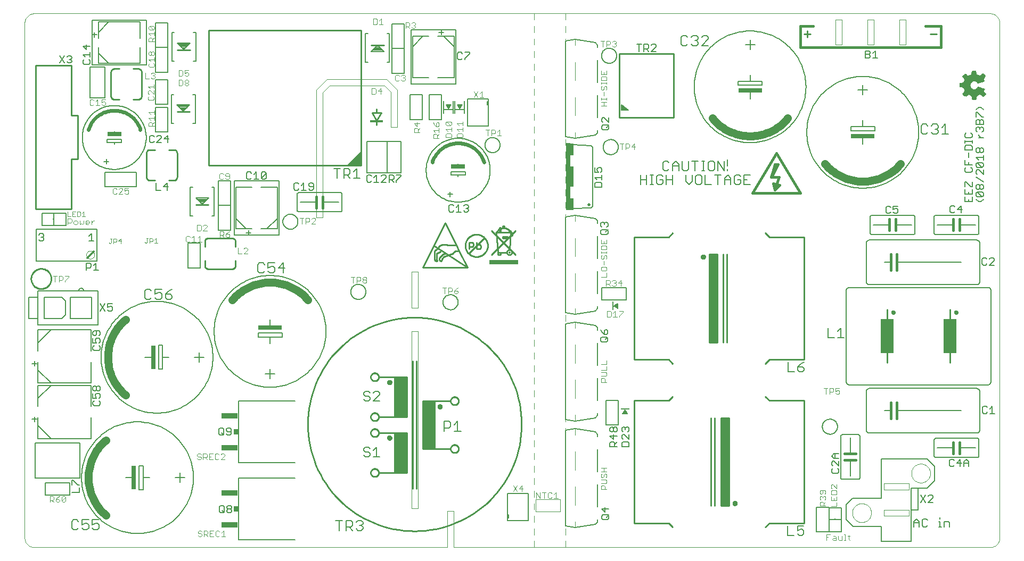
<source format=gto>
G75*
G70*
%OFA0B0*%
%FSLAX24Y24*%
%IPPOS*%
%LPD*%
%AMOC8*
5,1,8,0,0,1.08239X$1,22.5*
%
%ADD10C,0.0039*%
%ADD11R,0.0001X0.0149*%
%ADD12R,0.0001X0.0004*%
%ADD13R,0.0001X0.0010*%
%ADD14R,0.0001X0.0017*%
%ADD15R,0.0001X0.0023*%
%ADD16R,0.0001X0.0029*%
%ADD17R,0.0001X0.0034*%
%ADD18R,0.0001X0.0040*%
%ADD19R,0.0002X0.0043*%
%ADD20R,0.0001X0.0047*%
%ADD21R,0.0001X0.0050*%
%ADD22R,0.0001X0.0054*%
%ADD23R,0.0001X0.0059*%
%ADD24R,0.0001X0.0064*%
%ADD25R,0.0001X0.0015*%
%ADD26R,0.0001X0.0067*%
%ADD27R,0.0001X0.0020*%
%ADD28R,0.0001X0.0070*%
%ADD29R,0.0001X0.0024*%
%ADD30R,0.0001X0.0074*%
%ADD31R,0.0001X0.0027*%
%ADD32R,0.0001X0.0076*%
%ADD33R,0.0001X0.0030*%
%ADD34R,0.0002X0.0081*%
%ADD35R,0.0002X0.0036*%
%ADD36R,0.0001X0.0086*%
%ADD37R,0.0001X0.0044*%
%ADD38R,0.0001X0.0091*%
%ADD39R,0.0001X0.0046*%
%ADD40R,0.0001X0.0094*%
%ADD41R,0.0001X0.0096*%
%ADD42R,0.0001X0.0053*%
%ADD43R,0.0001X0.0099*%
%ADD44R,0.0001X0.0056*%
%ADD45R,0.0001X0.0104*%
%ADD46R,0.0001X0.0060*%
%ADD47R,0.0001X0.0108*%
%ADD48R,0.0001X0.0112*%
%ADD49R,0.0001X0.0117*%
%ADD50R,0.0001X0.0072*%
%ADD51R,0.0002X0.0120*%
%ADD52R,0.0002X0.0075*%
%ADD53R,0.0001X0.0123*%
%ADD54R,0.0001X0.0078*%
%ADD55R,0.0001X0.0126*%
%ADD56R,0.0001X0.0081*%
%ADD57R,0.0001X0.0131*%
%ADD58R,0.0001X0.0136*%
%ADD59R,0.0001X0.0090*%
%ADD60R,0.0001X0.0139*%
%ADD61R,0.0001X0.0144*%
%ADD62R,0.0001X0.0147*%
%ADD63R,0.0001X0.0101*%
%ADD64R,0.0001X0.0150*%
%ADD65R,0.0001X0.0102*%
%ADD66R,0.0001X0.0153*%
%ADD67R,0.0001X0.0106*%
%ADD68R,0.0002X0.0158*%
%ADD69R,0.0002X0.0109*%
%ADD70R,0.0001X0.0164*%
%ADD71R,0.0001X0.0115*%
%ADD72R,0.0001X0.0168*%
%ADD73R,0.0001X0.0120*%
%ADD74R,0.0001X0.0171*%
%ADD75R,0.0001X0.0123*%
%ADD76R,0.0001X0.0172*%
%ADD77R,0.0001X0.0125*%
%ADD78R,0.0001X0.0175*%
%ADD79R,0.0001X0.0128*%
%ADD80R,0.0001X0.0180*%
%ADD81R,0.0001X0.0132*%
%ADD82R,0.0001X0.0186*%
%ADD83R,0.0001X0.0191*%
%ADD84R,0.0001X0.0141*%
%ADD85R,0.0001X0.0194*%
%ADD86R,0.0001X0.0145*%
%ADD87R,0.0002X0.0196*%
%ADD88R,0.0002X0.0149*%
%ADD89R,0.0001X0.0199*%
%ADD90R,0.0001X0.0151*%
%ADD91R,0.0001X0.0204*%
%ADD92R,0.0001X0.0153*%
%ADD93R,0.0001X0.0207*%
%ADD94R,0.0001X0.0158*%
%ADD95R,0.0001X0.0211*%
%ADD96R,0.0001X0.0162*%
%ADD97R,0.0001X0.0216*%
%ADD98R,0.0001X0.0166*%
%ADD99R,0.0001X0.0219*%
%ADD100R,0.0001X0.0007*%
%ADD101R,0.0001X0.0169*%
%ADD102R,0.0001X0.0222*%
%ADD103R,0.0001X0.0011*%
%ADD104R,0.0001X0.0224*%
%ADD105R,0.0001X0.0014*%
%ADD106R,0.0001X0.0176*%
%ADD107R,0.0001X0.0228*%
%ADD108R,0.0001X0.0018*%
%ADD109R,0.0001X0.0179*%
%ADD110R,0.0002X0.0234*%
%ADD111R,0.0002X0.0024*%
%ADD112R,0.0002X0.0183*%
%ADD113R,0.0001X0.0239*%
%ADD114R,0.0001X0.0189*%
%ADD115R,0.0001X0.0241*%
%ADD116R,0.0001X0.0033*%
%ADD117R,0.0001X0.0012*%
%ADD118R,0.0001X0.0192*%
%ADD119R,0.0001X0.0243*%
%ADD120R,0.0001X0.0038*%
%ADD121R,0.0001X0.0246*%
%ADD122R,0.0001X0.0041*%
%ADD123R,0.0001X0.0019*%
%ADD124R,0.0001X0.0196*%
%ADD125R,0.0001X0.0250*%
%ADD126R,0.0001X0.0021*%
%ADD127R,0.0001X0.0201*%
%ADD128R,0.0001X0.0254*%
%ADD129R,0.0001X0.0048*%
%ADD130R,0.0001X0.0258*%
%ADD131R,0.0001X0.0054*%
%ADD132R,0.0001X0.0209*%
%ADD133R,0.0001X0.0263*%
%ADD134R,0.0001X0.0213*%
%ADD135R,0.0001X0.0267*%
%ADD136R,0.0001X0.0063*%
%ADD137R,0.0002X0.0270*%
%ADD138R,0.0002X0.0066*%
%ADD139R,0.0002X0.0045*%
%ADD140R,0.0002X0.0219*%
%ADD141R,0.0001X0.0271*%
%ADD142R,0.0001X0.0220*%
%ADD143R,0.0001X0.0274*%
%ADD144R,0.0001X0.0051*%
%ADD145R,0.0001X0.0223*%
%ADD146R,0.0001X0.0278*%
%ADD147R,0.0001X0.0282*%
%ADD148R,0.0001X0.0231*%
%ADD149R,0.0001X0.0288*%
%ADD150R,0.0001X0.0085*%
%ADD151R,0.0001X0.0236*%
%ADD152R,0.0001X0.0289*%
%ADD153R,0.0001X0.0087*%
%ADD154R,0.0001X0.0066*%
%ADD155R,0.0001X0.0292*%
%ADD156R,0.0001X0.0069*%
%ADD157R,0.0001X0.0297*%
%ADD158R,0.0001X0.0300*%
%ADD159R,0.0001X0.0075*%
%ADD160R,0.0002X0.0305*%
%ADD161R,0.0002X0.0101*%
%ADD162R,0.0002X0.0078*%
%ADD163R,0.0002X0.0251*%
%ADD164R,0.0001X0.0309*%
%ADD165R,0.0001X0.0105*%
%ADD166R,0.0001X0.0083*%
%ADD167R,0.0001X0.0255*%
%ADD168R,0.0001X0.0314*%
%ADD169R,0.0001X0.0110*%
%ADD170R,0.0001X0.0087*%
%ADD171R,0.0001X0.0316*%
%ADD172R,0.0001X0.0113*%
%ADD173R,0.0001X0.0262*%
%ADD174R,0.0001X0.0319*%
%ADD175R,0.0001X0.0114*%
%ADD176R,0.0001X0.0093*%
%ADD177R,0.0001X0.0266*%
%ADD178R,0.0001X0.0321*%
%ADD179R,0.0001X0.0096*%
%ADD180R,0.0001X0.0324*%
%ADD181R,0.0001X0.0270*%
%ADD182R,0.0001X0.0329*%
%ADD183R,0.0001X0.0124*%
%ADD184R,0.0001X0.0275*%
%ADD185R,0.0001X0.0333*%
%ADD186R,0.0001X0.0279*%
%ADD187R,0.0001X0.0336*%
%ADD188R,0.0001X0.0111*%
%ADD189R,0.0001X0.0284*%
%ADD190R,0.0002X0.0339*%
%ADD191R,0.0002X0.0134*%
%ADD192R,0.0002X0.0114*%
%ADD193R,0.0002X0.0286*%
%ADD194R,0.0001X0.0342*%
%ADD195R,0.0001X0.0116*%
%ADD196R,0.0001X0.0491*%
%ADD197R,0.0001X0.0492*%
%ADD198R,0.0001X0.0294*%
%ADD199R,0.0001X0.0495*%
%ADD200R,0.0001X0.0299*%
%ADD201R,0.0001X0.0496*%
%ADD202R,0.0001X0.0127*%
%ADD203R,0.0001X0.0301*%
%ADD204R,0.0001X0.0498*%
%ADD205R,0.0001X0.0304*%
%ADD206R,0.0001X0.0501*%
%ADD207R,0.0001X0.0134*%
%ADD208R,0.0001X0.0308*%
%ADD209R,0.0001X0.0135*%
%ADD210R,0.0001X0.0311*%
%ADD211R,0.0001X0.0504*%
%ADD212R,0.0001X0.0138*%
%ADD213R,0.0002X0.0504*%
%ADD214R,0.0002X0.0141*%
%ADD215R,0.0002X0.0318*%
%ADD216R,0.0001X0.0507*%
%ADD217R,0.0001X0.0323*%
%ADD218R,0.0001X0.0326*%
%ADD219R,0.0001X0.0508*%
%ADD220R,0.0001X0.0152*%
%ADD221R,0.0001X0.0330*%
%ADD222R,0.0001X0.0510*%
%ADD223R,0.0001X0.0494*%
%ADD224R,0.0001X0.0512*%
%ADD225R,0.0001X0.0500*%
%ADD226R,0.0001X0.0513*%
%ADD227R,0.0001X0.0501*%
%ADD228R,0.0002X0.0513*%
%ADD229R,0.0002X0.0501*%
%ADD230R,0.0001X0.0503*%
%ADD231R,0.0001X0.0504*%
%ADD232R,0.0001X0.0506*%
%ADD233R,0.0001X0.0513*%
%ADD234R,0.0001X0.0509*%
%ADD235R,0.0001X0.0511*%
%ADD236R,0.0001X0.0514*%
%ADD237R,0.0001X0.0516*%
%ADD238R,0.0002X0.0513*%
%ADD239R,0.0002X0.0519*%
%ADD240R,0.0001X0.0519*%
%ADD241R,0.0001X0.0520*%
%ADD242R,0.0001X0.0522*%
%ADD243R,0.0001X0.0507*%
%ADD244R,0.0002X0.0509*%
%ADD245R,0.0002X0.0520*%
%ADD246R,0.0001X0.0522*%
%ADD247R,0.0001X0.0505*%
%ADD248R,0.0001X0.0502*%
%ADD249R,0.0001X0.0521*%
%ADD250R,0.0002X0.0503*%
%ADD251R,0.0002X0.0519*%
%ADD252R,0.0001X0.0519*%
%ADD253R,0.0001X0.0499*%
%ADD254R,0.0001X0.0517*%
%ADD255R,0.0002X0.0495*%
%ADD256R,0.0002X0.0514*%
%ADD257R,0.0001X0.0515*%
%ADD258R,0.0001X0.0492*%
%ADD259R,0.0001X0.0490*%
%ADD260R,0.0002X0.0490*%
%ADD261R,0.0002X0.0511*%
%ADD262R,0.0001X0.0489*%
%ADD263R,0.0001X0.0489*%
%ADD264R,0.0001X0.0488*%
%ADD265R,0.0001X0.0485*%
%ADD266R,0.0001X0.0483*%
%ADD267R,0.0002X0.0483*%
%ADD268R,0.0002X0.0507*%
%ADD269R,0.0001X0.0483*%
%ADD270R,0.0001X0.0481*%
%ADD271R,0.0001X0.0480*%
%ADD272R,0.0002X0.0480*%
%ADD273R,0.0002X0.0501*%
%ADD274R,0.0001X0.0479*%
%ADD275R,0.0001X0.0477*%
%ADD276R,0.0001X0.0477*%
%ADD277R,0.0001X0.0475*%
%ADD278R,0.0001X0.0474*%
%ADD279R,0.0001X0.0472*%
%ADD280R,0.0002X0.0472*%
%ADD281R,0.0002X0.0498*%
%ADD282R,0.0001X0.0471*%
%ADD283R,0.0001X0.0473*%
%ADD284R,0.0001X0.0471*%
%ADD285R,0.0001X0.0470*%
%ADD286R,0.0001X0.0468*%
%ADD287R,0.0001X0.0469*%
%ADD288R,0.0002X0.0468*%
%ADD289R,0.0002X0.0491*%
%ADD290R,0.0001X0.0466*%
%ADD291R,0.0001X0.0465*%
%ADD292R,0.0001X0.0464*%
%ADD293R,0.0001X0.0462*%
%ADD294R,0.0002X0.0462*%
%ADD295R,0.0002X0.0489*%
%ADD296R,0.0001X0.0461*%
%ADD297R,0.0001X0.0460*%
%ADD298R,0.0001X0.0459*%
%ADD299R,0.0001X0.0484*%
%ADD300R,0.0001X0.0457*%
%ADD301R,0.0001X0.0459*%
%ADD302R,0.0002X0.0458*%
%ADD303R,0.0002X0.0484*%
%ADD304R,0.0001X0.0456*%
%ADD305R,0.0001X0.0455*%
%ADD306R,0.0001X0.0453*%
%ADD307R,0.0001X0.0451*%
%ADD308R,0.0001X0.0453*%
%ADD309R,0.0001X0.0450*%
%ADD310R,0.0002X0.0451*%
%ADD311R,0.0001X0.0478*%
%ADD312R,0.0001X0.0449*%
%ADD313R,0.0001X0.0476*%
%ADD314R,0.0001X0.0447*%
%ADD315R,0.0001X0.0474*%
%ADD316R,0.0002X0.0449*%
%ADD317R,0.0002X0.0476*%
%ADD318R,0.0001X0.0454*%
%ADD319R,0.0002X0.0469*%
%ADD320R,0.0001X0.0468*%
%ADD321R,0.0001X0.0467*%
%ADD322R,0.0002X0.0473*%
%ADD323R,0.0002X0.0468*%
%ADD324R,0.0002X0.0486*%
%ADD325R,0.0002X0.0474*%
%ADD326R,0.0001X0.0487*%
%ADD327R,0.0001X0.0497*%
%ADD328R,0.0001X0.0486*%
%ADD329R,0.0002X0.0500*%
%ADD330R,0.0002X0.0487*%
%ADD331R,0.0001X0.0498*%
%ADD332R,0.0002X0.0524*%
%ADD333R,0.0001X0.0524*%
%ADD334R,0.0001X0.0525*%
%ADD335R,0.0001X0.0528*%
%ADD336R,0.0001X0.0529*%
%ADD337R,0.0001X0.0533*%
%ADD338R,0.0001X0.0534*%
%ADD339R,0.0001X0.0523*%
%ADD340R,0.0001X0.0536*%
%ADD341R,0.0002X0.0537*%
%ADD342R,0.0002X0.0527*%
%ADD343R,0.0001X0.0537*%
%ADD344R,0.0001X0.0528*%
%ADD345R,0.0001X0.0539*%
%ADD346R,0.0001X0.0530*%
%ADD347R,0.0001X0.0540*%
%ADD348R,0.0001X0.0541*%
%ADD349R,0.0001X0.0531*%
%ADD350R,0.0001X0.0543*%
%ADD351R,0.0001X0.0544*%
%ADD352R,0.0002X0.0546*%
%ADD353R,0.0002X0.0536*%
%ADD354R,0.0001X0.0547*%
%ADD355R,0.0001X0.0551*%
%ADD356R,0.0001X0.0552*%
%ADD357R,0.0001X0.0554*%
%ADD358R,0.0001X0.0555*%
%ADD359R,0.0002X0.0555*%
%ADD360R,0.0002X0.0547*%
%ADD361R,0.0001X0.0549*%
%ADD362R,0.0001X0.0548*%
%ADD363R,0.0001X0.0538*%
%ADD364R,0.0001X0.0537*%
%ADD365R,0.0002X0.0533*%
%ADD366R,0.0001X0.0531*%
%ADD367R,0.0001X0.0526*%
%ADD368R,0.0001X0.0518*%
%ADD369R,0.0002X0.0498*%
%ADD370R,0.0002X0.0496*%
%ADD371R,0.0001X0.0486*%
%ADD372R,0.0002X0.0485*%
%ADD373R,0.0001X0.0482*%
%ADD374R,0.0002X0.0477*%
%ADD375R,0.0002X0.0530*%
%ADD376R,0.0002X0.0464*%
%ADD377R,0.0001X0.0561*%
%ADD378R,0.0001X0.0570*%
%ADD379R,0.0001X0.0576*%
%ADD380R,0.0001X0.0581*%
%ADD381R,0.0001X0.0585*%
%ADD382R,0.0001X0.0589*%
%ADD383R,0.0002X0.0600*%
%ADD384R,0.0001X0.0614*%
%ADD385R,0.0001X0.0623*%
%ADD386R,0.0001X0.0630*%
%ADD387R,0.0001X0.0633*%
%ADD388R,0.0001X0.0638*%
%ADD389R,0.0001X0.0645*%
%ADD390R,0.0001X0.0657*%
%ADD391R,0.0001X0.0556*%
%ADD392R,0.0001X0.0669*%
%ADD393R,0.0001X0.0674*%
%ADD394R,0.0001X0.0579*%
%ADD395R,0.0002X0.0676*%
%ADD396R,0.0002X0.0585*%
%ADD397R,0.0001X0.0678*%
%ADD398R,0.0001X0.0590*%
%ADD399R,0.0001X0.0679*%
%ADD400R,0.0001X0.0596*%
%ADD401R,0.0001X0.0681*%
%ADD402R,0.0001X0.0606*%
%ADD403R,0.0001X0.0620*%
%ADD404R,0.0001X0.0682*%
%ADD405R,0.0001X0.0633*%
%ADD406R,0.0001X0.0684*%
%ADD407R,0.0001X0.0639*%
%ADD408R,0.0001X0.0649*%
%ADD409R,0.0001X0.0684*%
%ADD410R,0.0001X0.0655*%
%ADD411R,0.0002X0.0683*%
%ADD412R,0.0002X0.0664*%
%ADD413R,0.0001X0.0683*%
%ADD414R,0.0001X0.0670*%
%ADD415R,0.0001X0.0671*%
%ADD416R,0.0001X0.0681*%
%ADD417R,0.0001X0.0672*%
%ADD418R,0.0001X0.0680*%
%ADD419R,0.0001X0.0675*%
%ADD420R,0.0001X0.0676*%
%ADD421R,0.0002X0.0680*%
%ADD422R,0.0002X0.0678*%
%ADD423R,0.0001X0.0678*%
%ADD424R,0.0002X0.0675*%
%ADD425R,0.0002X0.0672*%
%ADD426R,0.0001X0.0672*%
%ADD427R,0.0002X0.0671*%
%ADD428R,0.0002X0.0670*%
%ADD429R,0.0001X0.0669*%
%ADD430R,0.0001X0.0667*%
%ADD431R,0.0002X0.0669*%
%ADD432R,0.0002X0.0667*%
%ADD433R,0.0001X0.0668*%
%ADD434R,0.0001X0.0666*%
%ADD435R,0.0002X0.0668*%
%ADD436R,0.0002X0.0666*%
%ADD437R,0.0001X0.0666*%
%ADD438R,0.0001X0.0664*%
%ADD439R,0.0001X0.0663*%
%ADD440R,0.0002X0.0666*%
%ADD441R,0.0002X0.0663*%
%ADD442R,0.0001X0.0665*%
%ADD443R,0.0002X0.0674*%
%ADD444R,0.0001X0.0677*%
%ADD445R,0.0002X0.0678*%
%ADD446R,0.0002X0.0682*%
%ADD447R,0.0001X0.0686*%
%ADD448R,0.0002X0.0686*%
%ADD449R,0.0001X0.0687*%
%ADD450R,0.0001X0.0689*%
%ADD451R,0.0001X0.0653*%
%ADD452R,0.0001X0.0641*%
%ADD453R,0.0001X0.0626*%
%ADD454R,0.0001X0.0616*%
%ADD455R,0.0001X0.0687*%
%ADD456R,0.0001X0.0612*%
%ADD457R,0.0001X0.0688*%
%ADD458R,0.0001X0.0606*%
%ADD459R,0.0001X0.0601*%
%ADD460R,0.0002X0.0591*%
%ADD461R,0.0001X0.0567*%
%ADD462R,0.0001X0.0560*%
%ADD463R,0.0001X0.0659*%
%ADD464R,0.0001X0.0516*%
%ADD465R,0.0001X0.0639*%
%ADD466R,0.0002X0.0502*%
%ADD467R,0.0002X0.0633*%
%ADD468R,0.0001X0.0608*%
%ADD469R,0.0001X0.0582*%
%ADD470R,0.0001X0.0577*%
%ADD471R,0.0002X0.0569*%
%ADD472R,0.0001X0.0546*%
%ADD473R,0.0002X0.0486*%
%ADD474R,0.0001X0.0493*%
%ADD475R,0.0002X0.0516*%
%ADD476R,0.0001X0.0532*%
%ADD477R,0.0002X0.0534*%
%ADD478R,0.0002X0.0535*%
%ADD479R,0.0001X0.0543*%
%ADD480R,0.0001X0.0553*%
%ADD481R,0.0001X0.0559*%
%ADD482R,0.0001X0.0564*%
%ADD483R,0.0001X0.0564*%
%ADD484R,0.0001X0.0567*%
%ADD485R,0.0001X0.0569*%
%ADD486R,0.0002X0.0570*%
%ADD487R,0.0002X0.0571*%
%ADD488R,0.0001X0.0571*%
%ADD489R,0.0001X0.0573*%
%ADD490R,0.0001X0.0574*%
%ADD491R,0.0001X0.0576*%
%ADD492R,0.0001X0.0600*%
%ADD493R,0.0001X0.0611*%
%ADD494R,0.0001X0.0618*%
%ADD495R,0.0001X0.0621*%
%ADD496R,0.0001X0.1269*%
%ADD497R,0.0001X0.1267*%
%ADD498R,0.0001X0.1266*%
%ADD499R,0.0002X0.1266*%
%ADD500R,0.0001X0.1264*%
%ADD501R,0.0001X0.1261*%
%ADD502R,0.0001X0.1260*%
%ADD503R,0.0001X0.1259*%
%ADD504R,0.0001X0.1256*%
%ADD505R,0.0001X0.1254*%
%ADD506R,0.0001X0.1253*%
%ADD507R,0.0001X0.1251*%
%ADD508R,0.0002X0.1251*%
%ADD509R,0.0001X0.1248*%
%ADD510R,0.0001X0.1245*%
%ADD511R,0.0001X0.1244*%
%ADD512R,0.0001X0.1242*%
%ADD513R,0.0001X0.1239*%
%ADD514R,0.0001X0.1237*%
%ADD515R,0.0002X0.1236*%
%ADD516R,0.0001X0.1233*%
%ADD517R,0.0001X0.1230*%
%ADD518R,0.0001X0.1229*%
%ADD519R,0.0001X0.1227*%
%ADD520R,0.0001X0.1226*%
%ADD521R,0.0001X0.1224*%
%ADD522R,0.0002X0.1223*%
%ADD523R,0.0001X0.1219*%
%ADD524R,0.0001X0.1216*%
%ADD525R,0.0001X0.1215*%
%ADD526R,0.0001X0.1214*%
%ADD527R,0.0001X0.1212*%
%ADD528R,0.0001X0.1209*%
%ADD529R,0.0002X0.1207*%
%ADD530R,0.0001X0.1206*%
%ADD531R,0.0001X0.1204*%
%ADD532R,0.0001X0.1201*%
%ADD533R,0.0001X0.1200*%
%ADD534R,0.0001X0.1199*%
%ADD535R,0.0001X0.1196*%
%ADD536R,0.0001X0.1194*%
%ADD537R,0.0001X0.1193*%
%ADD538R,0.0001X0.1191*%
%ADD539R,0.0002X0.1191*%
%ADD540R,0.0001X0.1188*%
%ADD541R,0.0001X0.1185*%
%ADD542R,0.0001X0.1184*%
%ADD543R,0.0001X0.1181*%
%ADD544R,0.0001X0.1177*%
%ADD545R,0.0001X0.1176*%
%ADD546R,0.0001X0.1174*%
%ADD547R,0.0001X0.1173*%
%ADD548R,0.0002X0.1170*%
%ADD549R,0.0001X0.1170*%
%ADD550R,0.0001X0.1169*%
%ADD551R,0.0001X0.1166*%
%ADD552R,0.0001X0.1164*%
%ADD553R,0.0001X0.1163*%
%ADD554R,0.0002X0.1163*%
%ADD555R,0.0001X0.1167*%
%ADD556R,0.0001X0.1171*%
%ADD557R,0.0001X0.1179*%
%ADD558R,0.0001X0.1182*%
%ADD559R,0.0002X0.1182*%
%ADD560R,0.0001X0.1188*%
%ADD561R,0.0001X0.1190*%
%ADD562R,0.0001X0.1197*%
%ADD563R,0.0002X0.1204*%
%ADD564R,0.0001X0.1207*%
%ADD565R,0.0001X0.1210*%
%ADD566R,0.0001X0.1213*%
%ADD567R,0.0001X0.1217*%
%ADD568R,0.0001X0.1218*%
%ADD569R,0.0001X0.1220*%
%ADD570R,0.0001X0.1221*%
%ADD571R,0.0001X0.1223*%
%ADD572R,0.0002X0.1226*%
%ADD573R,0.0001X0.1236*%
%ADD574R,0.0001X0.1239*%
%ADD575R,0.0001X0.1240*%
%ADD576R,0.0001X0.1243*%
%ADD577R,0.0002X0.1248*%
%ADD578R,0.0001X0.1248*%
%ADD579R,0.0001X0.1251*%
%ADD580R,0.0001X0.1257*%
%ADD581R,0.0001X0.1263*%
%ADD582R,0.0002X0.1267*%
%ADD583R,0.0001X0.1270*%
%ADD584R,0.0001X0.1274*%
%ADD585R,0.0001X0.1275*%
%ADD586R,0.0001X0.1278*%
%ADD587R,0.0001X0.1280*%
%ADD588R,0.0001X0.1281*%
%ADD589R,0.0001X0.1284*%
%ADD590R,0.0001X0.1286*%
%ADD591R,0.0001X0.1289*%
%ADD592R,0.0002X0.1290*%
%ADD593R,0.0001X0.1291*%
%ADD594R,0.0001X0.1294*%
%ADD595R,0.0001X0.1296*%
%ADD596R,0.0001X0.1299*%
%ADD597R,0.0001X0.1300*%
%ADD598R,0.0001X0.1302*%
%ADD599R,0.0001X0.1304*%
%ADD600R,0.0001X0.1306*%
%ADD601R,0.0001X0.1308*%
%ADD602R,0.0002X0.1311*%
%ADD603R,0.0001X0.1313*%
%ADD604R,0.0001X0.1316*%
%ADD605R,0.0001X0.1317*%
%ADD606R,0.0001X0.1320*%
%ADD607R,0.0001X0.1323*%
%ADD608R,0.0001X0.1326*%
%ADD609R,0.0001X0.1329*%
%ADD610R,0.0002X0.1332*%
%ADD611R,0.0001X0.1335*%
%ADD612R,0.0001X0.1336*%
%ADD613R,0.0001X0.1340*%
%ADD614R,0.0001X0.1343*%
%ADD615R,0.0001X0.1346*%
%ADD616R,0.0001X0.1347*%
%ADD617R,0.0001X0.1350*%
%ADD618R,0.0002X0.1353*%
%ADD619R,0.0001X0.1356*%
%ADD620R,0.0001X0.1357*%
%ADD621R,0.0001X0.1360*%
%ADD622R,0.0001X0.1364*%
%ADD623R,0.0001X0.1365*%
%ADD624R,0.0001X0.1368*%
%ADD625R,0.0001X0.1369*%
%ADD626R,0.0001X0.1373*%
%ADD627R,0.0002X0.1374*%
%ADD628R,0.0001X0.1377*%
%ADD629R,0.0001X0.1379*%
%ADD630R,0.0001X0.1380*%
%ADD631R,0.0001X0.1383*%
%ADD632R,0.0001X0.1386*%
%ADD633R,0.0001X0.1387*%
%ADD634R,0.0001X0.1391*%
%ADD635R,0.0001X0.1394*%
%ADD636R,0.0002X0.1395*%
%ADD637R,0.0001X0.1398*%
%ADD638R,0.0001X0.1401*%
%ADD639R,0.0001X0.1403*%
%ADD640R,0.0001X0.1406*%
%ADD641R,0.0001X0.1407*%
%ADD642R,0.0001X0.1409*%
%ADD643R,0.0001X0.1411*%
%ADD644R,0.0001X0.1414*%
%ADD645R,0.0002X0.1416*%
%ADD646R,0.0001X0.1419*%
%ADD647R,0.0001X0.1421*%
%ADD648R,0.0001X0.1422*%
%ADD649R,0.0001X0.1424*%
%ADD650R,0.0001X0.1426*%
%ADD651R,0.0001X0.1428*%
%ADD652R,0.0002X0.1429*%
%ADD653R,0.0001X0.1429*%
%ADD654R,0.0001X0.1425*%
%ADD655R,0.0002X0.1421*%
%ADD656R,0.0001X0.1418*%
%ADD657R,0.0001X0.1416*%
%ADD658R,0.0001X0.1413*%
%ADD659R,0.0001X0.1410*%
%ADD660R,0.0001X0.1404*%
%ADD661R,0.0001X0.1401*%
%ADD662R,0.0001X0.0346*%
%ADD663R,0.0001X0.1044*%
%ADD664R,0.0002X0.0342*%
%ADD665R,0.0002X0.1040*%
%ADD666R,0.0001X0.0337*%
%ADD667R,0.0001X0.1034*%
%ADD668R,0.0001X0.0357*%
%ADD669R,0.0001X0.0660*%
%ADD670R,0.0001X0.0353*%
%ADD671R,0.0001X0.0327*%
%ADD672R,0.0001X0.0349*%
%ADD673R,0.0001X0.0321*%
%ADD674R,0.0001X0.0648*%
%ADD675R,0.0001X0.0344*%
%ADD676R,0.0001X0.0317*%
%ADD677R,0.0001X0.0339*%
%ADD678R,0.0001X0.0312*%
%ADD679R,0.0001X0.0631*%
%ADD680R,0.0001X0.0334*%
%ADD681R,0.0001X0.0309*%
%ADD682R,0.0002X0.0307*%
%ADD683R,0.0002X0.0623*%
%ADD684R,0.0002X0.0327*%
%ADD685R,0.0001X0.0618*%
%ADD686R,0.0001X0.0297*%
%ADD687R,0.0001X0.0607*%
%ADD688R,0.0001X0.0320*%
%ADD689R,0.0001X0.0293*%
%ADD690R,0.0001X0.0599*%
%ADD691R,0.0001X0.0313*%
%ADD692R,0.0001X0.0285*%
%ADD693R,0.0001X0.0584*%
%ADD694R,0.0001X0.0303*%
%ADD695R,0.0001X0.0281*%
%ADD696R,0.0002X0.0273*%
%ADD697R,0.0002X0.0563*%
%ADD698R,0.0002X0.0293*%
%ADD699R,0.0001X0.0264*%
%ADD700R,0.0001X0.0259*%
%ADD701R,0.0001X0.0256*%
%ADD702R,0.0001X0.0276*%
%ADD703R,0.0001X0.0252*%
%ADD704R,0.0001X0.0273*%
%ADD705R,0.0001X0.0248*%
%ADD706R,0.0001X0.0269*%
%ADD707R,0.0001X0.0245*%
%ADD708R,0.0001X0.0240*%
%ADD709R,0.0002X0.0237*%
%ADD710R,0.0002X0.0256*%
%ADD711R,0.0001X0.0234*%
%ADD712R,0.0001X0.0232*%
%ADD713R,0.0001X0.0251*%
%ADD714R,0.0001X0.0228*%
%ADD715R,0.0001X0.0246*%
%ADD716R,0.0001X0.0456*%
%ADD717R,0.0001X0.0219*%
%ADD718R,0.0001X0.0444*%
%ADD719R,0.0001X0.0237*%
%ADD720R,0.0001X0.0214*%
%ADD721R,0.0001X0.0436*%
%ADD722R,0.0001X0.0432*%
%ADD723R,0.0001X0.0231*%
%ADD724R,0.0001X0.0210*%
%ADD725R,0.0001X0.0426*%
%ADD726R,0.0001X0.0420*%
%ADD727R,0.0001X0.0226*%
%ADD728R,0.0002X0.0204*%
%ADD729R,0.0002X0.0409*%
%ADD730R,0.0002X0.0222*%
%ADD731R,0.0001X0.0391*%
%ADD732R,0.0001X0.0217*%
%ADD733R,0.0001X0.0376*%
%ADD734R,0.0001X0.0368*%
%ADD735R,0.0001X0.0189*%
%ADD736R,0.0001X0.0361*%
%ADD737R,0.0001X0.0206*%
%ADD738R,0.0001X0.0186*%
%ADD739R,0.0001X0.0356*%
%ADD740R,0.0001X0.0181*%
%ADD741R,0.0001X0.0345*%
%ADD742R,0.0001X0.0173*%
%ADD743R,0.0001X0.0331*%
%ADD744R,0.0001X0.0190*%
%ADD745R,0.0001X0.0168*%
%ADD746R,0.0002X0.0165*%
%ADD747R,0.0001X0.0162*%
%ADD748R,0.0001X0.0159*%
%ADD749R,0.0001X0.0177*%
%ADD750R,0.0001X0.0156*%
%ADD751R,0.0001X0.0324*%
%ADD752R,0.0001X0.0174*%
%ADD753R,0.0001X0.0167*%
%ADD754R,0.0001X0.0146*%
%ADD755R,0.0001X0.0163*%
%ADD756R,0.0001X0.0141*%
%ADD757R,0.0001X0.0140*%
%ADD758R,0.0001X0.0137*%
%ADD759R,0.0001X0.0133*%
%ADD760R,0.0002X0.0129*%
%ADD761R,0.0002X0.0321*%
%ADD762R,0.0002X0.0146*%
%ADD763R,0.0001X0.0119*%
%ADD764R,0.0001X0.0129*%
%ADD765R,0.0001X0.0111*%
%ADD766R,0.0001X0.0126*%
%ADD767R,0.0001X0.0318*%
%ADD768R,0.0001X0.0097*%
%ADD769R,0.0001X0.0315*%
%ADD770R,0.0002X0.0089*%
%ADD771R,0.0002X0.0315*%
%ADD772R,0.0002X0.0105*%
%ADD773R,0.0001X0.0079*%
%ADD774R,0.0001X0.0089*%
%ADD775R,0.0001X0.0069*%
%ADD776R,0.0001X0.0084*%
%ADD777R,0.0001X0.0057*%
%ADD778R,0.0002X0.0052*%
%ADD779R,0.0002X0.0311*%
%ADD780R,0.0002X0.0066*%
%ADD781R,0.0001X0.0061*%
%ADD782R,0.0001X0.0042*%
%ADD783R,0.0001X0.0055*%
%ADD784R,0.0001X0.0039*%
%ADD785R,0.0001X0.0052*%
%ADD786R,0.0001X0.0036*%
%ADD787R,0.0001X0.0049*%
%ADD788R,0.0001X0.0307*%
%ADD789R,0.0001X0.0045*%
%ADD790R,0.0001X0.0022*%
%ADD791R,0.0001X0.0035*%
%ADD792R,0.0002X0.0025*%
%ADD793R,0.0001X0.0306*%
%ADD794R,0.0001X0.0018*%
%ADD795R,0.0001X0.0008*%
%ADD796R,0.0002X0.0300*%
%ADD797R,0.0001X0.0296*%
%ADD798R,0.0002X0.0294*%
%ADD799R,0.0001X0.0294*%
%ADD800R,0.0001X0.0291*%
%ADD801R,0.0002X0.0291*%
%ADD802R,0.0001X0.0286*%
%ADD803R,0.0002X0.0281*%
%ADD804R,0.0001X0.0277*%
%ADD805R,0.0001X0.0276*%
%ADD806R,0.0002X0.0266*%
%ADD807R,0.0001X0.0264*%
%ADD808R,0.0001X0.0261*%
%ADD809R,0.0002X0.0259*%
%ADD810R,0.0002X0.0254*%
%ADD811R,0.0002X0.0248*%
%ADD812R,0.0002X0.0218*%
%ADD813R,0.0001X0.0157*%
%ADD814C,0.0050*%
%ADD815C,0.0160*%
%ADD816C,0.0040*%
%ADD817C,0.0070*%
%ADD818C,0.0060*%
%ADD819C,0.0030*%
%ADD820C,0.0100*%
%ADD821R,0.0787X0.2165*%
%ADD822C,0.0138*%
%ADD823C,0.0000*%
%ADD824C,0.0020*%
%ADD825R,0.0079X0.0551*%
%ADD826C,0.0200*%
%ADD827R,0.0300X0.4200*%
%ADD828R,0.0200X0.0750*%
%ADD829R,0.0200X0.1300*%
%ADD830R,0.0551X0.0079*%
%ADD831C,0.0150*%
%ADD832R,0.0472X0.5512*%
%ADD833C,0.0080*%
%ADD834R,0.0300X0.0340*%
%ADD835R,0.1020X0.0354*%
%ADD836C,0.0500*%
%ADD837R,0.1500X0.0250*%
%ADD838R,0.0250X0.1500*%
%ADD839R,0.0079X0.0079*%
%ADD840R,0.0827X0.0118*%
%ADD841R,0.0900X0.0250*%
%ADD842C,0.0240*%
%ADD843R,0.0750X0.2500*%
%ADD844R,0.0750X0.3000*%
%ADD845R,0.1800X0.0300*%
%ADD846C,0.0120*%
D10*
X002922Y001487D02*
X028787Y001487D01*
X029187Y001487D02*
X062764Y001487D01*
X062810Y001489D01*
X062856Y001494D01*
X062902Y001503D01*
X062947Y001516D01*
X062990Y001532D01*
X063032Y001551D01*
X063073Y001574D01*
X063111Y001600D01*
X063148Y001629D01*
X063182Y001660D01*
X063213Y001694D01*
X063242Y001731D01*
X063268Y001769D01*
X063291Y001810D01*
X063310Y001852D01*
X063326Y001895D01*
X063339Y001940D01*
X063348Y001986D01*
X063353Y002032D01*
X063355Y002078D01*
X063355Y034361D01*
X063353Y034407D01*
X063348Y034453D01*
X063339Y034499D01*
X063326Y034544D01*
X063310Y034587D01*
X063291Y034629D01*
X063268Y034670D01*
X063242Y034708D01*
X063213Y034745D01*
X063182Y034779D01*
X063148Y034810D01*
X063111Y034839D01*
X063073Y034865D01*
X063032Y034888D01*
X062990Y034907D01*
X062947Y034923D01*
X062902Y034936D01*
X062856Y034945D01*
X062810Y034950D01*
X062764Y034952D01*
X002922Y034952D01*
X002876Y034950D01*
X002830Y034945D01*
X002784Y034936D01*
X002739Y034923D01*
X002696Y034907D01*
X002654Y034888D01*
X002613Y034865D01*
X002575Y034839D01*
X002538Y034810D01*
X002504Y034779D01*
X002473Y034745D01*
X002444Y034708D01*
X002418Y034670D01*
X002395Y034629D01*
X002376Y034587D01*
X002360Y034544D01*
X002347Y034499D01*
X002338Y034453D01*
X002333Y034407D01*
X002331Y034361D01*
X002331Y002078D01*
X002333Y002032D01*
X002338Y001986D01*
X002347Y001940D01*
X002360Y001895D01*
X002376Y001852D01*
X002395Y001810D01*
X002418Y001769D01*
X002444Y001731D01*
X002473Y001694D01*
X002504Y001660D01*
X002538Y001629D01*
X002575Y001600D01*
X002613Y001574D01*
X002654Y001551D01*
X002696Y001532D01*
X002739Y001516D01*
X002784Y001503D01*
X002830Y001494D01*
X002876Y001489D01*
X002922Y001487D01*
X034221Y001487D02*
X034221Y001881D01*
X034221Y001487D02*
X034614Y001487D01*
X035008Y001487D02*
X035402Y001487D01*
X035796Y001487D02*
X036189Y001487D01*
X036189Y001881D01*
X036189Y002275D02*
X036189Y002669D01*
X036189Y003062D02*
X036189Y003456D01*
X036189Y003850D02*
X036189Y004243D01*
X036189Y004637D02*
X036189Y005031D01*
X036189Y005424D02*
X036189Y005818D01*
X036189Y006212D02*
X036189Y006606D01*
X036189Y006999D02*
X036189Y007393D01*
X036189Y007787D02*
X036189Y008180D01*
X036189Y008574D02*
X036189Y008968D01*
X036189Y009361D02*
X036189Y009755D01*
X036189Y010149D02*
X036189Y010543D01*
X036189Y010936D02*
X036189Y011330D01*
X036189Y011724D02*
X036189Y012117D01*
X036189Y012511D02*
X036189Y012905D01*
X036189Y013298D02*
X036189Y013692D01*
X036189Y014086D02*
X036189Y014480D01*
X036189Y014873D02*
X036189Y015267D01*
X036189Y015661D02*
X036189Y016054D01*
X036189Y016448D02*
X036189Y016842D01*
X036189Y017235D02*
X036189Y017629D01*
X036189Y018023D02*
X036189Y018417D01*
X036189Y018810D02*
X036189Y019204D01*
X036189Y019598D02*
X036189Y019991D01*
X036189Y020385D02*
X036189Y020779D01*
X036189Y021172D02*
X036189Y021566D01*
X036189Y021960D02*
X036189Y022354D01*
X036189Y022747D02*
X036189Y023141D01*
X036189Y023535D02*
X036189Y023928D01*
X036189Y024322D02*
X036189Y024716D01*
X036189Y025109D02*
X036189Y025503D01*
X036189Y025897D02*
X036189Y026291D01*
X036189Y026684D02*
X036189Y027078D01*
X036189Y027472D02*
X036189Y027865D01*
X036189Y028259D02*
X036189Y028653D01*
X036189Y029046D02*
X036189Y029440D01*
X036189Y029834D02*
X036189Y030228D01*
X036189Y030621D02*
X036189Y031015D01*
X036189Y031409D02*
X036189Y031802D01*
X036189Y032196D02*
X036189Y032590D01*
X036189Y032983D02*
X036189Y033377D01*
X036189Y033771D02*
X036189Y034165D01*
X036189Y034558D02*
X036189Y034952D01*
X035796Y034952D01*
X035402Y034952D02*
X035008Y034952D01*
X034614Y034952D02*
X034221Y034952D01*
X034221Y034558D01*
X034221Y034165D02*
X034221Y033771D01*
X034221Y033377D02*
X034221Y032983D01*
X034221Y032590D02*
X034221Y032196D01*
X034221Y031802D02*
X034221Y031409D01*
X034221Y031015D02*
X034221Y030621D01*
X034221Y030228D02*
X034221Y029834D01*
X034221Y029440D02*
X034221Y029046D01*
X034221Y028653D02*
X034221Y028259D01*
X034221Y027865D02*
X034221Y027472D01*
X034221Y027078D02*
X034221Y026684D01*
X034221Y026291D02*
X034221Y025897D01*
X034221Y025503D02*
X034221Y025109D01*
X034221Y024716D02*
X034221Y024322D01*
X034221Y023928D02*
X034221Y023535D01*
X034221Y023141D02*
X034221Y022747D01*
X034221Y022354D02*
X034221Y021960D01*
X034221Y021566D02*
X034221Y021172D01*
X034221Y020779D02*
X034221Y020385D01*
X034221Y019991D02*
X034221Y019598D01*
X034221Y019204D02*
X034221Y018810D01*
X034221Y018417D02*
X034221Y018023D01*
X034221Y017629D02*
X034221Y017235D01*
X034221Y016842D02*
X034221Y016448D01*
X034221Y016054D02*
X034221Y015661D01*
X034221Y015267D02*
X034221Y014873D01*
X034221Y014480D02*
X034221Y014086D01*
X034221Y013692D02*
X034221Y013298D01*
X034221Y012905D02*
X034221Y012511D01*
X034221Y012117D02*
X034221Y011724D01*
X034221Y011330D02*
X034221Y010936D01*
X034221Y010543D02*
X034221Y010149D01*
X034221Y009755D02*
X034221Y009361D01*
X034221Y008968D02*
X034221Y008574D01*
X034221Y008180D02*
X034221Y007787D01*
X034221Y007393D02*
X034221Y006999D01*
X034221Y006606D02*
X034221Y006212D01*
X034221Y005818D02*
X034221Y005424D01*
X034221Y005031D02*
X034221Y004637D01*
X034221Y004243D02*
X034221Y003850D01*
X034221Y003456D02*
X034221Y003062D01*
X034221Y002669D02*
X034221Y002275D01*
X056125Y003451D02*
X056125Y003845D01*
X057700Y003845D01*
X057700Y003451D01*
X056125Y003451D01*
X056125Y005105D02*
X056125Y005499D01*
X057700Y005499D01*
X057700Y005105D01*
X056125Y005105D01*
X055481Y032983D02*
X055087Y032983D01*
X055087Y034558D01*
X055481Y034558D01*
X055481Y032983D01*
X057087Y032983D02*
X057481Y032983D01*
X057481Y034558D01*
X057087Y034558D01*
X057087Y032983D01*
X053481Y032983D02*
X053087Y032983D01*
X053087Y034558D01*
X053481Y034558D01*
X053481Y032983D01*
D11*
X061943Y030178D03*
D12*
X062514Y029889D03*
X062427Y030709D03*
X062498Y031027D03*
D13*
X062513Y029889D03*
D14*
X062511Y029889D03*
D15*
X062510Y029889D03*
D16*
X062508Y029889D03*
X061070Y029898D03*
D17*
X062507Y029889D03*
X062418Y030714D03*
D18*
X062417Y030715D03*
X062505Y029889D03*
D19*
X062504Y029889D03*
D20*
X062502Y029889D03*
D21*
X062501Y029889D03*
X062484Y031027D03*
D22*
X062499Y029889D03*
D23*
X062498Y029890D03*
X062417Y030191D03*
X062408Y030723D03*
D24*
X062406Y030724D03*
X062478Y031026D03*
X062496Y029890D03*
D25*
X062424Y030708D03*
X062496Y031028D03*
D26*
X062477Y031026D03*
X062412Y030189D03*
X062495Y029890D03*
D27*
X062495Y031027D03*
D28*
X062402Y030727D03*
X062411Y030187D03*
X062493Y029890D03*
D29*
X062493Y031028D03*
D30*
X062492Y029890D03*
D31*
X062420Y030711D03*
X062492Y031028D03*
D32*
X062409Y030185D03*
X062490Y029890D03*
D33*
X062427Y030201D03*
X061065Y030990D03*
X062490Y031028D03*
D34*
X062489Y029891D03*
D35*
X062489Y031028D03*
D36*
X062469Y031024D03*
X062487Y029891D03*
D37*
X062421Y030198D03*
X062415Y030717D03*
X062487Y031027D03*
D38*
X062394Y030733D03*
X062402Y030179D03*
X062486Y029891D03*
X061095Y029901D03*
D39*
X061077Y029899D03*
X062486Y031027D03*
D40*
X062466Y031024D03*
X061089Y030988D03*
X060878Y030430D03*
X062400Y030178D03*
X062484Y029891D03*
D41*
X062483Y029892D03*
D42*
X062483Y031027D03*
D43*
X062465Y031023D03*
X062390Y030735D03*
X062481Y029892D03*
X061091Y030987D03*
D44*
X062481Y031027D03*
D45*
X062480Y029893D03*
D46*
X061082Y029900D03*
X062480Y031026D03*
D47*
X062387Y030738D03*
X062478Y029892D03*
X061095Y030987D03*
D48*
X062477Y029893D03*
D49*
X062475Y029894D03*
X062391Y030171D03*
X062381Y030741D03*
X061098Y030986D03*
D50*
X061080Y030989D03*
X062475Y031025D03*
D51*
X062474Y029894D03*
D52*
X062474Y031025D03*
D53*
X061100Y030986D03*
X061107Y029903D03*
X062472Y029894D03*
D54*
X061083Y030989D03*
X062472Y031025D03*
D55*
X062471Y029894D03*
D56*
X062408Y030183D03*
X061085Y030989D03*
X062471Y031025D03*
D57*
X062375Y030747D03*
X062469Y029895D03*
D58*
X062468Y029895D03*
X062382Y030165D03*
X062448Y031021D03*
D59*
X062468Y031023D03*
X062403Y030180D03*
D60*
X062466Y029895D03*
D61*
X062465Y029895D03*
D62*
X062463Y029895D03*
X062366Y030750D03*
D63*
X062463Y031023D03*
D64*
X061110Y030984D03*
X061118Y029904D03*
X062462Y029895D03*
D65*
X061098Y029901D03*
X061092Y030987D03*
X062462Y031023D03*
D66*
X062460Y029895D03*
D67*
X062460Y031023D03*
D68*
X062459Y029896D03*
D69*
X062459Y031023D03*
D70*
X062457Y029896D03*
D71*
X062457Y031023D03*
D72*
X062456Y029897D03*
D73*
X062390Y030171D03*
X062379Y030743D03*
X062456Y031022D03*
D74*
X062454Y029897D03*
D75*
X062454Y031022D03*
D76*
X062433Y031018D03*
X062453Y029898D03*
D77*
X062453Y031021D03*
D78*
X062451Y029898D03*
D79*
X062387Y030168D03*
X062451Y031021D03*
D80*
X061122Y030983D03*
X062450Y029897D03*
D81*
X062385Y030167D03*
X061104Y030986D03*
X062450Y031020D03*
D82*
X062448Y029898D03*
D83*
X062447Y029899D03*
X061134Y029907D03*
D84*
X062447Y031020D03*
D85*
X062424Y031017D03*
X062445Y029899D03*
X061136Y029907D03*
X060881Y030448D03*
D86*
X062367Y030750D03*
X062445Y031020D03*
D87*
X062444Y029899D03*
D88*
X062444Y031019D03*
D89*
X062442Y029899D03*
X061137Y029907D03*
D90*
X062442Y031019D03*
D91*
X062420Y031016D03*
X061131Y030981D03*
X062441Y029900D03*
D92*
X061112Y030984D03*
X062441Y031019D03*
D93*
X062439Y029900D03*
X061140Y029907D03*
D94*
X062439Y031020D03*
D95*
X062438Y029901D03*
D96*
X062438Y031019D03*
D97*
X062415Y031014D03*
X062436Y029901D03*
D98*
X062436Y031018D03*
D99*
X062435Y029901D03*
D100*
X062435Y030206D03*
D101*
X062435Y031018D03*
D102*
X062433Y029901D03*
D103*
X062433Y030207D03*
D104*
X062432Y029902D03*
X061148Y029908D03*
X060885Y030450D03*
D105*
X062432Y030207D03*
D106*
X062432Y031018D03*
D107*
X062409Y031013D03*
X062430Y029903D03*
D108*
X062430Y030204D03*
D109*
X061128Y029905D03*
X062430Y031018D03*
D110*
X062429Y029903D03*
D111*
X062429Y030203D03*
D112*
X061124Y030983D03*
X062429Y031017D03*
D113*
X062405Y031012D03*
X062427Y029904D03*
D114*
X062427Y031017D03*
D115*
X062403Y031012D03*
X061148Y030978D03*
X062426Y029904D03*
D116*
X062426Y030200D03*
X061071Y029898D03*
D117*
X061067Y029898D03*
X062426Y030708D03*
D118*
X062426Y031017D03*
D119*
X062402Y031011D03*
X062424Y029904D03*
X060893Y030449D03*
D120*
X062424Y030199D03*
D121*
X062423Y029904D03*
X062400Y031011D03*
D122*
X062423Y030199D03*
D123*
X062423Y030709D03*
D124*
X062423Y031017D03*
X061128Y030982D03*
D125*
X062421Y029905D03*
D126*
X062421Y030710D03*
D127*
X062421Y031016D03*
X061130Y030981D03*
D128*
X061152Y030976D03*
X060918Y030448D03*
X060917Y030448D03*
X060915Y030448D03*
X060912Y030448D03*
X062420Y029905D03*
D129*
X062420Y030197D03*
X062412Y030717D03*
X061071Y030990D03*
D130*
X061155Y030975D03*
X060926Y030449D03*
X062396Y031010D03*
X062418Y029906D03*
D131*
X062418Y030194D03*
X062409Y030720D03*
D132*
X062418Y031015D03*
X061134Y030981D03*
D133*
X062417Y029906D03*
D134*
X061143Y029907D03*
X061136Y030980D03*
X062417Y031014D03*
D135*
X062391Y031008D03*
X062415Y029907D03*
X061167Y029913D03*
X060947Y030447D03*
X060945Y030447D03*
D136*
X061083Y029900D03*
X062415Y030191D03*
D137*
X062414Y029907D03*
X060959Y030447D03*
D138*
X062414Y030189D03*
D139*
X062414Y030717D03*
D140*
X062414Y031014D03*
D141*
X060969Y030448D03*
X060968Y030448D03*
X060966Y030448D03*
X060965Y030448D03*
X060963Y030448D03*
X062412Y029908D03*
D142*
X062412Y031014D03*
D143*
X060977Y030448D03*
X062411Y029908D03*
D144*
X062411Y030719D03*
D145*
X062411Y031014D03*
D146*
X061163Y030973D03*
X061170Y029914D03*
X062409Y029908D03*
D147*
X062408Y029909D03*
X061173Y029915D03*
X060993Y030447D03*
X060992Y030447D03*
D148*
X062408Y031013D03*
D149*
X062382Y031007D03*
X062406Y029909D03*
X061176Y029915D03*
X061014Y030447D03*
X061013Y030447D03*
X061011Y030447D03*
X061010Y030447D03*
X061008Y030447D03*
X061007Y030447D03*
X061005Y030447D03*
X061167Y030972D03*
D150*
X062406Y030181D03*
D151*
X062406Y031012D03*
D152*
X062381Y031006D03*
X062405Y029910D03*
D153*
X062405Y030180D03*
D154*
X062405Y030725D03*
X061085Y029900D03*
D155*
X062403Y029910D03*
D156*
X062403Y030726D03*
D157*
X062402Y029910D03*
D158*
X062400Y029910D03*
X061050Y030446D03*
X061047Y030446D03*
X061046Y030446D03*
X061172Y030971D03*
D159*
X061082Y030989D03*
X061088Y029900D03*
X062400Y030728D03*
D160*
X062399Y029911D03*
D161*
X062399Y030177D03*
D162*
X062399Y030729D03*
D163*
X062399Y031010D03*
D164*
X061074Y030447D03*
X061073Y030447D03*
X061071Y030447D03*
X062397Y029912D03*
D165*
X062397Y030174D03*
X062388Y030737D03*
X061100Y029901D03*
D166*
X061091Y029901D03*
X062397Y030731D03*
D167*
X062397Y031010D03*
X060920Y030449D03*
D168*
X061085Y030447D03*
X061086Y030447D03*
X061088Y030447D03*
X061089Y030447D03*
X061091Y030447D03*
X062370Y031003D03*
X062396Y029913D03*
D169*
X062396Y030174D03*
D170*
X062396Y030732D03*
X061092Y029900D03*
D171*
X061097Y030445D03*
X061098Y030445D03*
X062394Y029913D03*
D172*
X062394Y030174D03*
X061103Y029902D03*
X061097Y030986D03*
D173*
X061157Y030975D03*
X060936Y030448D03*
X060935Y030448D03*
X060933Y030448D03*
X061164Y029913D03*
X062394Y031009D03*
D174*
X062393Y029913D03*
D175*
X062393Y030173D03*
D176*
X062393Y030734D03*
D177*
X062393Y031009D03*
X060942Y030448D03*
X060941Y030448D03*
X060939Y030448D03*
D178*
X062391Y029913D03*
D179*
X062391Y030734D03*
D180*
X062390Y029913D03*
D181*
X062390Y031008D03*
X060962Y030447D03*
X060960Y030447D03*
X060957Y030447D03*
X060956Y030447D03*
D182*
X061125Y030446D03*
X062388Y029914D03*
D183*
X062388Y030169D03*
X062378Y030744D03*
D184*
X062388Y031008D03*
D185*
X062387Y029915D03*
X061196Y029919D03*
D186*
X060987Y030447D03*
X060986Y030447D03*
X062387Y031007D03*
D187*
X062385Y029915D03*
X061128Y030447D03*
D188*
X062385Y030740D03*
D189*
X062385Y031006D03*
X061166Y030973D03*
X060996Y030447D03*
X060995Y030447D03*
D190*
X062384Y029915D03*
D191*
X062384Y030166D03*
D192*
X062384Y030740D03*
D193*
X062384Y031006D03*
X061004Y030447D03*
D194*
X062382Y029915D03*
D195*
X062382Y030741D03*
X061104Y029902D03*
D196*
X061941Y030005D03*
X061968Y030030D03*
X062276Y030027D03*
X062381Y029988D03*
X062207Y030859D03*
X062210Y030860D03*
X062363Y030920D03*
D197*
X062225Y030869D03*
X062222Y030867D03*
X062220Y030867D03*
X062217Y030866D03*
X061974Y030861D03*
X061598Y030860D03*
X061596Y030858D03*
X061595Y030857D03*
X061631Y030005D03*
X061970Y030030D03*
X061971Y030032D03*
X062283Y030021D03*
X062286Y030020D03*
X062289Y030018D03*
X062379Y029987D03*
D198*
X062379Y031005D03*
D199*
X062360Y030921D03*
X062228Y030870D03*
X062088Y030818D03*
X061592Y030855D03*
X061593Y030039D03*
X061974Y030033D03*
X061976Y030035D03*
X062105Y030084D03*
X062106Y030084D03*
X062292Y030017D03*
X062378Y029987D03*
D200*
X062378Y031004D03*
X061044Y030446D03*
D201*
X061590Y030042D03*
X061592Y030040D03*
X061940Y030001D03*
X062295Y030015D03*
X062297Y030015D03*
X062376Y029986D03*
X062087Y030817D03*
X062229Y030871D03*
X062231Y030873D03*
X062358Y030922D03*
X061590Y030853D03*
D202*
X062376Y030745D03*
D203*
X062376Y031003D03*
X061181Y029917D03*
D204*
X061632Y030002D03*
X061977Y030036D03*
X062298Y030014D03*
X062301Y030012D03*
X062375Y029985D03*
X062232Y030873D03*
X062235Y030875D03*
X062237Y030875D03*
X062238Y030876D03*
D205*
X062375Y031003D03*
X061175Y030970D03*
X061059Y030446D03*
X061058Y030446D03*
X061056Y030446D03*
X061182Y029917D03*
D206*
X061586Y030044D03*
X062372Y029985D03*
X062373Y029985D03*
X062252Y030884D03*
X061983Y030854D03*
D207*
X062373Y030747D03*
D208*
X062373Y031003D03*
D209*
X062372Y030747D03*
X061106Y030986D03*
D210*
X061083Y030447D03*
X061082Y030447D03*
X061080Y030447D03*
X061077Y030447D03*
X061076Y030447D03*
X062372Y031003D03*
D211*
X062258Y030887D03*
X062256Y030885D03*
X062316Y030003D03*
X062318Y030003D03*
X062319Y030002D03*
X062370Y029985D03*
X061584Y030045D03*
X061583Y030047D03*
D212*
X062370Y030747D03*
D213*
X062369Y029985D03*
D214*
X062369Y030749D03*
D215*
X062369Y031002D03*
D216*
X062322Y030000D03*
X062366Y029985D03*
X062367Y029985D03*
D217*
X062367Y031001D03*
X061181Y030969D03*
X061115Y030445D03*
X061113Y030445D03*
X061112Y030445D03*
X061110Y030445D03*
D218*
X061121Y030445D03*
X061191Y029919D03*
X062366Y031000D03*
D219*
X062364Y029986D03*
X061989Y030046D03*
D220*
X062364Y030751D03*
D221*
X062364Y030999D03*
X061185Y030968D03*
X061194Y029919D03*
D222*
X061991Y030047D03*
X062085Y030083D03*
X062328Y029997D03*
X062330Y029997D03*
X062331Y029996D03*
X062333Y029996D03*
X062361Y029985D03*
X062363Y029985D03*
X062075Y030818D03*
X062073Y030818D03*
X062072Y030818D03*
X062070Y030818D03*
X061992Y030848D03*
X062276Y030897D03*
X062277Y030897D03*
X062280Y030899D03*
X061577Y030842D03*
D223*
X061593Y030856D03*
X061602Y030867D03*
X061976Y030860D03*
X061977Y030859D03*
X062090Y030817D03*
X062223Y030868D03*
X062226Y030870D03*
X062361Y030920D03*
X062285Y030020D03*
X062288Y030019D03*
X062291Y030018D03*
X061973Y030033D03*
X061155Y030447D03*
D224*
X062357Y029986D03*
X062358Y029986D03*
X062360Y029986D03*
D225*
X062100Y030084D03*
X062097Y030084D03*
X062240Y030877D03*
X062241Y030879D03*
X062243Y030880D03*
X062244Y030880D03*
X062357Y030922D03*
D226*
X062286Y030902D03*
X062285Y030900D03*
X061575Y030840D03*
X062349Y029987D03*
X062351Y029987D03*
X062352Y029987D03*
X062355Y029987D03*
D227*
X062307Y030009D03*
X062306Y030011D03*
X062096Y030083D03*
X062094Y030083D03*
X061980Y030039D03*
X062246Y030881D03*
X062355Y030923D03*
D228*
X062354Y029987D03*
D229*
X062084Y030818D03*
X062354Y030923D03*
D230*
X062352Y030924D03*
X061586Y030850D03*
X061584Y030849D03*
X061157Y030446D03*
X061982Y030040D03*
X061983Y030041D03*
X061985Y030041D03*
X062093Y030084D03*
X062310Y030007D03*
D231*
X062312Y030006D03*
X062313Y030005D03*
X062091Y030083D03*
X062090Y030083D03*
X062082Y030818D03*
X062081Y030818D03*
X061988Y030851D03*
X061986Y030852D03*
X062351Y030923D03*
X061583Y030848D03*
D232*
X061581Y030847D03*
X061580Y030846D03*
X061607Y030877D03*
X062262Y030889D03*
X062265Y030891D03*
X062267Y030892D03*
X062349Y030924D03*
X061986Y030043D03*
D233*
X061995Y030050D03*
X062082Y030083D03*
X062337Y029993D03*
X062342Y029990D03*
X062345Y029988D03*
X062346Y029988D03*
X062348Y029988D03*
X061577Y030053D03*
X062066Y030818D03*
X062067Y030818D03*
D234*
X061991Y030849D03*
X061917Y030918D03*
X061578Y030844D03*
X062271Y030895D03*
X062273Y030895D03*
X062274Y030896D03*
X062348Y030925D03*
X062327Y029998D03*
X061635Y029994D03*
X061578Y030051D03*
D235*
X061992Y030048D03*
X062334Y029995D03*
X062336Y029994D03*
X062283Y030899D03*
X062282Y030899D03*
X062345Y030925D03*
X062346Y030925D03*
X061995Y030846D03*
D236*
X061997Y030844D03*
X062064Y030819D03*
X062289Y030904D03*
X062292Y030906D03*
X062295Y030907D03*
X062297Y030909D03*
X062343Y030925D03*
X061572Y030838D03*
X061571Y030836D03*
X061158Y030446D03*
X061575Y030055D03*
X061997Y030051D03*
X062340Y029991D03*
X062343Y029989D03*
D237*
X062081Y030083D03*
X062079Y030083D03*
X061572Y030057D03*
X062063Y030818D03*
X062291Y030905D03*
X062298Y030909D03*
X062340Y030924D03*
X062342Y030924D03*
D238*
X061574Y030839D03*
X061994Y030048D03*
X062084Y030083D03*
X062339Y029991D03*
D239*
X062339Y030924D03*
D240*
X062337Y030924D03*
X062336Y030924D03*
X062076Y030083D03*
X062075Y030083D03*
X061998Y030053D03*
D241*
X062072Y030082D03*
X062073Y030082D03*
X062060Y030819D03*
X061916Y030924D03*
X062330Y030924D03*
X062331Y030924D03*
X062333Y030924D03*
X062334Y030924D03*
D242*
X062328Y030923D03*
X062327Y030923D03*
X062325Y030923D03*
X062058Y030818D03*
X061568Y030833D03*
X062000Y030054D03*
X062070Y030083D03*
D243*
X062087Y030083D03*
X062088Y030083D03*
X061938Y029994D03*
X061580Y030048D03*
X062325Y029999D03*
X062079Y030818D03*
X062078Y030818D03*
X062076Y030818D03*
X061989Y030849D03*
X062261Y030888D03*
X062268Y030893D03*
X062270Y030894D03*
D244*
X062324Y029999D03*
D245*
X062324Y030922D03*
D246*
X062322Y030921D03*
X062321Y030921D03*
X062319Y030920D03*
X062318Y030920D03*
X062316Y030918D03*
X062315Y030917D03*
X062312Y030915D03*
X062001Y030839D03*
X062000Y030840D03*
X061568Y030062D03*
D247*
X061581Y030048D03*
X061988Y030045D03*
X062321Y030001D03*
X062259Y030888D03*
D248*
X062255Y030885D03*
X062253Y030885D03*
X062250Y030883D03*
X061985Y030853D03*
X062315Y030004D03*
D249*
X062307Y030913D03*
X062310Y030915D03*
X062313Y030916D03*
D250*
X062309Y030009D03*
D251*
X062309Y030914D03*
D252*
X062306Y030912D03*
X062304Y030912D03*
X061608Y030885D03*
X061569Y030060D03*
X061937Y029987D03*
D253*
X061587Y030043D03*
X062300Y030013D03*
X062303Y030012D03*
X062304Y030012D03*
X062247Y030882D03*
X061982Y030855D03*
X061980Y030856D03*
X061605Y030873D03*
X061587Y030852D03*
D254*
X061569Y030835D03*
X062061Y030819D03*
X062300Y030910D03*
X062301Y030911D03*
X062303Y030911D03*
X062078Y030082D03*
D255*
X062294Y030017D03*
X061919Y030909D03*
X061604Y030869D03*
D256*
X062294Y030907D03*
D257*
X062288Y030903D03*
D258*
X062093Y030818D03*
X062091Y030818D03*
X061973Y030863D03*
X062108Y030084D03*
X062282Y030023D03*
X061596Y030038D03*
D259*
X061598Y030037D03*
X062109Y030085D03*
X062280Y030024D03*
X062096Y030817D03*
X062094Y030817D03*
X062211Y030862D03*
X062213Y030862D03*
X062214Y030864D03*
X062216Y030865D03*
X061971Y030864D03*
X061970Y030865D03*
X061601Y030864D03*
X061599Y030862D03*
D260*
X062279Y030025D03*
D261*
X062069Y030819D03*
X061994Y030847D03*
X062279Y030898D03*
D262*
X062097Y030818D03*
X061968Y030866D03*
X062277Y030026D03*
D263*
X062274Y030027D03*
X062273Y030027D03*
X062270Y030029D03*
X061967Y030029D03*
X061599Y030035D03*
X062202Y030857D03*
X062205Y030858D03*
X062208Y030860D03*
D264*
X062201Y030856D03*
X062199Y030856D03*
X062268Y030030D03*
X062271Y030028D03*
X061965Y030028D03*
X061601Y030034D03*
D265*
X061605Y030031D03*
X062267Y030031D03*
X062198Y030855D03*
D266*
X061962Y030870D03*
X062265Y030032D03*
X061607Y030030D03*
D267*
X062264Y030032D03*
D268*
X062264Y030890D03*
D269*
X062196Y030854D03*
X062193Y030852D03*
X062190Y030851D03*
X062187Y030849D03*
X062186Y030848D03*
X062103Y030816D03*
X061920Y030903D03*
X061152Y030447D03*
X061608Y030029D03*
X061944Y030011D03*
X061959Y030024D03*
X062117Y030084D03*
X062118Y030084D03*
X062258Y030035D03*
X062261Y030033D03*
X062262Y030033D03*
D270*
X062259Y030034D03*
X062256Y030036D03*
X062255Y030037D03*
X062253Y030039D03*
X061958Y030024D03*
X062105Y030816D03*
X062106Y030816D03*
X062180Y030844D03*
X062181Y030846D03*
X062183Y030846D03*
X062184Y030847D03*
D271*
X062178Y030843D03*
X062177Y030843D03*
X061959Y030872D03*
X061958Y030872D03*
X062120Y030084D03*
X062121Y030084D03*
X062246Y030042D03*
X062250Y030041D03*
X062252Y030039D03*
X061956Y030023D03*
X061953Y030021D03*
X061946Y030014D03*
X061611Y030026D03*
X061610Y030027D03*
D272*
X062249Y030041D03*
X062174Y030842D03*
D273*
X062249Y030882D03*
D274*
X062175Y030843D03*
X062108Y030816D03*
X061956Y030873D03*
X061955Y030874D03*
X061953Y030874D03*
X062123Y030085D03*
X062243Y030043D03*
X062244Y030043D03*
X062247Y030041D03*
X061955Y030022D03*
X061952Y030021D03*
X061616Y030024D03*
X061614Y030025D03*
X061613Y030025D03*
D275*
X061617Y030023D03*
X061950Y030020D03*
X062124Y030086D03*
X062241Y030044D03*
X062109Y030816D03*
X061952Y030875D03*
X061151Y030447D03*
D276*
X062169Y030840D03*
X062240Y030045D03*
D277*
X062238Y030046D03*
X061628Y030016D03*
X061922Y030900D03*
D278*
X062237Y030047D03*
D279*
X062235Y030048D03*
X062232Y030049D03*
X061626Y030018D03*
X061625Y030019D03*
X062151Y030829D03*
X062153Y030829D03*
D280*
X062234Y030049D03*
D281*
X061589Y030042D03*
X061589Y030852D03*
X062234Y030873D03*
D282*
X062150Y030828D03*
X062148Y030828D03*
X062145Y030827D03*
X062130Y030087D03*
X062231Y030050D03*
D283*
X062229Y030051D03*
X062154Y030831D03*
X061947Y030877D03*
D284*
X061946Y030878D03*
X061944Y030879D03*
X061943Y030879D03*
X061923Y030896D03*
X062115Y030816D03*
X062117Y030816D03*
X062226Y030053D03*
X062228Y030051D03*
D285*
X062225Y030054D03*
X062223Y030055D03*
X061941Y030880D03*
D286*
X061940Y030881D03*
X062120Y030816D03*
X062121Y030816D03*
X062124Y030816D03*
X062138Y030822D03*
X062142Y030825D03*
X062136Y030087D03*
X062135Y030087D03*
X062133Y030087D03*
X062216Y030059D03*
X062217Y030057D03*
X062222Y030056D03*
D287*
X062220Y030057D03*
X062132Y030087D03*
X061149Y030448D03*
X062118Y030815D03*
X062141Y030825D03*
X062147Y030828D03*
D288*
X062219Y030057D03*
D289*
X062219Y030867D03*
D290*
X062139Y030823D03*
X062136Y030822D03*
X062135Y030820D03*
X062127Y030817D03*
X062126Y030817D03*
X062123Y030815D03*
X061938Y030882D03*
X061937Y030883D03*
X062213Y030060D03*
X062214Y030060D03*
D291*
X062211Y030060D03*
X062139Y030087D03*
X062138Y030087D03*
X061935Y030884D03*
X061932Y030885D03*
X061931Y030887D03*
X061929Y030888D03*
X061928Y030890D03*
X061926Y030891D03*
D292*
X062208Y030063D03*
X062210Y030061D03*
D293*
X062207Y030063D03*
X062205Y030063D03*
X062202Y030065D03*
X062141Y030087D03*
D294*
X062204Y030065D03*
D295*
X062204Y030858D03*
D296*
X062201Y030065D03*
D297*
X062199Y030067D03*
X062198Y030069D03*
D298*
X062196Y030069D03*
X062195Y030071D03*
X062193Y030071D03*
D299*
X062115Y030085D03*
X061961Y030025D03*
X061629Y030010D03*
X062192Y030851D03*
X062195Y030853D03*
D300*
X062192Y030071D03*
D301*
X062190Y030072D03*
X062142Y030087D03*
D302*
X062144Y030088D03*
X062189Y030073D03*
D303*
X062189Y030850D03*
D304*
X062186Y030075D03*
X062187Y030074D03*
D305*
X062184Y030076D03*
D306*
X062183Y030077D03*
X062181Y030077D03*
D307*
X062180Y030078D03*
X062177Y030079D03*
X062151Y030088D03*
X062150Y030088D03*
D308*
X062148Y030089D03*
X062178Y030078D03*
D309*
X062175Y030080D03*
X062172Y030081D03*
X062171Y030083D03*
X062154Y030089D03*
X062153Y030089D03*
D310*
X062174Y030081D03*
D311*
X061947Y030016D03*
X062171Y030841D03*
X062172Y030841D03*
D312*
X062160Y030088D03*
X062157Y030088D03*
X062156Y030088D03*
X062163Y030086D03*
X062165Y030086D03*
X062168Y030085D03*
X062169Y030084D03*
D313*
X061622Y030021D03*
X061620Y030022D03*
X061950Y030876D03*
X062111Y030816D03*
X062157Y030832D03*
X062162Y030835D03*
X062165Y030836D03*
X062166Y030838D03*
X062168Y030838D03*
D314*
X062162Y030087D03*
X062166Y030086D03*
D315*
X062127Y030086D03*
X062126Y030086D03*
X061623Y030020D03*
X062112Y030816D03*
X062156Y030831D03*
X062160Y030834D03*
X062163Y030836D03*
D316*
X062159Y030088D03*
D317*
X062159Y030834D03*
D318*
X062147Y030088D03*
X062145Y030088D03*
D319*
X062144Y030826D03*
D320*
X062133Y030819D03*
D321*
X062132Y030819D03*
X062130Y030819D03*
X061925Y030894D03*
D322*
X062129Y030086D03*
D323*
X062129Y030818D03*
D324*
X062114Y030084D03*
X061964Y030027D03*
D325*
X062114Y030816D03*
X061949Y030876D03*
D326*
X062100Y030817D03*
X062111Y030085D03*
X062112Y030085D03*
D327*
X062103Y030084D03*
X062102Y030084D03*
D328*
X061962Y030026D03*
X061943Y030009D03*
X062102Y030816D03*
X061967Y030867D03*
D329*
X062099Y030084D03*
D330*
X061154Y030446D03*
X062099Y030817D03*
D331*
X062085Y030818D03*
D332*
X062069Y030082D03*
D333*
X062067Y030082D03*
X061160Y030447D03*
D334*
X061935Y029982D03*
X062001Y030056D03*
X062066Y030081D03*
X062055Y030818D03*
X062003Y030837D03*
D335*
X061565Y030830D03*
X061565Y030066D03*
X062004Y030059D03*
X062063Y030081D03*
X062064Y030081D03*
D336*
X062061Y030080D03*
X062006Y030060D03*
X061161Y030447D03*
X061563Y030828D03*
D337*
X061611Y030896D03*
X062042Y030819D03*
X062043Y030819D03*
X062058Y030081D03*
X062060Y030081D03*
X061560Y030069D03*
D338*
X062057Y030081D03*
X062040Y030818D03*
D339*
X062057Y030819D03*
D340*
X062037Y030819D03*
X061911Y030934D03*
X061163Y030446D03*
X061932Y029976D03*
X062055Y030081D03*
D341*
X062054Y030081D03*
D342*
X062054Y030819D03*
D343*
X062010Y030828D03*
X062052Y030081D03*
X062010Y030066D03*
D344*
X062051Y030818D03*
X062052Y030818D03*
D345*
X062036Y030819D03*
X061557Y030821D03*
X061164Y030446D03*
X061931Y029973D03*
X062049Y030082D03*
X062051Y030082D03*
D346*
X061563Y030067D03*
X062007Y030834D03*
X062048Y030819D03*
X062049Y030819D03*
D347*
X062034Y030819D03*
X062015Y030824D03*
X062048Y030081D03*
X062015Y030071D03*
X062013Y030069D03*
X062012Y030068D03*
X061557Y030074D03*
D348*
X061640Y029973D03*
X062045Y030082D03*
X062046Y030082D03*
X062033Y030819D03*
X062016Y030823D03*
X061614Y030903D03*
X061556Y030820D03*
D349*
X062045Y030818D03*
X062046Y030818D03*
X061562Y030068D03*
X061638Y029979D03*
D350*
X062016Y030072D03*
X062042Y030081D03*
X062043Y030081D03*
D351*
X062040Y030081D03*
X061166Y030446D03*
X061554Y030819D03*
X061910Y030939D03*
X062018Y030821D03*
X062030Y030819D03*
X062031Y030819D03*
D352*
X062039Y030081D03*
D353*
X062009Y030064D03*
X062039Y030819D03*
D354*
X062028Y030819D03*
X062027Y030819D03*
X062025Y030819D03*
X062022Y030819D03*
X062019Y030820D03*
X062036Y030081D03*
X062037Y030081D03*
D355*
X062034Y030080D03*
X062033Y030080D03*
X062019Y030078D03*
X061641Y029968D03*
X061551Y030080D03*
D356*
X062021Y030078D03*
X062030Y030080D03*
X062031Y030080D03*
X061167Y030447D03*
X061550Y030812D03*
D357*
X062022Y030079D03*
X062027Y030080D03*
X062028Y030080D03*
D358*
X062025Y030080D03*
X061643Y029964D03*
D359*
X062024Y030080D03*
D360*
X062024Y030819D03*
D361*
X062021Y030819D03*
D362*
X061551Y030814D03*
X061553Y030079D03*
X061554Y030078D03*
X061929Y029968D03*
X062018Y030075D03*
D363*
X062013Y030826D03*
D364*
X062012Y030827D03*
X061613Y030900D03*
D365*
X062009Y030831D03*
D366*
X061913Y030930D03*
X061562Y030827D03*
X062007Y030062D03*
D367*
X062003Y030058D03*
X061566Y030064D03*
X061566Y030830D03*
X061610Y030892D03*
X061914Y030928D03*
X062004Y030837D03*
X062006Y030835D03*
D368*
X061998Y030843D03*
X061571Y030058D03*
D369*
X061979Y030038D03*
D370*
X061979Y030858D03*
D371*
X061965Y030869D03*
X061602Y030033D03*
D372*
X061964Y030870D03*
D373*
X061961Y030871D03*
D374*
X061949Y030018D03*
X061619Y030023D03*
D375*
X061934Y029979D03*
D376*
X061934Y030885D03*
D377*
X061928Y029960D03*
D378*
X061926Y029954D03*
X061907Y030954D03*
D379*
X061172Y030447D03*
X061647Y029951D03*
X061925Y029949D03*
D380*
X061923Y029945D03*
X061173Y030447D03*
D381*
X061623Y030932D03*
X061922Y029943D03*
D382*
X061920Y029940D03*
X061176Y030447D03*
X061625Y030935D03*
D383*
X061919Y029934D03*
D384*
X061917Y029926D03*
X061181Y030447D03*
D385*
X061916Y029921D03*
D386*
X061914Y029918D03*
X061535Y030767D03*
X061632Y030962D03*
D387*
X061913Y029915D03*
D388*
X061911Y029913D03*
D389*
X061910Y029907D03*
X061893Y030998D03*
X061637Y030972D03*
D390*
X061193Y030446D03*
X061908Y029900D03*
D391*
X061548Y030808D03*
X061617Y030912D03*
X061908Y030946D03*
D392*
X061196Y030447D03*
X061728Y029868D03*
X061730Y029868D03*
X061731Y029868D03*
X061733Y029868D03*
X061734Y029868D03*
X061736Y029868D03*
X061745Y029867D03*
X061746Y029867D03*
X061748Y029867D03*
X061823Y029867D03*
X061824Y029867D03*
X061826Y029867D03*
X061827Y029867D03*
X061830Y029867D03*
X061832Y029867D03*
X061833Y029867D03*
X061835Y029867D03*
X061836Y029867D03*
X061907Y029894D03*
D393*
X061905Y029890D03*
X061856Y029869D03*
X061854Y029869D03*
X061853Y029869D03*
X061716Y029870D03*
X061715Y029870D03*
X061665Y029892D03*
X061706Y031023D03*
X061710Y031024D03*
X061860Y031025D03*
X061862Y031025D03*
X061881Y031020D03*
X061883Y031018D03*
D394*
X061905Y030960D03*
D395*
X061904Y029887D03*
X061709Y029872D03*
D396*
X061904Y030963D03*
D397*
X061877Y031022D03*
X061875Y031022D03*
X061872Y031023D03*
X061871Y031023D03*
X061869Y031023D03*
X061682Y031016D03*
X061643Y030993D03*
X061668Y029886D03*
X061902Y029886D03*
D398*
X061902Y030967D03*
D399*
X061901Y029884D03*
X061686Y029877D03*
D400*
X061626Y030940D03*
X061901Y030970D03*
D401*
X061899Y029883D03*
X061898Y029882D03*
X061685Y029877D03*
X061676Y029882D03*
X061671Y029883D03*
X061670Y029885D03*
D402*
X061899Y030975D03*
D403*
X061898Y030984D03*
X061629Y030954D03*
D404*
X061673Y029883D03*
X061674Y029883D03*
X061677Y029881D03*
X061680Y029880D03*
X061682Y029880D03*
X061683Y029878D03*
X061896Y029881D03*
D405*
X061896Y030990D03*
D406*
X061895Y029880D03*
X061893Y029879D03*
X061892Y029879D03*
D407*
X061895Y030995D03*
D408*
X061892Y031002D03*
D409*
X061667Y031011D03*
X061646Y030998D03*
X061890Y029877D03*
D410*
X061890Y031006D03*
D411*
X061889Y029876D03*
D412*
X061889Y031012D03*
X061769Y031031D03*
X061754Y031030D03*
D413*
X061674Y031014D03*
X061673Y031014D03*
X061670Y031012D03*
X061668Y031012D03*
X061887Y029876D03*
X061886Y029875D03*
D414*
X061887Y031015D03*
X061854Y031027D03*
X061853Y031027D03*
X061851Y031027D03*
X061847Y031029D03*
X061845Y031029D03*
X061842Y031029D03*
X061841Y031029D03*
X061839Y031029D03*
X061725Y031027D03*
X061722Y031027D03*
X061721Y031027D03*
D415*
X061718Y031025D03*
X061716Y031025D03*
X061715Y031025D03*
X061886Y031017D03*
X061845Y029868D03*
X061842Y029868D03*
X061841Y029868D03*
X061839Y029868D03*
X061838Y029868D03*
X061727Y029869D03*
X061725Y029869D03*
X061722Y029869D03*
X061721Y029869D03*
D416*
X061688Y029876D03*
X061881Y029874D03*
X061883Y029874D03*
X061884Y029874D03*
X061644Y030996D03*
X061671Y031013D03*
X061676Y031014D03*
X061677Y031014D03*
D417*
X061712Y031025D03*
X061713Y031025D03*
X061856Y031026D03*
X061857Y031026D03*
X061884Y031017D03*
X061851Y029868D03*
X061850Y029868D03*
X061848Y029868D03*
X061847Y029868D03*
X061719Y029870D03*
X061718Y029870D03*
D418*
X061691Y029875D03*
X061689Y029875D03*
X061875Y029874D03*
X061877Y029874D03*
X061878Y029874D03*
X061880Y029874D03*
X061680Y031015D03*
D419*
X061688Y031019D03*
X061689Y031019D03*
X061691Y031019D03*
X061692Y031020D03*
X061695Y031020D03*
X061697Y031020D03*
X061698Y031020D03*
X061700Y031022D03*
X061701Y031022D03*
X061703Y031022D03*
X061704Y031022D03*
X061707Y031023D03*
X061641Y030990D03*
X061863Y031025D03*
X061865Y031025D03*
X061880Y031020D03*
X061862Y029871D03*
X061857Y029870D03*
X061713Y029871D03*
X061712Y029871D03*
X061707Y029873D03*
X061667Y029889D03*
D420*
X061710Y029872D03*
X061860Y029870D03*
X061863Y029872D03*
X061865Y029872D03*
X061866Y029872D03*
X061878Y031021D03*
X061868Y031024D03*
X061866Y031024D03*
X061686Y031018D03*
X061685Y031018D03*
X061683Y031017D03*
D421*
X061679Y031015D03*
X061874Y029874D03*
D422*
X061874Y031023D03*
D423*
X061872Y029873D03*
X061871Y029873D03*
X061869Y029873D03*
X061868Y029873D03*
X061698Y029874D03*
X061697Y029874D03*
X061695Y029874D03*
X061692Y029874D03*
D424*
X061859Y029870D03*
X061694Y031020D03*
D425*
X061859Y031026D03*
X061664Y029894D03*
D426*
X061848Y031028D03*
X061850Y031028D03*
D427*
X061844Y029868D03*
X061724Y029869D03*
D428*
X061724Y031027D03*
X061844Y031029D03*
D429*
X061838Y031029D03*
X061836Y031029D03*
X061835Y031029D03*
X061833Y031029D03*
X061832Y031029D03*
X061733Y031028D03*
X061731Y031028D03*
X061730Y031028D03*
X061728Y031028D03*
X061727Y031028D03*
X061719Y031026D03*
D430*
X061734Y031029D03*
X061736Y031029D03*
X061737Y031029D03*
X061740Y031029D03*
X061742Y031029D03*
X061821Y031030D03*
X061823Y031030D03*
X061824Y031030D03*
X061826Y031030D03*
X061827Y031030D03*
X061830Y031030D03*
X061640Y030986D03*
D431*
X061829Y029867D03*
D432*
X061829Y031030D03*
X061739Y031029D03*
D433*
X061662Y029896D03*
X061737Y029868D03*
X061740Y029868D03*
X061742Y029868D03*
X061743Y029868D03*
X061749Y029866D03*
X061751Y029866D03*
X061752Y029866D03*
X061755Y029866D03*
X061757Y029866D03*
X061758Y029866D03*
X061760Y029866D03*
X061812Y029866D03*
X061815Y029866D03*
X061817Y029866D03*
X061818Y029866D03*
X061820Y029866D03*
X061821Y029866D03*
D434*
X061820Y031031D03*
X061818Y031031D03*
X061817Y031031D03*
X061815Y031031D03*
X061812Y031031D03*
X061761Y031031D03*
X061760Y031031D03*
X061758Y031031D03*
X061752Y031029D03*
X061751Y031029D03*
X061749Y031029D03*
X061748Y031029D03*
X061746Y031029D03*
X061745Y031029D03*
X061743Y031029D03*
D435*
X061739Y029868D03*
X061754Y029866D03*
X061814Y029866D03*
D436*
X061814Y031031D03*
D437*
X061811Y029865D03*
X061809Y029865D03*
X061808Y029865D03*
X061806Y029865D03*
X061805Y029865D03*
X061803Y029865D03*
X061802Y029864D03*
X061800Y029864D03*
X061797Y029864D03*
X061796Y029864D03*
X061794Y029864D03*
X061793Y029864D03*
X061770Y029865D03*
X061767Y029865D03*
X061766Y029865D03*
X061764Y029865D03*
X061763Y029865D03*
X061761Y029865D03*
D438*
X061788Y029863D03*
X061790Y029863D03*
X061791Y029863D03*
X061757Y031030D03*
X061755Y031030D03*
X061763Y031031D03*
X061764Y031031D03*
X061766Y031031D03*
X061767Y031031D03*
X061770Y031031D03*
X061772Y031031D03*
X061802Y031031D03*
X061803Y031031D03*
X061805Y031031D03*
X061806Y031031D03*
X061808Y031031D03*
X061809Y031031D03*
X061811Y031031D03*
D439*
X061800Y031032D03*
X061797Y031032D03*
X061796Y031032D03*
X061794Y031032D03*
X061793Y031032D03*
X061791Y031032D03*
X061790Y031032D03*
X061788Y031032D03*
X061787Y031032D03*
X061785Y031032D03*
X061782Y031032D03*
X061781Y031032D03*
X061779Y031032D03*
X061778Y031032D03*
X061776Y031032D03*
X061775Y031032D03*
X061773Y031032D03*
X061661Y029900D03*
X061781Y029864D03*
X061782Y029864D03*
X061785Y029864D03*
X061787Y029864D03*
D440*
X061799Y029864D03*
X061769Y029865D03*
D441*
X061784Y029864D03*
X061784Y031032D03*
X061799Y031032D03*
D442*
X061779Y029865D03*
X061778Y029865D03*
X061776Y029865D03*
X061775Y029865D03*
X061773Y029865D03*
X061772Y029865D03*
D443*
X061709Y031024D03*
D444*
X061706Y029874D03*
X061704Y029874D03*
X061703Y029874D03*
X061701Y029874D03*
X061700Y029874D03*
D445*
X061694Y029874D03*
D446*
X061679Y029881D03*
D447*
X061647Y031000D03*
X061665Y031011D03*
D448*
X061664Y031011D03*
X061649Y031001D03*
D449*
X061650Y031004D03*
X061659Y031008D03*
X061662Y031010D03*
D450*
X061661Y031009D03*
X061658Y031008D03*
X061656Y031008D03*
D451*
X061191Y030446D03*
X061659Y029905D03*
D452*
X061658Y029913D03*
X061188Y030447D03*
D453*
X061185Y030446D03*
X061631Y030958D03*
X061656Y029920D03*
D454*
X061655Y029925D03*
D455*
X061652Y031005D03*
X061655Y031007D03*
D456*
X061653Y029928D03*
D457*
X061653Y031006D03*
D458*
X061652Y029931D03*
D459*
X061650Y029935D03*
D460*
X061649Y029942D03*
D461*
X061646Y029957D03*
D462*
X061644Y029962D03*
D463*
X061638Y030981D03*
D464*
X061637Y029988D03*
D465*
X061635Y030968D03*
D466*
X061634Y029998D03*
D467*
X061634Y030965D03*
D468*
X061628Y030946D03*
D469*
X061622Y030929D03*
X061539Y030792D03*
X061539Y030102D03*
D470*
X061620Y030925D03*
D471*
X061619Y030919D03*
D472*
X061616Y030906D03*
X061553Y030816D03*
D473*
X061604Y030032D03*
D474*
X061595Y030039D03*
D475*
X061574Y030056D03*
D476*
X061560Y030826D03*
D477*
X061559Y030071D03*
D478*
X061559Y030825D03*
D479*
X061556Y030075D03*
D480*
X061550Y030084D03*
D481*
X061548Y030087D03*
D482*
X061547Y030090D03*
D483*
X061547Y030803D03*
D484*
X061545Y030093D03*
D485*
X061545Y030801D03*
D486*
X061544Y030095D03*
D487*
X061544Y030799D03*
D488*
X061170Y030446D03*
X061542Y030097D03*
D489*
X061542Y030797D03*
D490*
X061541Y030099D03*
D491*
X061541Y030795D03*
D492*
X061538Y030783D03*
X061538Y030111D03*
D493*
X061536Y030118D03*
D494*
X061536Y030773D03*
D495*
X061535Y030123D03*
D496*
X061533Y030447D03*
D497*
X061532Y030446D03*
D498*
X061530Y030447D03*
X061350Y030444D03*
D499*
X061529Y030447D03*
D500*
X061527Y030446D03*
D501*
X061526Y030446D03*
X061353Y030444D03*
D502*
X061355Y030444D03*
X061524Y030446D03*
D503*
X061523Y030446D03*
X061356Y030444D03*
D504*
X061520Y030446D03*
X061521Y030446D03*
D505*
X061518Y030447D03*
X061359Y030444D03*
D506*
X061517Y030446D03*
D507*
X061515Y030447D03*
X061512Y030447D03*
D508*
X061514Y030447D03*
D509*
X061511Y030447D03*
X061509Y030447D03*
X061508Y030447D03*
D510*
X061506Y030447D03*
X061365Y030444D03*
D511*
X061505Y030447D03*
D512*
X061503Y030447D03*
D513*
X061502Y030447D03*
D514*
X061500Y030446D03*
X061371Y030444D03*
D515*
X061499Y030447D03*
D516*
X061497Y030447D03*
X061496Y030447D03*
X061374Y030444D03*
D517*
X061376Y030444D03*
X061491Y030447D03*
X061493Y030447D03*
X061494Y030447D03*
D518*
X061490Y030446D03*
X061377Y030444D03*
D519*
X061488Y030447D03*
D520*
X061487Y030446D03*
D521*
X061485Y030447D03*
D522*
X061484Y030446D03*
D523*
X061482Y030447D03*
X061481Y030447D03*
D524*
X061479Y030447D03*
D525*
X061478Y030447D03*
D526*
X061476Y030447D03*
D527*
X061475Y030447D03*
X061473Y030447D03*
D528*
X061472Y030447D03*
X061470Y030447D03*
D529*
X061469Y030446D03*
D530*
X061467Y030447D03*
D531*
X061466Y030446D03*
X061392Y030444D03*
D532*
X061395Y030444D03*
X061464Y030446D03*
D533*
X061463Y030446D03*
X061397Y030443D03*
D534*
X061398Y030444D03*
X061461Y030446D03*
D535*
X061460Y030446D03*
X061401Y030444D03*
D536*
X061458Y030447D03*
D537*
X061457Y030446D03*
X061403Y030444D03*
D538*
X061455Y030447D03*
D539*
X061454Y030447D03*
D540*
X061452Y030447D03*
X061451Y030447D03*
D541*
X061449Y030447D03*
X061407Y030443D03*
D542*
X061448Y030447D03*
D543*
X061446Y030447D03*
D544*
X061445Y030446D03*
D545*
X061443Y030447D03*
X061415Y030443D03*
D546*
X061416Y030444D03*
X061442Y030446D03*
D547*
X061440Y030447D03*
D548*
X061439Y030447D03*
D549*
X061437Y030447D03*
D550*
X061436Y030446D03*
X061434Y030446D03*
D551*
X061433Y030446D03*
X061431Y030446D03*
X061421Y030444D03*
D552*
X061422Y030443D03*
X061427Y030444D03*
X061428Y030444D03*
X061430Y030446D03*
D553*
X061425Y030444D03*
D554*
X061424Y030444D03*
D555*
X061419Y030443D03*
D556*
X061418Y030444D03*
D557*
X061413Y030443D03*
X061412Y030443D03*
D558*
X061410Y030443D03*
D559*
X061409Y030443D03*
D560*
X061406Y030443D03*
D561*
X061404Y030444D03*
D562*
X061400Y030443D03*
D563*
X061394Y030444D03*
D564*
X061391Y030444D03*
D565*
X061389Y030444D03*
D566*
X061388Y030444D03*
D567*
X061386Y030444D03*
D568*
X061385Y030443D03*
D569*
X061383Y030444D03*
D570*
X061382Y030443D03*
D571*
X061380Y030444D03*
D572*
X061379Y030444D03*
D573*
X061373Y030444D03*
D574*
X061370Y030444D03*
D575*
X061368Y030444D03*
D576*
X061367Y030444D03*
D577*
X061364Y030444D03*
D578*
X061362Y030444D03*
D579*
X061361Y030444D03*
D580*
X061358Y030444D03*
D581*
X061352Y030444D03*
D582*
X061349Y030445D03*
D583*
X061347Y030445D03*
D584*
X061346Y030445D03*
D585*
X061344Y030444D03*
D586*
X061343Y030444D03*
D587*
X061341Y030444D03*
D588*
X061340Y030444D03*
D589*
X061338Y030444D03*
D590*
X061337Y030445D03*
D591*
X061335Y030445D03*
D592*
X061334Y030446D03*
D593*
X061332Y030445D03*
D594*
X061331Y030445D03*
D595*
X061329Y030444D03*
D596*
X061328Y030444D03*
D597*
X061326Y030445D03*
D598*
X061325Y030444D03*
D599*
X061323Y030445D03*
D600*
X061322Y030445D03*
D601*
X061320Y030446D03*
D602*
X061319Y030446D03*
D603*
X061317Y030445D03*
D604*
X061316Y030445D03*
D605*
X061314Y030444D03*
D606*
X061313Y030444D03*
X061311Y030444D03*
D607*
X061310Y030444D03*
D608*
X061308Y030446D03*
D609*
X061307Y030446D03*
X061305Y030446D03*
D610*
X061304Y030446D03*
D611*
X061302Y030446D03*
D612*
X061301Y030445D03*
D613*
X061299Y030445D03*
X061298Y030445D03*
D614*
X061296Y030445D03*
D615*
X061295Y030445D03*
D616*
X061293Y030446D03*
D617*
X061292Y030446D03*
X061290Y030446D03*
D618*
X061289Y030446D03*
D619*
X061287Y030446D03*
D620*
X061286Y030445D03*
D621*
X061284Y030445D03*
X061283Y030445D03*
D622*
X061281Y030445D03*
D623*
X061280Y030446D03*
D624*
X061278Y030446D03*
D625*
X061277Y030447D03*
D626*
X061275Y030446D03*
D627*
X061274Y030446D03*
D628*
X061272Y030446D03*
D629*
X061271Y030445D03*
D630*
X061269Y030446D03*
D631*
X061268Y030446D03*
D632*
X061266Y030446D03*
D633*
X061265Y030446D03*
D634*
X061263Y030447D03*
X061262Y030447D03*
D635*
X061260Y030447D03*
D636*
X061259Y030446D03*
D637*
X061257Y030446D03*
D638*
X061256Y030446D03*
D639*
X061254Y030446D03*
D640*
X061253Y030446D03*
X061205Y030448D03*
D641*
X061251Y030447D03*
D642*
X061250Y030446D03*
X061206Y030448D03*
D643*
X061247Y030446D03*
X061248Y030446D03*
D644*
X061245Y030446D03*
D645*
X061244Y030446D03*
D646*
X061242Y030446D03*
D647*
X061241Y030447D03*
D648*
X061239Y030446D03*
X061215Y030447D03*
D649*
X061238Y030447D03*
D650*
X061236Y030447D03*
X061218Y030448D03*
D651*
X061220Y030447D03*
X061221Y030447D03*
X061230Y030447D03*
X061232Y030447D03*
X061233Y030447D03*
X061235Y030447D03*
D652*
X061229Y030448D03*
D653*
X061227Y030448D03*
X061226Y030448D03*
X061224Y030448D03*
X061223Y030448D03*
D654*
X061217Y030447D03*
D655*
X061214Y030448D03*
D656*
X061212Y030448D03*
D657*
X061211Y030447D03*
D658*
X061209Y030447D03*
D659*
X061208Y030447D03*
D660*
X061203Y030447D03*
D661*
X061202Y030447D03*
D662*
X061191Y030965D03*
X061200Y029922D03*
D663*
X061200Y030624D03*
D664*
X061199Y029921D03*
D665*
X061199Y030625D03*
D666*
X061197Y029920D03*
D667*
X061197Y030627D03*
D668*
X061196Y030963D03*
D669*
X061194Y030446D03*
D670*
X061194Y030966D03*
D671*
X061182Y030968D03*
X061122Y030446D03*
X061193Y029919D03*
D672*
X061193Y030965D03*
D673*
X061190Y029919D03*
D674*
X061190Y030446D03*
D675*
X061190Y030965D03*
D676*
X061188Y029919D03*
D677*
X061188Y030966D03*
D678*
X061187Y029918D03*
D679*
X061187Y030446D03*
D680*
X061187Y030967D03*
D681*
X061176Y030969D03*
X061185Y029918D03*
D682*
X061184Y029917D03*
X061064Y030446D03*
D683*
X061184Y030446D03*
D684*
X061124Y030446D03*
X061184Y030968D03*
D685*
X061182Y030446D03*
D686*
X061043Y030446D03*
X061041Y030446D03*
X061040Y030446D03*
X061170Y030971D03*
X061179Y029916D03*
D687*
X061179Y030446D03*
D688*
X061107Y030445D03*
X061106Y030445D03*
X061104Y030445D03*
X061103Y030445D03*
X061101Y030445D03*
X061179Y030969D03*
D689*
X061031Y030446D03*
X061029Y030446D03*
X061028Y030446D03*
X061178Y029916D03*
D690*
X061178Y030446D03*
D691*
X061178Y030969D03*
D692*
X061001Y030447D03*
X060999Y030447D03*
X060998Y030447D03*
X061175Y029915D03*
D693*
X061175Y030447D03*
D694*
X061055Y030446D03*
X061053Y030446D03*
X061052Y030446D03*
X061173Y030971D03*
D695*
X061164Y030973D03*
X060990Y030447D03*
X061172Y029914D03*
D696*
X061169Y029913D03*
X060974Y030447D03*
D697*
X061169Y030446D03*
D698*
X061169Y030971D03*
D699*
X061166Y029913D03*
D700*
X061163Y029913D03*
X060930Y030448D03*
X060927Y030448D03*
D701*
X060924Y030448D03*
X060923Y030448D03*
X060921Y030448D03*
X061161Y029913D03*
D702*
X061161Y030974D03*
D703*
X060911Y030449D03*
X061160Y029912D03*
D704*
X060975Y030447D03*
X060972Y030447D03*
X060971Y030447D03*
X061160Y030974D03*
D705*
X060897Y030448D03*
X061158Y029911D03*
D706*
X060954Y030448D03*
X060953Y030448D03*
X060951Y030448D03*
X060950Y030448D03*
X060948Y030448D03*
X061158Y030974D03*
D707*
X061157Y029911D03*
D708*
X061155Y029910D03*
X060891Y030449D03*
D709*
X061154Y029910D03*
D710*
X061154Y030976D03*
D711*
X061145Y030978D03*
X061152Y029910D03*
D712*
X061151Y029910D03*
X060888Y030448D03*
D713*
X060900Y030448D03*
X060902Y030448D03*
X060903Y030448D03*
X060905Y030448D03*
X060906Y030448D03*
X060908Y030448D03*
X060909Y030448D03*
X061151Y030976D03*
D714*
X061142Y030978D03*
X060887Y030449D03*
X061149Y029909D03*
D715*
X060896Y030449D03*
X060894Y030449D03*
X061149Y030977D03*
D716*
X061148Y030447D03*
D717*
X061146Y029909D03*
D718*
X061146Y030447D03*
D719*
X060890Y030449D03*
X061146Y030978D03*
D720*
X061145Y029908D03*
D721*
X061145Y030447D03*
D722*
X061143Y030447D03*
D723*
X061143Y030978D03*
D724*
X060882Y030450D03*
X061142Y029907D03*
D725*
X061142Y030447D03*
D726*
X061140Y030447D03*
D727*
X061140Y030979D03*
D728*
X061139Y029907D03*
D729*
X061139Y030447D03*
D730*
X061139Y030980D03*
D731*
X061137Y030448D03*
D732*
X061137Y030981D03*
D733*
X061136Y030448D03*
D734*
X061134Y030448D03*
D735*
X061133Y029906D03*
D736*
X061133Y030448D03*
D737*
X061133Y030981D03*
D738*
X061125Y030983D03*
X061131Y029906D03*
D739*
X061131Y030448D03*
D740*
X061130Y029905D03*
D741*
X061130Y030447D03*
D742*
X061127Y029905D03*
D743*
X061127Y030446D03*
D744*
X061127Y030982D03*
D745*
X061125Y029904D03*
D746*
X061124Y029904D03*
D747*
X061122Y029904D03*
D748*
X061121Y029904D03*
X061115Y030984D03*
D749*
X061121Y030983D03*
D750*
X061113Y030984D03*
X061119Y029904D03*
D751*
X061119Y030446D03*
X061118Y030446D03*
X061116Y030446D03*
D752*
X061119Y030983D03*
D753*
X061118Y030984D03*
D754*
X061116Y029904D03*
D755*
X061116Y030984D03*
D756*
X061115Y029903D03*
D757*
X061113Y029904D03*
X061107Y030985D03*
D758*
X061112Y029904D03*
D759*
X061110Y029904D03*
D760*
X061109Y029903D03*
D761*
X061109Y030444D03*
D762*
X061109Y030985D03*
D763*
X061106Y029902D03*
D764*
X061103Y030986D03*
D765*
X061101Y029901D03*
D766*
X061101Y030986D03*
D767*
X061100Y030446D03*
D768*
X061097Y029901D03*
D769*
X061095Y030446D03*
X061092Y030446D03*
D770*
X061094Y029901D03*
D771*
X061094Y030446D03*
D772*
X061094Y030987D03*
D773*
X061089Y029900D03*
D774*
X061088Y030988D03*
D775*
X061086Y029900D03*
D776*
X061086Y030989D03*
D777*
X061080Y029900D03*
D778*
X061079Y029899D03*
D779*
X061079Y030447D03*
D780*
X061079Y030989D03*
D781*
X061077Y030989D03*
D782*
X061076Y029898D03*
D783*
X061076Y030990D03*
D784*
X061068Y030990D03*
X061074Y029898D03*
D785*
X061074Y030990D03*
D786*
X061073Y029898D03*
D787*
X061073Y030990D03*
D788*
X061070Y030446D03*
X061068Y030446D03*
X061067Y030446D03*
X061065Y030446D03*
X061062Y030446D03*
D789*
X061070Y030990D03*
D790*
X061062Y030991D03*
X061068Y029898D03*
D791*
X061067Y030991D03*
D792*
X061064Y030991D03*
D793*
X061061Y030446D03*
D794*
X061061Y030992D03*
D795*
X061059Y030994D03*
D796*
X061049Y030446D03*
D797*
X061038Y030446D03*
X061037Y030446D03*
X061035Y030446D03*
D798*
X061034Y030447D03*
D799*
X061032Y030447D03*
D800*
X061026Y030447D03*
X061025Y030447D03*
X061023Y030447D03*
X061022Y030447D03*
X061020Y030447D03*
X061017Y030447D03*
X061016Y030447D03*
D801*
X061019Y030447D03*
D802*
X061002Y030447D03*
D803*
X060989Y030447D03*
D804*
X060984Y030446D03*
D805*
X060983Y030447D03*
X060981Y030447D03*
X060980Y030447D03*
X060978Y030447D03*
D806*
X060944Y030448D03*
D807*
X060938Y030447D03*
D808*
X060932Y030449D03*
D809*
X060929Y030448D03*
D810*
X060914Y030448D03*
D811*
X060899Y030448D03*
D812*
X060884Y030450D03*
D813*
X060879Y030441D03*
D814*
X062039Y029067D02*
X061889Y028917D01*
X061889Y028756D02*
X061964Y028756D01*
X062264Y028456D01*
X062339Y028456D01*
X062264Y028296D02*
X062339Y028221D01*
X062339Y027996D01*
X061889Y027996D01*
X061889Y028221D01*
X061964Y028296D01*
X062039Y028296D01*
X062114Y028221D01*
X062114Y027996D01*
X062189Y027836D02*
X062264Y027836D01*
X062339Y027761D01*
X062339Y027610D01*
X062264Y027535D01*
X062114Y027685D02*
X062114Y027761D01*
X062189Y027836D01*
X062114Y027761D02*
X062039Y027836D01*
X061964Y027836D01*
X061889Y027761D01*
X061889Y027610D01*
X061964Y027535D01*
X062039Y027377D02*
X062039Y027302D01*
X062189Y027152D01*
X062339Y027152D02*
X062039Y027152D01*
X061639Y027227D02*
X061639Y027377D01*
X061564Y027452D01*
X061639Y027227D02*
X061564Y027152D01*
X061264Y027152D01*
X061189Y027227D01*
X061189Y027377D01*
X061264Y027452D01*
X061189Y026995D02*
X061189Y026845D01*
X061189Y026920D02*
X061639Y026920D01*
X061639Y026845D02*
X061639Y026995D01*
X061564Y026685D02*
X061264Y026685D01*
X061189Y026610D01*
X061189Y026384D01*
X061639Y026384D01*
X061639Y026610D01*
X061564Y026685D01*
X061889Y026456D02*
X061964Y026531D01*
X062039Y026531D01*
X062114Y026456D01*
X062114Y026306D01*
X062039Y026231D01*
X061964Y026231D01*
X061889Y026306D01*
X061889Y026456D01*
X062114Y026456D02*
X062189Y026531D01*
X062264Y026531D01*
X062339Y026456D01*
X062339Y026306D01*
X062264Y026231D01*
X062189Y026231D01*
X062114Y026306D01*
X062339Y026071D02*
X062339Y025771D01*
X062339Y025921D02*
X061889Y025921D01*
X062039Y025771D01*
X061964Y025610D02*
X062264Y025310D01*
X062339Y025385D01*
X062339Y025535D01*
X062264Y025610D01*
X061964Y025610D01*
X061889Y025535D01*
X061889Y025385D01*
X061964Y025310D01*
X062264Y025310D01*
X062339Y025150D02*
X062339Y024850D01*
X062039Y025150D01*
X061964Y025150D01*
X061889Y025075D01*
X061889Y024925D01*
X061964Y024850D01*
X061889Y024690D02*
X062339Y024389D01*
X062264Y024229D02*
X062189Y024229D01*
X062114Y024154D01*
X062114Y024004D01*
X062039Y023929D01*
X061964Y023929D01*
X061889Y024004D01*
X061889Y024154D01*
X061964Y024229D01*
X062039Y024229D01*
X062114Y024154D01*
X062114Y024004D02*
X062189Y023929D01*
X062264Y023929D01*
X062339Y024004D01*
X062339Y024154D01*
X062264Y024229D01*
X062264Y023769D02*
X061964Y023769D01*
X062264Y023469D01*
X062339Y023544D01*
X062339Y023694D01*
X062264Y023769D01*
X061964Y023769D02*
X061889Y023694D01*
X061889Y023544D01*
X061964Y023469D01*
X062264Y023469D01*
X062339Y023312D02*
X062189Y023162D01*
X062039Y023162D01*
X061889Y023312D01*
X061639Y023162D02*
X061639Y023462D01*
X061639Y023622D02*
X061189Y023622D01*
X061189Y023922D01*
X061189Y024082D02*
X061189Y024383D01*
X061264Y024383D01*
X061564Y024082D01*
X061639Y024082D01*
X061639Y024383D01*
X061564Y025003D02*
X061639Y025078D01*
X061639Y025228D01*
X061564Y025303D01*
X061639Y025464D02*
X061189Y025464D01*
X061189Y025764D01*
X061414Y025614D02*
X061414Y025464D01*
X061264Y025303D02*
X061189Y025228D01*
X061189Y025078D01*
X061264Y025003D01*
X061564Y025003D01*
X061414Y025924D02*
X061414Y026224D01*
X062114Y028221D02*
X062189Y028296D01*
X062264Y028296D01*
X061889Y028456D02*
X061889Y028756D01*
X062039Y029067D02*
X062189Y029067D01*
X062339Y028917D01*
X055725Y032161D02*
X055424Y032161D01*
X055575Y032161D02*
X055575Y032611D01*
X055424Y032461D01*
X055264Y032461D02*
X055189Y032386D01*
X054964Y032386D01*
X054964Y032161D02*
X054964Y032611D01*
X055189Y032611D01*
X055264Y032536D01*
X055264Y032461D01*
X055189Y032386D02*
X055264Y032311D01*
X055264Y032236D01*
X055189Y032161D01*
X054964Y032161D01*
X061414Y023772D02*
X061414Y023622D01*
X061639Y023622D02*
X061639Y023922D01*
X061189Y023462D02*
X061189Y023162D01*
X061639Y023162D01*
X061414Y023162D02*
X061414Y023312D01*
X060948Y022900D02*
X060723Y022675D01*
X061023Y022675D01*
X060948Y022450D02*
X060948Y022900D01*
X060563Y022825D02*
X060488Y022900D01*
X060338Y022900D01*
X060262Y022825D01*
X060262Y022525D01*
X060338Y022450D01*
X060488Y022450D01*
X060563Y022525D01*
X056998Y022500D02*
X056923Y022425D01*
X056773Y022425D01*
X056698Y022500D01*
X056698Y022650D02*
X056848Y022725D01*
X056923Y022725D01*
X056998Y022650D01*
X056998Y022500D01*
X056698Y022650D02*
X056698Y022875D01*
X056998Y022875D01*
X056538Y022800D02*
X056463Y022875D01*
X056313Y022875D01*
X056237Y022800D01*
X056237Y022500D01*
X056313Y022425D01*
X056463Y022425D01*
X056538Y022500D01*
X062262Y019550D02*
X062262Y019250D01*
X062338Y019175D01*
X062488Y019175D01*
X062563Y019250D01*
X062723Y019175D02*
X063023Y019475D01*
X063023Y019550D01*
X062948Y019625D01*
X062798Y019625D01*
X062723Y019550D01*
X062563Y019550D02*
X062488Y019625D01*
X062338Y019625D01*
X062262Y019550D01*
X062723Y019175D02*
X063023Y019175D01*
X062618Y017776D02*
X053957Y017776D01*
X053931Y017774D01*
X053906Y017769D01*
X053882Y017761D01*
X053858Y017750D01*
X053837Y017735D01*
X053818Y017718D01*
X053801Y017699D01*
X053786Y017678D01*
X053775Y017654D01*
X053767Y017630D01*
X053762Y017605D01*
X053760Y017579D01*
X053760Y011871D01*
X053762Y011845D01*
X053767Y011820D01*
X053775Y011796D01*
X053786Y011773D01*
X053801Y011751D01*
X053818Y011732D01*
X053837Y011715D01*
X053858Y011700D01*
X053882Y011689D01*
X053906Y011681D01*
X053931Y011676D01*
X053957Y011674D01*
X062618Y011674D01*
X062644Y011676D01*
X062669Y011681D01*
X062693Y011689D01*
X062716Y011700D01*
X062738Y011715D01*
X062757Y011732D01*
X062774Y011751D01*
X062789Y011772D01*
X062800Y011796D01*
X062808Y011820D01*
X062813Y011845D01*
X062815Y011871D01*
X062815Y017579D01*
X062813Y017605D01*
X062808Y017630D01*
X062800Y017654D01*
X062789Y017677D01*
X062774Y017699D01*
X062757Y017718D01*
X062738Y017735D01*
X062717Y017750D01*
X062693Y017761D01*
X062669Y017769D01*
X062644Y017774D01*
X062618Y017776D01*
X062513Y010325D02*
X062363Y010325D01*
X062287Y010250D01*
X062287Y009950D01*
X062363Y009875D01*
X062513Y009875D01*
X062588Y009950D01*
X062748Y009875D02*
X063048Y009875D01*
X062898Y009875D02*
X062898Y010325D01*
X062748Y010175D01*
X062588Y010250D02*
X062513Y010325D01*
X061283Y007000D02*
X061434Y006850D01*
X061434Y006550D01*
X061434Y006775D02*
X061133Y006775D01*
X061133Y006850D02*
X061283Y007000D01*
X061133Y006850D02*
X061133Y006550D01*
X060898Y006550D02*
X060898Y007000D01*
X060673Y006775D01*
X060973Y006775D01*
X060513Y006625D02*
X060438Y006550D01*
X060288Y006550D01*
X060212Y006625D01*
X060212Y006925D01*
X060288Y007000D01*
X060438Y007000D01*
X060513Y006925D01*
X059275Y006562D02*
X059275Y005656D01*
X058802Y005184D01*
X058251Y005184D01*
X058251Y003845D01*
X057818Y003845D01*
X057818Y001877D01*
X055968Y001877D01*
X055968Y002782D01*
X054196Y002782D01*
X053763Y003215D01*
X053763Y004160D01*
X054157Y004554D01*
X055968Y004554D01*
X055968Y007034D01*
X058802Y007034D01*
X059275Y006562D01*
X058251Y005184D02*
X057818Y005184D01*
X057818Y003845D01*
X058416Y004307D02*
X058716Y004758D01*
X058877Y004683D02*
X058952Y004758D01*
X059102Y004758D01*
X059177Y004683D01*
X059177Y004608D01*
X058877Y004307D01*
X059177Y004307D01*
X058716Y004307D02*
X058416Y004758D01*
X053437Y003975D02*
X053437Y003225D01*
X052687Y003225D01*
X052687Y003975D01*
X053437Y003975D01*
X053437Y003225D02*
X053437Y002475D01*
X052687Y002475D01*
X052687Y003225D01*
X052674Y002448D02*
X051900Y002448D01*
X051900Y004002D01*
X052674Y004002D01*
X052674Y002448D01*
X052912Y006125D02*
X053212Y006125D01*
X053287Y006200D01*
X053287Y006350D01*
X053212Y006425D01*
X053287Y006585D02*
X052987Y006886D01*
X052912Y006886D01*
X052837Y006811D01*
X052837Y006660D01*
X052912Y006585D01*
X052912Y006425D02*
X052837Y006350D01*
X052837Y006200D01*
X052912Y006125D01*
X053287Y006585D02*
X053287Y006886D01*
X053287Y007046D02*
X052987Y007046D01*
X052837Y007196D01*
X052987Y007346D01*
X053287Y007346D01*
X053062Y007346D02*
X053062Y007046D01*
X052265Y009050D02*
X052267Y009093D01*
X052273Y009135D01*
X052283Y009177D01*
X052296Y009218D01*
X052313Y009258D01*
X052334Y009295D01*
X052358Y009331D01*
X052385Y009364D01*
X052415Y009395D01*
X052448Y009423D01*
X052483Y009448D01*
X052520Y009469D01*
X052559Y009487D01*
X052599Y009501D01*
X052641Y009512D01*
X052683Y009519D01*
X052726Y009522D01*
X052769Y009521D01*
X052812Y009516D01*
X052854Y009507D01*
X052895Y009495D01*
X052935Y009479D01*
X052973Y009459D01*
X053009Y009436D01*
X053043Y009409D01*
X053075Y009380D01*
X053103Y009348D01*
X053129Y009313D01*
X053151Y009277D01*
X053170Y009238D01*
X053185Y009198D01*
X053197Y009157D01*
X053205Y009114D01*
X053209Y009071D01*
X053209Y009029D01*
X053205Y008986D01*
X053197Y008943D01*
X053185Y008902D01*
X053170Y008862D01*
X053151Y008823D01*
X053129Y008787D01*
X053103Y008752D01*
X053075Y008720D01*
X053043Y008691D01*
X053009Y008664D01*
X052973Y008641D01*
X052935Y008621D01*
X052895Y008605D01*
X052854Y008593D01*
X052812Y008584D01*
X052769Y008579D01*
X052726Y008578D01*
X052683Y008581D01*
X052641Y008588D01*
X052599Y008599D01*
X052559Y008613D01*
X052520Y008631D01*
X052483Y008652D01*
X052448Y008677D01*
X052415Y008705D01*
X052385Y008736D01*
X052358Y008769D01*
X052334Y008805D01*
X052313Y008842D01*
X052296Y008882D01*
X052283Y008923D01*
X052273Y008965D01*
X052267Y009007D01*
X052265Y009050D01*
X040156Y008948D02*
X040156Y008798D01*
X040081Y008723D01*
X040156Y008563D02*
X040156Y008262D01*
X039856Y008563D01*
X039781Y008563D01*
X039706Y008487D01*
X039706Y008337D01*
X039781Y008262D01*
X039781Y008102D02*
X039706Y008027D01*
X039706Y007802D01*
X040156Y007802D01*
X040156Y008027D01*
X040081Y008102D01*
X039781Y008102D01*
X039412Y008094D02*
X039262Y007944D01*
X039262Y008019D02*
X039262Y007794D01*
X039412Y007794D02*
X038962Y007794D01*
X038962Y008019D01*
X039037Y008094D01*
X039187Y008094D01*
X039262Y008019D01*
X039187Y008254D02*
X039187Y008554D01*
X039112Y008715D02*
X039037Y008715D01*
X038962Y008790D01*
X038962Y008940D01*
X039037Y009015D01*
X039112Y009015D01*
X039187Y008940D01*
X039187Y008790D01*
X039112Y008715D01*
X039187Y008790D02*
X039262Y008715D01*
X039337Y008715D01*
X039412Y008790D01*
X039412Y008940D01*
X039337Y009015D01*
X039262Y009015D01*
X039187Y008940D01*
X039499Y009148D02*
X038725Y009148D01*
X038725Y010702D01*
X039499Y010702D01*
X039499Y009148D01*
X039706Y008948D02*
X039781Y009023D01*
X039856Y009023D01*
X039931Y008948D01*
X040006Y009023D01*
X040081Y009023D01*
X040156Y008948D01*
X039931Y008948D02*
X039931Y008873D01*
X039781Y008723D02*
X039706Y008798D01*
X039706Y008948D01*
X039412Y008479D02*
X038962Y008479D01*
X039187Y008254D01*
X038664Y003980D02*
X038664Y003680D01*
X038439Y003905D01*
X038889Y003905D01*
X038889Y003519D02*
X038739Y003369D01*
X038889Y003294D02*
X038814Y003219D01*
X038514Y003219D01*
X038439Y003294D01*
X038439Y003444D01*
X038514Y003519D01*
X038814Y003519D01*
X038889Y003444D01*
X038889Y003294D01*
X038756Y014370D02*
X038456Y014370D01*
X038381Y014445D01*
X038381Y014595D01*
X038456Y014670D01*
X038756Y014670D01*
X038832Y014595D01*
X038832Y014445D01*
X038756Y014370D01*
X038681Y014520D02*
X038832Y014670D01*
X038756Y014830D02*
X038832Y014905D01*
X038832Y015055D01*
X038756Y015130D01*
X038681Y015130D01*
X038606Y015055D01*
X038606Y014830D01*
X038756Y014830D01*
X038606Y014830D02*
X038456Y014980D01*
X038381Y015130D01*
X038436Y016988D02*
X038436Y017762D01*
X039989Y017762D01*
X039989Y016988D01*
X038436Y016988D01*
X038464Y021104D02*
X038389Y021179D01*
X038389Y021329D01*
X038464Y021404D01*
X038764Y021404D01*
X038839Y021329D01*
X038839Y021179D01*
X038764Y021104D01*
X038464Y021104D01*
X038689Y021254D02*
X038839Y021404D01*
X038764Y021564D02*
X038839Y021639D01*
X038839Y021790D01*
X038764Y021865D01*
X038689Y021865D01*
X038614Y021790D01*
X038614Y021714D01*
X038614Y021790D02*
X038539Y021865D01*
X038464Y021865D01*
X038389Y021790D01*
X038389Y021639D01*
X038464Y021564D01*
X038464Y024066D02*
X038014Y024066D01*
X038014Y024291D01*
X038089Y024366D01*
X038389Y024366D01*
X038464Y024291D01*
X038464Y024066D01*
X038464Y024526D02*
X038464Y024826D01*
X038464Y024676D02*
X038014Y024676D01*
X038164Y024526D01*
X038239Y024987D02*
X038014Y024987D01*
X038014Y025287D01*
X038164Y025212D02*
X038239Y025287D01*
X038389Y025287D01*
X038464Y025212D01*
X038464Y025062D01*
X038389Y024987D01*
X038239Y024987D02*
X038164Y025137D01*
X038164Y025212D01*
X038540Y026575D02*
X038542Y026618D01*
X038548Y026660D01*
X038558Y026702D01*
X038571Y026743D01*
X038588Y026783D01*
X038609Y026820D01*
X038633Y026856D01*
X038660Y026889D01*
X038690Y026920D01*
X038723Y026948D01*
X038758Y026973D01*
X038795Y026994D01*
X038834Y027012D01*
X038874Y027026D01*
X038916Y027037D01*
X038958Y027044D01*
X039001Y027047D01*
X039044Y027046D01*
X039087Y027041D01*
X039129Y027032D01*
X039170Y027020D01*
X039210Y027004D01*
X039248Y026984D01*
X039284Y026961D01*
X039318Y026934D01*
X039350Y026905D01*
X039378Y026873D01*
X039404Y026838D01*
X039426Y026802D01*
X039445Y026763D01*
X039460Y026723D01*
X039472Y026682D01*
X039480Y026639D01*
X039484Y026596D01*
X039484Y026554D01*
X039480Y026511D01*
X039472Y026468D01*
X039460Y026427D01*
X039445Y026387D01*
X039426Y026348D01*
X039404Y026312D01*
X039378Y026277D01*
X039350Y026245D01*
X039318Y026216D01*
X039284Y026189D01*
X039248Y026166D01*
X039210Y026146D01*
X039170Y026130D01*
X039129Y026118D01*
X039087Y026109D01*
X039044Y026104D01*
X039001Y026103D01*
X038958Y026106D01*
X038916Y026113D01*
X038874Y026124D01*
X038834Y026138D01*
X038795Y026156D01*
X038758Y026177D01*
X038723Y026202D01*
X038690Y026230D01*
X038660Y026261D01*
X038633Y026294D01*
X038609Y026330D01*
X038588Y026367D01*
X038571Y026407D01*
X038558Y026448D01*
X038548Y026490D01*
X038542Y026532D01*
X038540Y026575D01*
X038514Y027653D02*
X038439Y027728D01*
X038439Y027878D01*
X038514Y027953D01*
X038814Y027953D01*
X038889Y027878D01*
X038889Y027728D01*
X038814Y027653D01*
X038514Y027653D01*
X038739Y027803D02*
X038889Y027953D01*
X038889Y028113D02*
X038589Y028413D01*
X038514Y028413D01*
X038439Y028338D01*
X038439Y028188D01*
X038514Y028113D01*
X038889Y028113D02*
X038889Y028413D01*
X038440Y032300D02*
X038442Y032343D01*
X038448Y032385D01*
X038458Y032427D01*
X038471Y032468D01*
X038488Y032508D01*
X038509Y032545D01*
X038533Y032581D01*
X038560Y032614D01*
X038590Y032645D01*
X038623Y032673D01*
X038658Y032698D01*
X038695Y032719D01*
X038734Y032737D01*
X038774Y032751D01*
X038816Y032762D01*
X038858Y032769D01*
X038901Y032772D01*
X038944Y032771D01*
X038987Y032766D01*
X039029Y032757D01*
X039070Y032745D01*
X039110Y032729D01*
X039148Y032709D01*
X039184Y032686D01*
X039218Y032659D01*
X039250Y032630D01*
X039278Y032598D01*
X039304Y032563D01*
X039326Y032527D01*
X039345Y032488D01*
X039360Y032448D01*
X039372Y032407D01*
X039380Y032364D01*
X039384Y032321D01*
X039384Y032279D01*
X039380Y032236D01*
X039372Y032193D01*
X039360Y032152D01*
X039345Y032112D01*
X039326Y032073D01*
X039304Y032037D01*
X039278Y032002D01*
X039250Y031970D01*
X039218Y031941D01*
X039184Y031914D01*
X039148Y031891D01*
X039110Y031871D01*
X039070Y031855D01*
X039029Y031843D01*
X038987Y031834D01*
X038944Y031829D01*
X038901Y031828D01*
X038858Y031831D01*
X038816Y031838D01*
X038774Y031849D01*
X038734Y031863D01*
X038695Y031881D01*
X038658Y031902D01*
X038623Y031927D01*
X038590Y031955D01*
X038560Y031986D01*
X038533Y032019D01*
X038509Y032055D01*
X038488Y032092D01*
X038471Y032132D01*
X038458Y032173D01*
X038448Y032215D01*
X038442Y032257D01*
X038440Y032300D01*
X040637Y033025D02*
X040938Y033025D01*
X040788Y033025D02*
X040788Y032575D01*
X041098Y032575D02*
X041098Y033025D01*
X041323Y033025D01*
X041398Y032950D01*
X041398Y032800D01*
X041323Y032725D01*
X041098Y032725D01*
X041248Y032725D02*
X041398Y032575D01*
X041558Y032575D02*
X041859Y032875D01*
X041859Y032950D01*
X041783Y033025D01*
X041633Y033025D01*
X041558Y032950D01*
X041558Y032575D02*
X041859Y032575D01*
X031140Y026700D02*
X031142Y026743D01*
X031148Y026785D01*
X031158Y026827D01*
X031171Y026868D01*
X031188Y026908D01*
X031209Y026945D01*
X031233Y026981D01*
X031260Y027014D01*
X031290Y027045D01*
X031323Y027073D01*
X031358Y027098D01*
X031395Y027119D01*
X031434Y027137D01*
X031474Y027151D01*
X031516Y027162D01*
X031558Y027169D01*
X031601Y027172D01*
X031644Y027171D01*
X031687Y027166D01*
X031729Y027157D01*
X031770Y027145D01*
X031810Y027129D01*
X031848Y027109D01*
X031884Y027086D01*
X031918Y027059D01*
X031950Y027030D01*
X031978Y026998D01*
X032004Y026963D01*
X032026Y026927D01*
X032045Y026888D01*
X032060Y026848D01*
X032072Y026807D01*
X032080Y026764D01*
X032084Y026721D01*
X032084Y026679D01*
X032080Y026636D01*
X032072Y026593D01*
X032060Y026552D01*
X032045Y026512D01*
X032026Y026473D01*
X032004Y026437D01*
X031978Y026402D01*
X031950Y026370D01*
X031918Y026341D01*
X031884Y026314D01*
X031848Y026291D01*
X031810Y026271D01*
X031770Y026255D01*
X031729Y026243D01*
X031687Y026234D01*
X031644Y026229D01*
X031601Y026228D01*
X031558Y026231D01*
X031516Y026238D01*
X031474Y026249D01*
X031434Y026263D01*
X031395Y026281D01*
X031358Y026302D01*
X031323Y026327D01*
X031290Y026355D01*
X031260Y026386D01*
X031233Y026419D01*
X031209Y026455D01*
X031188Y026492D01*
X031171Y026532D01*
X031158Y026573D01*
X031148Y026615D01*
X031142Y026657D01*
X031140Y026700D01*
X028424Y028298D02*
X027650Y028298D01*
X027650Y029852D01*
X028424Y029852D01*
X028424Y028298D01*
X027224Y028298D02*
X026450Y028298D01*
X026450Y029852D01*
X027224Y029852D01*
X027224Y028298D01*
X025899Y026924D02*
X025025Y026924D01*
X025025Y024976D01*
X025899Y024976D01*
X025899Y026924D01*
X025021Y026924D02*
X023754Y026924D01*
X023754Y024976D01*
X025021Y024976D01*
X025021Y026924D01*
X025137Y024825D02*
X025363Y024825D01*
X025438Y024750D01*
X025438Y024600D01*
X025363Y024525D01*
X025137Y024525D01*
X025137Y024375D02*
X025137Y024825D01*
X024959Y024750D02*
X024883Y024825D01*
X024733Y024825D01*
X024658Y024750D01*
X024959Y024750D02*
X024959Y024675D01*
X024658Y024375D01*
X024959Y024375D01*
X025288Y024525D02*
X025438Y024375D01*
X025598Y024375D02*
X025598Y024450D01*
X025898Y024750D01*
X025898Y024825D01*
X025598Y024825D01*
X024498Y024375D02*
X024198Y024375D01*
X024348Y024375D02*
X024348Y024825D01*
X024198Y024675D01*
X024038Y024750D02*
X023963Y024825D01*
X023813Y024825D01*
X023737Y024750D01*
X023737Y024450D01*
X023813Y024375D01*
X023963Y024375D01*
X024038Y024450D01*
X020409Y024250D02*
X020333Y024325D01*
X020183Y024325D01*
X020108Y024250D01*
X020108Y024175D01*
X020183Y024100D01*
X020409Y024100D01*
X020409Y023950D02*
X020409Y024250D01*
X020409Y023950D02*
X020333Y023875D01*
X020183Y023875D01*
X020108Y023950D01*
X019948Y023875D02*
X019648Y023875D01*
X019798Y023875D02*
X019798Y024325D01*
X019648Y024175D01*
X019488Y024250D02*
X019413Y024325D01*
X019263Y024325D01*
X019187Y024250D01*
X019187Y023950D01*
X019263Y023875D01*
X019413Y023875D01*
X019488Y023950D01*
X017444Y024640D02*
X017368Y024565D01*
X017218Y024565D01*
X017143Y024640D01*
X017444Y024940D01*
X017444Y024640D01*
X017444Y024940D02*
X017368Y025015D01*
X017218Y025015D01*
X017143Y024940D01*
X017143Y024640D01*
X016983Y024565D02*
X016683Y024565D01*
X016833Y024565D02*
X016833Y025015D01*
X016683Y024865D01*
X016523Y024940D02*
X016448Y025015D01*
X016298Y025015D01*
X016222Y024940D01*
X016222Y024640D01*
X016298Y024565D01*
X016448Y024565D01*
X016523Y024640D01*
X015224Y024477D02*
X014450Y024477D01*
X014450Y022923D01*
X015224Y022923D01*
X015224Y024477D01*
X014187Y024050D02*
X014037Y024050D01*
X014187Y024050D02*
X014187Y022250D01*
X014037Y022250D01*
X014450Y022927D02*
X014450Y021373D01*
X015224Y021373D01*
X015224Y022927D01*
X014450Y022927D01*
X012837Y022250D02*
X012687Y022250D01*
X012687Y024050D01*
X012837Y024050D01*
X011311Y024105D02*
X011011Y024105D01*
X011236Y024330D01*
X011236Y023879D01*
X010851Y023879D02*
X010550Y023879D01*
X010550Y024330D01*
X009311Y024088D02*
X009311Y025012D01*
X007364Y025012D01*
X007364Y024088D01*
X009311Y024088D01*
X010213Y026855D02*
X010137Y026930D01*
X010137Y027230D01*
X010213Y027305D01*
X010363Y027305D01*
X010438Y027230D01*
X010598Y027230D02*
X010673Y027305D01*
X010823Y027305D01*
X010898Y027230D01*
X010898Y027155D01*
X010598Y026855D01*
X010898Y026855D01*
X011058Y027080D02*
X011359Y027080D01*
X011283Y026855D02*
X011283Y027305D01*
X011058Y027080D01*
X010438Y026930D02*
X010363Y026855D01*
X010213Y026855D01*
X010525Y027523D02*
X011299Y027523D01*
X011299Y029077D01*
X010525Y029077D01*
X010525Y027523D01*
X011512Y028075D02*
X011662Y028075D01*
X011512Y028075D02*
X011512Y029875D01*
X011662Y029875D01*
X011299Y029248D02*
X010525Y029248D01*
X010525Y030802D01*
X011299Y030802D01*
X011299Y029248D01*
X012862Y029875D02*
X013012Y029875D01*
X013012Y028075D01*
X012862Y028075D01*
X011299Y031273D02*
X010525Y031273D01*
X010525Y032827D01*
X011299Y032827D01*
X011299Y031273D01*
X011537Y031950D02*
X011687Y031950D01*
X011537Y031950D02*
X011537Y033750D01*
X011687Y033750D01*
X011299Y034377D02*
X010525Y034377D01*
X010525Y032823D01*
X011299Y032823D01*
X011299Y034377D01*
X012887Y033750D02*
X013037Y033750D01*
X013037Y031950D01*
X012887Y031950D01*
X007349Y031599D02*
X007349Y029651D01*
X006425Y029651D01*
X006425Y031599D01*
X007349Y031599D01*
X006422Y031835D02*
X006422Y031985D01*
X006347Y032060D01*
X006422Y032220D02*
X006422Y032521D01*
X006422Y032371D02*
X005972Y032371D01*
X006122Y032220D01*
X006047Y032060D02*
X005972Y031985D01*
X005972Y031835D01*
X006047Y031760D01*
X006347Y031760D01*
X006422Y031835D01*
X006197Y032681D02*
X006197Y032981D01*
X005972Y032906D02*
X006197Y032681D01*
X006422Y032906D02*
X005972Y032906D01*
X005273Y032225D02*
X005273Y032150D01*
X005198Y032075D01*
X005273Y032000D01*
X005273Y031925D01*
X005198Y031850D01*
X005048Y031850D01*
X004973Y031925D01*
X004813Y031850D02*
X004512Y032300D01*
X004813Y032300D02*
X004512Y031850D01*
X004973Y032225D02*
X005048Y032300D01*
X005198Y032300D01*
X005273Y032225D01*
X005198Y032075D02*
X005123Y032075D01*
X004912Y022425D02*
X004162Y022425D01*
X004162Y021675D01*
X003412Y021675D01*
X003412Y022425D01*
X004162Y022425D01*
X004912Y022425D02*
X004912Y021675D01*
X004162Y021675D01*
X003513Y021075D02*
X003513Y021000D01*
X003438Y020925D01*
X003513Y020850D01*
X003513Y020775D01*
X003438Y020700D01*
X003288Y020700D01*
X003212Y020775D01*
X003363Y020925D02*
X003438Y020925D01*
X003513Y021075D02*
X003438Y021150D01*
X003288Y021150D01*
X003212Y021075D01*
X006187Y019305D02*
X006413Y019305D01*
X006488Y019230D01*
X006488Y019080D01*
X006413Y019005D01*
X006187Y019005D01*
X006187Y018855D02*
X006187Y019305D01*
X006648Y019155D02*
X006798Y019305D01*
X006798Y018855D01*
X006648Y018855D02*
X006948Y018855D01*
X006927Y017563D02*
X006022Y017563D01*
X005707Y017563D01*
X003148Y017563D01*
X003148Y015437D01*
X006927Y015437D01*
X006927Y017563D01*
X006534Y017169D02*
X006534Y015831D01*
X005195Y015831D01*
X005195Y017169D01*
X006534Y017169D01*
X007062Y016750D02*
X007363Y016300D01*
X007523Y016375D02*
X007598Y016300D01*
X007748Y016300D01*
X007823Y016375D01*
X007823Y016525D01*
X007748Y016600D01*
X007673Y016600D01*
X007523Y016525D01*
X007523Y016750D01*
X007823Y016750D01*
X007363Y016750D02*
X007062Y016300D01*
X006972Y015046D02*
X006672Y015046D01*
X006597Y014971D01*
X006597Y014821D01*
X006672Y014746D01*
X006747Y014746D01*
X006822Y014821D01*
X006822Y015046D01*
X006972Y015046D02*
X007047Y014971D01*
X007047Y014821D01*
X006972Y014746D01*
X006972Y014586D02*
X007047Y014511D01*
X007047Y014360D01*
X006972Y014285D01*
X006822Y014285D02*
X006747Y014436D01*
X006747Y014511D01*
X006822Y014586D01*
X006972Y014586D01*
X006822Y014285D02*
X006597Y014285D01*
X006597Y014586D01*
X006672Y014125D02*
X006597Y014050D01*
X006597Y013900D01*
X006672Y013825D01*
X006972Y013825D01*
X007047Y013900D01*
X007047Y014050D01*
X006972Y014125D01*
X004880Y016067D02*
X004644Y015831D01*
X003541Y015831D01*
X003541Y017169D01*
X004644Y017169D01*
X004880Y016933D01*
X004880Y016067D01*
X003148Y015831D02*
X002597Y015831D01*
X002597Y017169D01*
X003148Y017169D01*
X005706Y017563D02*
X005707Y017588D01*
X005711Y017612D01*
X005719Y017635D01*
X005730Y017657D01*
X005745Y017677D01*
X005762Y017694D01*
X005782Y017708D01*
X005804Y017719D01*
X005827Y017727D01*
X005852Y017731D01*
X005876Y017731D01*
X005901Y017727D01*
X005924Y017719D01*
X005946Y017708D01*
X005966Y017694D01*
X005983Y017677D01*
X005998Y017657D01*
X006009Y017635D01*
X006017Y017612D01*
X006021Y017588D01*
X006022Y017563D01*
X006362Y020700D02*
X006663Y020700D01*
X006513Y020700D02*
X006513Y021150D01*
X006362Y021000D01*
X012550Y020552D02*
X012550Y018998D01*
X013324Y018998D01*
X013324Y020552D01*
X012550Y020552D01*
X018490Y021900D02*
X018492Y021943D01*
X018498Y021985D01*
X018508Y022027D01*
X018521Y022068D01*
X018538Y022108D01*
X018559Y022145D01*
X018583Y022181D01*
X018610Y022214D01*
X018640Y022245D01*
X018673Y022273D01*
X018708Y022298D01*
X018745Y022319D01*
X018784Y022337D01*
X018824Y022351D01*
X018866Y022362D01*
X018908Y022369D01*
X018951Y022372D01*
X018994Y022371D01*
X019037Y022366D01*
X019079Y022357D01*
X019120Y022345D01*
X019160Y022329D01*
X019198Y022309D01*
X019234Y022286D01*
X019268Y022259D01*
X019300Y022230D01*
X019328Y022198D01*
X019354Y022163D01*
X019376Y022127D01*
X019395Y022088D01*
X019410Y022048D01*
X019422Y022007D01*
X019430Y021964D01*
X019434Y021921D01*
X019434Y021879D01*
X019430Y021836D01*
X019422Y021793D01*
X019410Y021752D01*
X019395Y021712D01*
X019376Y021673D01*
X019354Y021637D01*
X019328Y021602D01*
X019300Y021570D01*
X019268Y021541D01*
X019234Y021514D01*
X019198Y021491D01*
X019160Y021471D01*
X019120Y021455D01*
X019079Y021443D01*
X019037Y021434D01*
X018994Y021429D01*
X018951Y021428D01*
X018908Y021431D01*
X018866Y021438D01*
X018824Y021449D01*
X018784Y021463D01*
X018745Y021481D01*
X018708Y021502D01*
X018673Y021527D01*
X018640Y021555D01*
X018610Y021586D01*
X018583Y021619D01*
X018559Y021655D01*
X018538Y021692D01*
X018521Y021732D01*
X018508Y021773D01*
X018498Y021815D01*
X018492Y021857D01*
X018490Y021900D01*
X022740Y017500D02*
X022742Y017543D01*
X022748Y017585D01*
X022758Y017627D01*
X022771Y017668D01*
X022788Y017708D01*
X022809Y017745D01*
X022833Y017781D01*
X022860Y017814D01*
X022890Y017845D01*
X022923Y017873D01*
X022958Y017898D01*
X022995Y017919D01*
X023034Y017937D01*
X023074Y017951D01*
X023116Y017962D01*
X023158Y017969D01*
X023201Y017972D01*
X023244Y017971D01*
X023287Y017966D01*
X023329Y017957D01*
X023370Y017945D01*
X023410Y017929D01*
X023448Y017909D01*
X023484Y017886D01*
X023518Y017859D01*
X023550Y017830D01*
X023578Y017798D01*
X023604Y017763D01*
X023626Y017727D01*
X023645Y017688D01*
X023660Y017648D01*
X023672Y017607D01*
X023680Y017564D01*
X023684Y017521D01*
X023684Y017479D01*
X023680Y017436D01*
X023672Y017393D01*
X023660Y017352D01*
X023645Y017312D01*
X023626Y017273D01*
X023604Y017237D01*
X023578Y017202D01*
X023550Y017170D01*
X023518Y017141D01*
X023484Y017114D01*
X023448Y017091D01*
X023410Y017071D01*
X023370Y017055D01*
X023329Y017043D01*
X023287Y017034D01*
X023244Y017029D01*
X023201Y017028D01*
X023158Y017031D01*
X023116Y017038D01*
X023074Y017049D01*
X023034Y017063D01*
X022995Y017081D01*
X022958Y017102D01*
X022923Y017127D01*
X022890Y017155D01*
X022860Y017186D01*
X022833Y017219D01*
X022809Y017255D01*
X022788Y017292D01*
X022771Y017332D01*
X022758Y017373D01*
X022748Y017415D01*
X022742Y017457D01*
X022740Y017500D01*
X028515Y016850D02*
X028517Y016893D01*
X028523Y016935D01*
X028533Y016977D01*
X028546Y017018D01*
X028563Y017058D01*
X028584Y017095D01*
X028608Y017131D01*
X028635Y017164D01*
X028665Y017195D01*
X028698Y017223D01*
X028733Y017248D01*
X028770Y017269D01*
X028809Y017287D01*
X028849Y017301D01*
X028891Y017312D01*
X028933Y017319D01*
X028976Y017322D01*
X029019Y017321D01*
X029062Y017316D01*
X029104Y017307D01*
X029145Y017295D01*
X029185Y017279D01*
X029223Y017259D01*
X029259Y017236D01*
X029293Y017209D01*
X029325Y017180D01*
X029353Y017148D01*
X029379Y017113D01*
X029401Y017077D01*
X029420Y017038D01*
X029435Y016998D01*
X029447Y016957D01*
X029455Y016914D01*
X029459Y016871D01*
X029459Y016829D01*
X029455Y016786D01*
X029447Y016743D01*
X029435Y016702D01*
X029420Y016662D01*
X029401Y016623D01*
X029379Y016587D01*
X029353Y016552D01*
X029325Y016520D01*
X029293Y016491D01*
X029259Y016464D01*
X029223Y016441D01*
X029185Y016421D01*
X029145Y016405D01*
X029104Y016393D01*
X029062Y016384D01*
X029019Y016379D01*
X028976Y016378D01*
X028933Y016381D01*
X028891Y016388D01*
X028849Y016399D01*
X028809Y016413D01*
X028770Y016431D01*
X028733Y016452D01*
X028698Y016477D01*
X028665Y016505D01*
X028635Y016536D01*
X028608Y016569D01*
X028584Y016605D01*
X028563Y016642D01*
X028546Y016682D01*
X028533Y016723D01*
X028523Y016765D01*
X028517Y016807D01*
X028515Y016850D01*
X028963Y022505D02*
X029113Y022505D01*
X029188Y022580D01*
X029348Y022505D02*
X029648Y022505D01*
X029498Y022505D02*
X029498Y022955D01*
X029348Y022805D01*
X029188Y022880D02*
X029113Y022955D01*
X028963Y022955D01*
X028887Y022880D01*
X028887Y022580D01*
X028963Y022505D01*
X029808Y022580D02*
X029883Y022505D01*
X030033Y022505D01*
X030109Y022580D01*
X030109Y022655D01*
X030033Y022730D01*
X029958Y022730D01*
X030033Y022730D02*
X030109Y022805D01*
X030109Y022880D01*
X030033Y022955D01*
X029883Y022955D01*
X029808Y022880D01*
X026099Y031198D02*
X025325Y031198D01*
X025325Y032752D01*
X026099Y032752D01*
X026099Y031198D01*
X025162Y031900D02*
X025012Y031900D01*
X025162Y031900D02*
X025162Y033700D01*
X025012Y033700D01*
X025325Y034302D02*
X025325Y032748D01*
X026099Y032748D01*
X026099Y034302D01*
X025325Y034302D01*
X023812Y033700D02*
X023662Y033700D01*
X023662Y031900D01*
X023812Y031900D01*
X029422Y032140D02*
X029498Y032065D01*
X029648Y032065D01*
X029723Y032140D01*
X029883Y032140D02*
X030183Y032440D01*
X030183Y032515D01*
X029883Y032515D01*
X029723Y032440D02*
X029648Y032515D01*
X029498Y032515D01*
X029422Y032440D01*
X029422Y032140D01*
X029883Y032140D02*
X029883Y032065D01*
X007047Y011521D02*
X006972Y011596D01*
X006897Y011596D01*
X006822Y011521D01*
X006822Y011371D01*
X006747Y011296D01*
X006672Y011296D01*
X006597Y011371D01*
X006597Y011521D01*
X006672Y011596D01*
X006747Y011596D01*
X006822Y011521D01*
X006822Y011371D02*
X006897Y011296D01*
X006972Y011296D01*
X007047Y011371D01*
X007047Y011521D01*
X006972Y011136D02*
X007047Y011061D01*
X007047Y010910D01*
X006972Y010835D01*
X006822Y010835D02*
X006747Y010986D01*
X006747Y011061D01*
X006822Y011136D01*
X006972Y011136D01*
X006822Y010835D02*
X006597Y010835D01*
X006597Y011136D01*
X006672Y010675D02*
X006597Y010600D01*
X006597Y010450D01*
X006672Y010375D01*
X006972Y010375D01*
X007047Y010450D01*
X007047Y010600D01*
X006972Y010675D01*
X014489Y008894D02*
X014489Y008593D01*
X014564Y008518D01*
X014714Y008518D01*
X014789Y008593D01*
X014789Y008894D01*
X014714Y008969D01*
X014564Y008969D01*
X014489Y008894D01*
X014639Y008668D02*
X014789Y008518D01*
X014950Y008593D02*
X015025Y008518D01*
X015175Y008518D01*
X015250Y008593D01*
X015250Y008894D01*
X015175Y008969D01*
X015025Y008969D01*
X014950Y008894D01*
X014950Y008818D01*
X015025Y008743D01*
X015250Y008743D01*
X015207Y004112D02*
X015282Y004037D01*
X015282Y003962D01*
X015207Y003887D01*
X015057Y003887D01*
X014982Y003962D01*
X014982Y004037D01*
X015057Y004112D01*
X015207Y004112D01*
X015207Y003887D02*
X015282Y003811D01*
X015282Y003736D01*
X015207Y003661D01*
X015057Y003661D01*
X014982Y003736D01*
X014982Y003811D01*
X015057Y003887D01*
X014821Y004037D02*
X014821Y003736D01*
X014746Y003661D01*
X014596Y003661D01*
X014521Y003736D01*
X014521Y004037D01*
X014596Y004112D01*
X014746Y004112D01*
X014821Y004037D01*
X014671Y003811D02*
X014821Y003661D01*
X005742Y004941D02*
X005742Y005242D01*
X005742Y005402D02*
X005667Y005402D01*
X005366Y005702D01*
X005291Y005702D01*
X005291Y005402D01*
X005164Y005537D02*
X005164Y004763D01*
X003611Y004763D01*
X003611Y005537D01*
X005164Y005537D01*
X005291Y004941D02*
X005742Y004941D01*
D815*
X020587Y022775D02*
X020587Y023125D01*
X020587Y023475D01*
X020987Y023475D02*
X020987Y023125D01*
X020987Y022775D01*
X047890Y023712D02*
X050890Y023712D01*
X049390Y026212D01*
X047890Y023712D01*
X049268Y024000D02*
X049378Y024000D01*
X049290Y023962D02*
X049540Y024712D01*
X049040Y024712D01*
X049290Y025462D01*
X049269Y025426D02*
X049447Y025426D01*
X049490Y025512D02*
X049090Y024712D01*
X049290Y025512D01*
X049490Y025512D01*
X049368Y025268D02*
X049229Y025268D01*
X049189Y025109D02*
X049289Y025109D01*
X049209Y024951D02*
X049150Y024951D01*
X049130Y024792D02*
X049110Y024792D01*
X049190Y024312D02*
X049590Y024212D01*
X049290Y023912D01*
X049190Y024312D01*
X049228Y024158D02*
X049536Y024158D01*
X056462Y022050D02*
X056462Y021700D01*
X056462Y021350D01*
X056862Y021350D02*
X056862Y021700D01*
X056862Y022050D01*
X056912Y019850D02*
X056912Y019350D01*
X056912Y018850D01*
X056562Y018850D02*
X056562Y019350D01*
X056562Y019850D01*
X060462Y021350D02*
X060462Y021700D01*
X060462Y022050D01*
X060862Y022050D02*
X060862Y021700D01*
X060862Y021350D01*
X056912Y010550D02*
X056912Y010050D01*
X056912Y009550D01*
X056562Y009550D02*
X056562Y010050D01*
X056562Y010550D01*
X060462Y008075D02*
X060462Y007725D01*
X060462Y007375D01*
X060862Y007375D02*
X060862Y007725D01*
X060862Y008075D01*
X054362Y007350D02*
X054012Y007350D01*
X053662Y007350D01*
X053662Y006950D02*
X054012Y006950D01*
X054362Y006950D01*
X050874Y032826D02*
X050874Y034165D01*
X051701Y034165D01*
X050874Y032826D02*
X059693Y032826D01*
X059693Y034165D01*
X058709Y034165D01*
D816*
X040499Y026780D02*
X040319Y026600D01*
X040559Y026600D01*
X040499Y026420D02*
X040499Y026780D01*
X040191Y026720D02*
X040191Y026600D01*
X040131Y026540D01*
X039951Y026540D01*
X039951Y026420D02*
X039951Y026780D01*
X040131Y026780D01*
X040191Y026720D01*
X039823Y026780D02*
X039582Y026780D01*
X039703Y026780D02*
X039703Y026420D01*
X038767Y029170D02*
X038407Y029170D01*
X038587Y029170D02*
X038587Y029410D01*
X038407Y029410D02*
X038767Y029410D01*
X038767Y029538D02*
X038767Y029658D01*
X038767Y029598D02*
X038407Y029598D01*
X038407Y029538D02*
X038407Y029658D01*
X038587Y029784D02*
X038587Y030024D01*
X038527Y030152D02*
X038587Y030212D01*
X038587Y030332D01*
X038647Y030392D01*
X038707Y030392D01*
X038767Y030332D01*
X038767Y030212D01*
X038707Y030152D01*
X038527Y030152D02*
X038467Y030152D01*
X038407Y030212D01*
X038407Y030332D01*
X038467Y030392D01*
X038407Y030520D02*
X038407Y030641D01*
X038407Y030581D02*
X038767Y030581D01*
X038767Y030641D02*
X038767Y030520D01*
X038767Y030766D02*
X038407Y030766D01*
X038407Y030946D01*
X038467Y031006D01*
X038707Y031006D01*
X038767Y030946D01*
X038767Y030766D01*
X038767Y031134D02*
X038407Y031134D01*
X038407Y031375D01*
X038587Y031254D02*
X038587Y031134D01*
X038767Y031134D02*
X038767Y031375D01*
X038751Y032870D02*
X038751Y033230D01*
X038931Y033230D01*
X038991Y033170D01*
X038991Y033050D01*
X038931Y032990D01*
X038751Y032990D01*
X038623Y033230D02*
X038382Y033230D01*
X038503Y033230D02*
X038503Y032870D01*
X039119Y032930D02*
X039179Y032870D01*
X039299Y032870D01*
X039359Y032930D01*
X039359Y032990D01*
X039299Y033050D01*
X039239Y033050D01*
X039299Y033050D02*
X039359Y033110D01*
X039359Y033170D01*
X039299Y033230D01*
X039179Y033230D01*
X039119Y033170D01*
X030946Y030055D02*
X030946Y029695D01*
X030826Y029695D02*
X031066Y029695D01*
X030826Y029935D02*
X030946Y030055D01*
X030698Y030055D02*
X030457Y029695D01*
X030698Y029695D02*
X030457Y030055D01*
X029761Y028175D02*
X029761Y027935D01*
X029761Y028055D02*
X029401Y028055D01*
X029521Y027935D01*
X029761Y027807D02*
X029761Y027566D01*
X029761Y027687D02*
X029401Y027687D01*
X029521Y027566D01*
X029461Y027438D02*
X029401Y027378D01*
X029401Y027198D01*
X029761Y027198D01*
X029761Y027378D01*
X029701Y027438D01*
X029461Y027438D01*
X029061Y027378D02*
X029001Y027438D01*
X028761Y027438D01*
X028701Y027378D01*
X028701Y027198D01*
X029061Y027198D01*
X029061Y027378D01*
X029061Y027566D02*
X029061Y027807D01*
X029061Y027687D02*
X028701Y027687D01*
X028821Y027566D01*
X028761Y027935D02*
X028701Y027995D01*
X028701Y028115D01*
X028761Y028175D01*
X029001Y027935D01*
X029061Y027995D01*
X029061Y028115D01*
X029001Y028175D01*
X028761Y028175D01*
X028761Y027935D02*
X029001Y027935D01*
X028267Y027937D02*
X028267Y028057D01*
X028207Y028117D01*
X028147Y028117D01*
X028087Y028057D01*
X028087Y027877D01*
X028207Y027877D01*
X028267Y027937D01*
X028267Y027749D02*
X028267Y027508D01*
X028267Y027628D02*
X027907Y027628D01*
X028027Y027508D01*
X027967Y027380D02*
X027907Y027320D01*
X027907Y027140D01*
X028267Y027140D01*
X028147Y027140D02*
X028147Y027320D01*
X028087Y027380D01*
X027967Y027380D01*
X028147Y027260D02*
X028267Y027380D01*
X028087Y027877D02*
X027967Y027997D01*
X027907Y028117D01*
X027067Y028057D02*
X026707Y028057D01*
X026887Y027877D01*
X026887Y028117D01*
X026887Y027749D02*
X026947Y027689D01*
X026947Y027508D01*
X027067Y027508D02*
X026707Y027508D01*
X026707Y027689D01*
X026767Y027749D01*
X026887Y027749D01*
X026947Y027628D02*
X027067Y027749D01*
X025637Y027825D02*
X025237Y027825D01*
X025237Y030025D01*
X024837Y030425D01*
X021412Y030425D01*
X020987Y030000D01*
X020987Y022150D01*
X020587Y022150D01*
X020587Y030150D01*
X021262Y030825D01*
X024987Y030825D01*
X025637Y030175D01*
X025637Y027825D01*
X024617Y029910D02*
X024617Y030271D01*
X024436Y030091D01*
X024677Y030091D01*
X024308Y030211D02*
X024248Y030271D01*
X024068Y030271D01*
X024068Y029910D01*
X024248Y029910D01*
X024308Y029970D01*
X024308Y030211D01*
X025532Y030805D02*
X025593Y030745D01*
X025713Y030745D01*
X025773Y030805D01*
X025901Y030805D02*
X025961Y030745D01*
X026081Y030745D01*
X026141Y030805D01*
X026141Y030865D01*
X026081Y030925D01*
X026021Y030925D01*
X026081Y030925D02*
X026141Y030985D01*
X026141Y031045D01*
X026081Y031105D01*
X025961Y031105D01*
X025901Y031045D01*
X025773Y031045D02*
X025713Y031105D01*
X025593Y031105D01*
X025532Y031045D01*
X025532Y030805D01*
X026182Y034020D02*
X026182Y034380D01*
X026363Y034380D01*
X026423Y034320D01*
X026423Y034200D01*
X026363Y034140D01*
X026182Y034140D01*
X026303Y034140D02*
X026423Y034020D01*
X026551Y034080D02*
X026611Y034020D01*
X026731Y034020D01*
X026791Y034080D01*
X026791Y034140D01*
X026731Y034200D01*
X026671Y034200D01*
X026731Y034200D02*
X026791Y034260D01*
X026791Y034320D01*
X026731Y034380D01*
X026611Y034380D01*
X026551Y034320D01*
X024766Y034270D02*
X024526Y034270D01*
X024646Y034270D02*
X024646Y034630D01*
X024526Y034510D01*
X024398Y034570D02*
X024398Y034330D01*
X024338Y034270D01*
X024157Y034270D01*
X024157Y034630D01*
X024338Y034630D01*
X024398Y034570D01*
X031182Y027655D02*
X031423Y027655D01*
X031303Y027655D02*
X031303Y027295D01*
X031551Y027295D02*
X031551Y027655D01*
X031731Y027655D01*
X031791Y027595D01*
X031791Y027475D01*
X031731Y027415D01*
X031551Y027415D01*
X031919Y027295D02*
X032159Y027295D01*
X032039Y027295D02*
X032039Y027655D01*
X031919Y027535D01*
X038407Y020772D02*
X038407Y020532D01*
X038767Y020532D01*
X038767Y020772D01*
X038587Y020652D02*
X038587Y020532D01*
X038467Y020404D02*
X038407Y020344D01*
X038407Y020164D01*
X038767Y020164D01*
X038767Y020344D01*
X038707Y020404D01*
X038467Y020404D01*
X038407Y020038D02*
X038407Y019918D01*
X038407Y019978D02*
X038767Y019978D01*
X038767Y019918D02*
X038767Y020038D01*
X038707Y019790D02*
X038767Y019730D01*
X038767Y019610D01*
X038707Y019550D01*
X038587Y019610D02*
X038587Y019730D01*
X038647Y019790D01*
X038707Y019790D01*
X038587Y019610D02*
X038527Y019550D01*
X038467Y019550D01*
X038407Y019610D01*
X038407Y019730D01*
X038467Y019790D01*
X038587Y019422D02*
X038587Y019182D01*
X038467Y019054D02*
X038407Y018993D01*
X038407Y018873D01*
X038467Y018813D01*
X038707Y018813D01*
X038767Y018873D01*
X038767Y018993D01*
X038707Y019054D01*
X038467Y019054D01*
X038767Y018685D02*
X038767Y018445D01*
X038407Y018445D01*
X038732Y018230D02*
X038732Y017870D01*
X038732Y017990D02*
X038913Y017990D01*
X038973Y018050D01*
X038973Y018170D01*
X038913Y018230D01*
X038732Y018230D01*
X038853Y017990D02*
X038973Y017870D01*
X039101Y017930D02*
X039161Y017870D01*
X039281Y017870D01*
X039341Y017930D01*
X039341Y017990D01*
X039281Y018050D01*
X039221Y018050D01*
X039281Y018050D02*
X039341Y018110D01*
X039341Y018170D01*
X039281Y018230D01*
X039161Y018230D01*
X039101Y018170D01*
X039469Y018050D02*
X039709Y018050D01*
X039649Y017870D02*
X039649Y018230D01*
X039469Y018050D01*
X039536Y016299D02*
X039776Y016299D01*
X039776Y016239D01*
X039536Y015999D01*
X039536Y015939D01*
X039408Y015939D02*
X039168Y015939D01*
X039288Y015939D02*
X039288Y016299D01*
X039168Y016179D01*
X039040Y016239D02*
X038980Y016299D01*
X038799Y016299D01*
X038799Y015939D01*
X038980Y015939D01*
X039040Y015999D01*
X039040Y016239D01*
X038767Y013190D02*
X038767Y012950D01*
X038407Y012950D01*
X038407Y012582D02*
X038767Y012582D01*
X038767Y012822D01*
X038707Y012454D02*
X038407Y012454D01*
X038407Y012213D02*
X038707Y012213D01*
X038767Y012273D01*
X038767Y012393D01*
X038707Y012454D01*
X038587Y012085D02*
X038647Y012025D01*
X038647Y011845D01*
X038767Y011845D02*
X038407Y011845D01*
X038407Y012025D01*
X038467Y012085D01*
X038587Y012085D01*
X038587Y006465D02*
X038587Y006225D01*
X038647Y006097D02*
X038707Y006097D01*
X038767Y006037D01*
X038767Y005917D01*
X038707Y005857D01*
X038707Y005729D02*
X038407Y005729D01*
X038467Y005857D02*
X038527Y005857D01*
X038587Y005917D01*
X038587Y006037D01*
X038647Y006097D01*
X038767Y006225D02*
X038407Y006225D01*
X038467Y006097D02*
X038407Y006037D01*
X038407Y005917D01*
X038467Y005857D01*
X038707Y005729D02*
X038767Y005668D01*
X038767Y005548D01*
X038707Y005488D01*
X038407Y005488D01*
X038467Y005360D02*
X038587Y005360D01*
X038647Y005300D01*
X038647Y005120D01*
X038767Y005120D02*
X038407Y005120D01*
X038407Y005300D01*
X038467Y005360D01*
X038407Y006465D02*
X038767Y006465D01*
X035583Y004930D02*
X035583Y004570D01*
X035703Y004570D02*
X035462Y004570D01*
X035334Y004630D02*
X035274Y004570D01*
X035154Y004570D01*
X035094Y004630D01*
X035094Y004870D01*
X035154Y004930D01*
X035274Y004930D01*
X035334Y004870D01*
X035462Y004810D02*
X035583Y004930D01*
X034966Y004930D02*
X034726Y004930D01*
X034846Y004930D02*
X034846Y004570D01*
X034598Y004570D02*
X034598Y004930D01*
X034357Y004930D02*
X034598Y004570D01*
X034357Y004570D02*
X034357Y004930D01*
X033516Y005175D02*
X033276Y005175D01*
X033456Y005355D01*
X033456Y004995D01*
X033148Y004995D02*
X032907Y005355D01*
X033148Y005355D02*
X032907Y004995D01*
X029187Y003750D02*
X028787Y003750D01*
X028787Y001487D01*
X029187Y001487D02*
X029187Y003750D01*
X026962Y003925D02*
X026562Y003925D01*
X026562Y015025D01*
X026962Y015025D01*
X026962Y003925D01*
X014896Y002170D02*
X014656Y002170D01*
X014776Y002170D02*
X014776Y002530D01*
X014656Y002410D01*
X014528Y002470D02*
X014468Y002530D01*
X014347Y002530D01*
X014287Y002470D01*
X014287Y002230D01*
X014347Y002170D01*
X014468Y002170D01*
X014528Y002230D01*
X014159Y002170D02*
X013919Y002170D01*
X013919Y002530D01*
X014159Y002530D01*
X014039Y002350D02*
X013919Y002350D01*
X013791Y002350D02*
X013731Y002290D01*
X013551Y002290D01*
X013671Y002290D02*
X013791Y002170D01*
X013791Y002350D02*
X013791Y002470D01*
X013731Y002530D01*
X013551Y002530D01*
X013551Y002170D01*
X013423Y002230D02*
X013363Y002170D01*
X013243Y002170D01*
X013182Y002230D01*
X013243Y002350D02*
X013363Y002350D01*
X013423Y002290D01*
X013423Y002230D01*
X013243Y002350D02*
X013182Y002410D01*
X013182Y002470D01*
X013243Y002530D01*
X013363Y002530D01*
X013423Y002470D01*
X013501Y006995D02*
X013501Y007355D01*
X013681Y007355D01*
X013741Y007295D01*
X013741Y007175D01*
X013681Y007115D01*
X013501Y007115D01*
X013621Y007115D02*
X013741Y006995D01*
X013869Y006995D02*
X014109Y006995D01*
X014237Y007055D02*
X014297Y006995D01*
X014418Y006995D01*
X014478Y007055D01*
X014606Y006995D02*
X014846Y007235D01*
X014846Y007295D01*
X014786Y007355D01*
X014666Y007355D01*
X014606Y007295D01*
X014478Y007295D02*
X014418Y007355D01*
X014297Y007355D01*
X014237Y007295D01*
X014237Y007055D01*
X013989Y007175D02*
X013869Y007175D01*
X013869Y007355D02*
X013869Y006995D01*
X013869Y007355D02*
X014109Y007355D01*
X014606Y006995D02*
X014846Y006995D01*
X013373Y007055D02*
X013313Y006995D01*
X013193Y006995D01*
X013132Y007055D01*
X013193Y007175D02*
X013313Y007175D01*
X013373Y007115D01*
X013373Y007055D01*
X013193Y007175D02*
X013132Y007235D01*
X013132Y007295D01*
X013193Y007355D01*
X013313Y007355D01*
X013373Y007295D01*
X004884Y004620D02*
X004644Y004380D01*
X004704Y004320D01*
X004824Y004320D01*
X004884Y004380D01*
X004884Y004620D01*
X004824Y004680D01*
X004704Y004680D01*
X004644Y004620D01*
X004644Y004380D01*
X004516Y004380D02*
X004516Y004440D01*
X004456Y004500D01*
X004276Y004500D01*
X004276Y004380D01*
X004336Y004320D01*
X004456Y004320D01*
X004516Y004380D01*
X004396Y004620D02*
X004276Y004500D01*
X004148Y004500D02*
X004088Y004440D01*
X003907Y004440D01*
X003907Y004320D02*
X003907Y004680D01*
X004088Y004680D01*
X004148Y004620D01*
X004148Y004500D01*
X004028Y004440D02*
X004148Y004320D01*
X004396Y004620D02*
X004516Y004680D01*
X026562Y016500D02*
X026962Y016500D01*
X026962Y018775D01*
X026562Y018775D01*
X026562Y016500D01*
X028482Y017755D02*
X028723Y017755D01*
X028603Y017755D02*
X028603Y017395D01*
X028851Y017395D02*
X028851Y017755D01*
X029031Y017755D01*
X029091Y017695D01*
X029091Y017575D01*
X029031Y017515D01*
X028851Y017515D01*
X029219Y017455D02*
X029279Y017395D01*
X029399Y017395D01*
X029459Y017455D01*
X029459Y017515D01*
X029399Y017575D01*
X029219Y017575D01*
X029219Y017455D01*
X029219Y017575D02*
X029339Y017695D01*
X029459Y017755D01*
X023734Y018130D02*
X023674Y018070D01*
X023554Y018070D01*
X023494Y018130D01*
X023494Y018190D01*
X023554Y018250D01*
X023674Y018250D01*
X023734Y018190D01*
X023734Y018130D01*
X023674Y018250D02*
X023734Y018310D01*
X023734Y018370D01*
X023674Y018430D01*
X023554Y018430D01*
X023494Y018370D01*
X023494Y018310D01*
X023554Y018250D01*
X023366Y018250D02*
X023306Y018190D01*
X023126Y018190D01*
X023126Y018070D02*
X023126Y018430D01*
X023306Y018430D01*
X023366Y018370D01*
X023366Y018250D01*
X022998Y018430D02*
X022757Y018430D01*
X022878Y018430D02*
X022878Y018070D01*
X020534Y021770D02*
X020294Y021770D01*
X020534Y022010D01*
X020534Y022070D01*
X020474Y022130D01*
X020354Y022130D01*
X020294Y022070D01*
X020166Y022070D02*
X020166Y021950D01*
X020106Y021890D01*
X019926Y021890D01*
X019926Y021770D02*
X019926Y022130D01*
X020106Y022130D01*
X020166Y022070D01*
X019798Y022130D02*
X019557Y022130D01*
X019678Y022130D02*
X019678Y021770D01*
X016279Y020200D02*
X016219Y020260D01*
X016099Y020260D01*
X016039Y020200D01*
X016279Y020200D02*
X016279Y020140D01*
X016039Y019899D01*
X016279Y019899D01*
X015910Y019899D02*
X015670Y019899D01*
X015670Y020260D01*
X015106Y020945D02*
X015166Y021005D01*
X015166Y021065D01*
X015106Y021125D01*
X014926Y021125D01*
X014926Y021005D01*
X014986Y020945D01*
X015106Y020945D01*
X014926Y021125D02*
X015046Y021245D01*
X015166Y021305D01*
X014798Y021245D02*
X014798Y021125D01*
X014738Y021065D01*
X014557Y021065D01*
X014557Y020945D02*
X014557Y021305D01*
X014738Y021305D01*
X014798Y021245D01*
X014678Y021065D02*
X014798Y020945D01*
X013741Y021345D02*
X013501Y021345D01*
X013741Y021585D01*
X013741Y021645D01*
X013681Y021705D01*
X013561Y021705D01*
X013501Y021645D01*
X013373Y021645D02*
X013313Y021705D01*
X013132Y021705D01*
X013132Y021345D01*
X013313Y021345D01*
X013373Y021405D01*
X013373Y021645D01*
X013289Y021005D02*
X013289Y020645D01*
X013169Y020645D02*
X013409Y020645D01*
X013169Y020885D02*
X013289Y021005D01*
X012921Y021005D02*
X012921Y020645D01*
X012801Y020645D02*
X013041Y020645D01*
X012801Y020885D02*
X012921Y021005D01*
X012673Y020945D02*
X012613Y021005D01*
X012493Y021005D01*
X012432Y020945D01*
X012432Y020705D01*
X012493Y020645D01*
X012613Y020645D01*
X012673Y020705D01*
X008834Y023705D02*
X008774Y023645D01*
X008654Y023645D01*
X008594Y023705D01*
X008594Y023825D02*
X008714Y023885D01*
X008774Y023885D01*
X008834Y023825D01*
X008834Y023705D01*
X008594Y023825D02*
X008594Y024005D01*
X008834Y024005D01*
X008466Y023945D02*
X008406Y024005D01*
X008286Y024005D01*
X008226Y023945D01*
X008098Y023945D02*
X008038Y024005D01*
X007918Y024005D01*
X007857Y023945D01*
X007857Y023705D01*
X007918Y023645D01*
X008038Y023645D01*
X008098Y023705D01*
X008226Y023645D02*
X008466Y023885D01*
X008466Y023945D01*
X008466Y023645D02*
X008226Y023645D01*
X005273Y022020D02*
X005273Y021900D01*
X005213Y021840D01*
X005032Y021840D01*
X005032Y021720D02*
X005032Y022080D01*
X005213Y022080D01*
X005273Y022020D01*
X005401Y021900D02*
X005401Y021780D01*
X005461Y021720D01*
X005581Y021720D01*
X005641Y021780D01*
X005641Y021900D01*
X005581Y021960D01*
X005461Y021960D01*
X005401Y021900D01*
X005769Y021960D02*
X005769Y021780D01*
X005829Y021720D01*
X005889Y021780D01*
X005949Y021720D01*
X006009Y021780D01*
X006009Y021960D01*
X006137Y021900D02*
X006197Y021960D01*
X006318Y021960D01*
X006378Y021900D01*
X006378Y021840D01*
X006137Y021840D01*
X006137Y021780D02*
X006137Y021900D01*
X006137Y021780D02*
X006197Y021720D01*
X006318Y021720D01*
X006506Y021720D02*
X006506Y021960D01*
X006626Y021960D02*
X006686Y021960D01*
X006626Y021960D02*
X006506Y021840D01*
X005084Y018480D02*
X004844Y018480D01*
X004716Y018420D02*
X004656Y018480D01*
X004476Y018480D01*
X004476Y018120D01*
X004476Y018240D02*
X004656Y018240D01*
X004716Y018300D01*
X004716Y018420D01*
X004844Y018180D02*
X004844Y018120D01*
X004844Y018180D02*
X005084Y018420D01*
X005084Y018480D01*
X004348Y018480D02*
X004107Y018480D01*
X004228Y018480D02*
X004228Y018120D01*
X014532Y024630D02*
X014593Y024570D01*
X014713Y024570D01*
X014773Y024630D01*
X014901Y024630D02*
X014961Y024570D01*
X015081Y024570D01*
X015141Y024630D01*
X015141Y024870D01*
X015081Y024930D01*
X014961Y024930D01*
X014901Y024870D01*
X014901Y024810D01*
X014961Y024750D01*
X015141Y024750D01*
X014773Y024870D02*
X014713Y024930D01*
X014593Y024930D01*
X014532Y024870D01*
X014532Y024630D01*
X010442Y027895D02*
X010082Y027895D01*
X010082Y028075D01*
X010142Y028135D01*
X010262Y028135D01*
X010322Y028075D01*
X010322Y027895D01*
X010322Y028015D02*
X010442Y028135D01*
X010442Y028263D02*
X010442Y028504D01*
X010442Y028383D02*
X010082Y028383D01*
X010202Y028263D01*
X010202Y028632D02*
X010082Y028752D01*
X010442Y028752D01*
X010442Y028632D02*
X010442Y028872D01*
X010357Y029515D02*
X010117Y029515D01*
X010057Y029575D01*
X010057Y029695D01*
X010117Y029755D01*
X010117Y029883D02*
X010057Y029943D01*
X010057Y030064D01*
X010117Y030124D01*
X010177Y030124D01*
X010417Y029883D01*
X010417Y030124D01*
X010417Y030252D02*
X010417Y030492D01*
X010417Y030372D02*
X010057Y030372D01*
X010177Y030252D01*
X010110Y030874D02*
X009870Y030874D01*
X009870Y031235D01*
X010239Y031175D02*
X010299Y031235D01*
X010419Y031235D01*
X010479Y031175D01*
X010479Y031115D01*
X010419Y031054D01*
X010479Y030994D01*
X010479Y030934D01*
X010419Y030874D01*
X010299Y030874D01*
X010239Y030934D01*
X010359Y031054D02*
X010419Y031054D01*
X010382Y031590D02*
X010142Y031590D01*
X010082Y031650D01*
X010082Y031770D01*
X010142Y031830D01*
X010202Y031958D02*
X010082Y032078D01*
X010442Y032078D01*
X010442Y031958D02*
X010442Y032199D01*
X010382Y032327D02*
X010322Y032327D01*
X010262Y032387D01*
X010262Y032507D01*
X010322Y032567D01*
X010382Y032567D01*
X010442Y032507D01*
X010442Y032387D01*
X010382Y032327D01*
X010262Y032387D02*
X010202Y032327D01*
X010142Y032327D01*
X010082Y032387D01*
X010082Y032507D01*
X010142Y032567D01*
X010202Y032567D01*
X010262Y032507D01*
X010382Y031830D02*
X010442Y031770D01*
X010442Y031650D01*
X010382Y031590D01*
X011982Y031380D02*
X012163Y031380D01*
X012223Y031320D01*
X012223Y031080D01*
X012163Y031020D01*
X011982Y031020D01*
X011982Y031380D01*
X012351Y031380D02*
X012351Y031200D01*
X012471Y031260D01*
X012531Y031260D01*
X012591Y031200D01*
X012591Y031080D01*
X012531Y031020D01*
X012411Y031020D01*
X012351Y031080D01*
X012351Y031380D02*
X012591Y031380D01*
X012531Y030780D02*
X012591Y030720D01*
X012591Y030660D01*
X012531Y030600D01*
X012411Y030600D01*
X012351Y030660D01*
X012351Y030720D01*
X012411Y030780D01*
X012531Y030780D01*
X012531Y030600D02*
X012591Y030540D01*
X012591Y030480D01*
X012531Y030420D01*
X012411Y030420D01*
X012351Y030480D01*
X012351Y030540D01*
X012411Y030600D01*
X012223Y030480D02*
X012223Y030720D01*
X012163Y030780D01*
X011982Y030780D01*
X011982Y030420D01*
X012163Y030420D01*
X012223Y030480D01*
X010417Y029695D02*
X010357Y029755D01*
X010417Y029695D02*
X010417Y029575D01*
X010357Y029515D01*
X007384Y029555D02*
X007144Y029555D01*
X007144Y029375D01*
X007264Y029435D01*
X007324Y029435D01*
X007384Y029375D01*
X007384Y029255D01*
X007324Y029195D01*
X007204Y029195D01*
X007144Y029255D01*
X007016Y029195D02*
X006776Y029195D01*
X006896Y029195D02*
X006896Y029555D01*
X006776Y029435D01*
X006648Y029495D02*
X006588Y029555D01*
X006468Y029555D01*
X006407Y029495D01*
X006407Y029255D01*
X006468Y029195D01*
X006588Y029195D01*
X006648Y029255D01*
X010082Y033195D02*
X010082Y033375D01*
X010142Y033435D01*
X010262Y033435D01*
X010322Y033375D01*
X010322Y033195D01*
X010322Y033315D02*
X010442Y033435D01*
X010442Y033563D02*
X010442Y033804D01*
X010442Y033683D02*
X010082Y033683D01*
X010202Y033563D01*
X010142Y033932D02*
X010082Y033992D01*
X010082Y034112D01*
X010142Y034172D01*
X010382Y033932D01*
X010442Y033992D01*
X010442Y034112D01*
X010382Y034172D01*
X010142Y034172D01*
X010142Y033932D02*
X010382Y033932D01*
X010442Y033195D02*
X010082Y033195D01*
X052357Y011455D02*
X052598Y011455D01*
X052478Y011455D02*
X052478Y011095D01*
X052726Y011095D02*
X052726Y011455D01*
X052906Y011455D01*
X052966Y011395D01*
X052966Y011275D01*
X052906Y011215D01*
X052726Y011215D01*
X053094Y011155D02*
X053154Y011095D01*
X053274Y011095D01*
X053334Y011155D01*
X053334Y011275D01*
X053274Y011335D01*
X053214Y011335D01*
X053094Y011275D01*
X053094Y011455D01*
X053334Y011455D01*
X053167Y005415D02*
X053167Y005175D01*
X052927Y005415D01*
X052867Y005415D01*
X052807Y005355D01*
X052807Y005235D01*
X052867Y005175D01*
X052867Y005047D02*
X052807Y004987D01*
X052807Y004807D01*
X053167Y004807D01*
X053167Y004987D01*
X053107Y005047D01*
X052867Y005047D01*
X052807Y004679D02*
X052807Y004438D01*
X053167Y004438D01*
X053167Y004679D01*
X052987Y004558D02*
X052987Y004438D01*
X053167Y004310D02*
X053167Y004070D01*
X052807Y004070D01*
X052467Y004095D02*
X052107Y004095D01*
X052107Y004275D01*
X052167Y004335D01*
X052287Y004335D01*
X052347Y004275D01*
X052347Y004095D01*
X052347Y004215D02*
X052467Y004335D01*
X052407Y004463D02*
X052467Y004523D01*
X052467Y004643D01*
X052407Y004704D01*
X052347Y004704D01*
X052287Y004643D01*
X052287Y004583D01*
X052287Y004643D02*
X052227Y004704D01*
X052167Y004704D01*
X052107Y004643D01*
X052107Y004523D01*
X052167Y004463D01*
X052167Y004832D02*
X052227Y004832D01*
X052287Y004892D01*
X052287Y005072D01*
X052167Y005072D02*
X052107Y005012D01*
X052107Y004892D01*
X052167Y004832D01*
X052167Y005072D02*
X052407Y005072D01*
X052467Y005012D01*
X052467Y004892D01*
X052407Y004832D01*
X052507Y002305D02*
X052748Y002305D01*
X052628Y002125D02*
X052507Y002125D01*
X052507Y001945D02*
X052507Y002305D01*
X052936Y002185D02*
X053056Y002185D01*
X053116Y002125D01*
X053116Y001945D01*
X052936Y001945D01*
X052876Y002005D01*
X052936Y002065D01*
X053116Y002065D01*
X053244Y002005D02*
X053304Y001945D01*
X053484Y001945D01*
X053484Y002185D01*
X053612Y002305D02*
X053672Y002305D01*
X053672Y001945D01*
X053612Y001945D02*
X053733Y001945D01*
X053918Y002005D02*
X053978Y001945D01*
X053918Y002005D02*
X053918Y002245D01*
X053858Y002185D02*
X053978Y002185D01*
X053244Y002185D02*
X053244Y002005D01*
D817*
X051099Y002333D02*
X051000Y002235D01*
X050804Y002235D01*
X050705Y002333D01*
X050705Y002530D02*
X050902Y002629D01*
X051000Y002629D01*
X051099Y002530D01*
X051099Y002333D01*
X050705Y002530D02*
X050705Y002826D01*
X051099Y002826D01*
X050491Y002235D02*
X050097Y002235D01*
X050097Y002826D01*
X050122Y012510D02*
X050516Y012510D01*
X050730Y012608D02*
X050829Y012510D01*
X051025Y012510D01*
X051124Y012608D01*
X051124Y012707D01*
X051025Y012805D01*
X050730Y012805D01*
X050730Y012608D01*
X050730Y012805D02*
X050927Y013002D01*
X051124Y013101D01*
X050122Y013101D02*
X050122Y012510D01*
X052621Y014632D02*
X053015Y014632D01*
X053229Y014632D02*
X053623Y014632D01*
X053426Y014632D02*
X053426Y015223D01*
X053229Y015026D01*
X052621Y015223D02*
X052621Y014632D01*
X047748Y024235D02*
X047355Y024235D01*
X047355Y024826D01*
X047748Y024826D01*
X047552Y024530D02*
X047355Y024530D01*
X047141Y024530D02*
X046944Y024530D01*
X047141Y024530D02*
X047141Y024333D01*
X047042Y024235D01*
X046845Y024235D01*
X046747Y024333D01*
X046747Y024727D01*
X046845Y024826D01*
X047042Y024826D01*
X047141Y024727D01*
X046533Y024629D02*
X046533Y024235D01*
X046533Y024530D02*
X046139Y024530D01*
X046139Y024629D02*
X046336Y024826D01*
X046533Y024629D01*
X046139Y024629D02*
X046139Y024235D01*
X045728Y024235D02*
X045728Y024826D01*
X045532Y024826D02*
X045925Y024826D01*
X046110Y025110D02*
X046110Y025701D01*
X046324Y025799D02*
X046324Y025405D01*
X046324Y025208D02*
X046324Y025110D01*
X046110Y025110D02*
X045716Y025701D01*
X045716Y025110D01*
X045502Y025208D02*
X045502Y025602D01*
X045404Y025701D01*
X045207Y025701D01*
X045108Y025602D01*
X045108Y025208D01*
X045207Y025110D01*
X045404Y025110D01*
X045502Y025208D01*
X044900Y025110D02*
X044703Y025110D01*
X044802Y025110D02*
X044802Y025701D01*
X044900Y025701D02*
X044703Y025701D01*
X044489Y025701D02*
X044096Y025701D01*
X044292Y025701D02*
X044292Y025110D01*
X044415Y024826D02*
X044316Y024727D01*
X044316Y024333D01*
X044415Y024235D01*
X044611Y024235D01*
X044710Y024333D01*
X044710Y024727D01*
X044611Y024826D01*
X044415Y024826D01*
X044102Y024826D02*
X044102Y024432D01*
X043905Y024235D01*
X043708Y024432D01*
X043708Y024826D01*
X043783Y025110D02*
X043882Y025208D01*
X043882Y025701D01*
X043488Y025701D02*
X043488Y025208D01*
X043586Y025110D01*
X043783Y025110D01*
X043274Y025110D02*
X043274Y025504D01*
X043077Y025701D01*
X042880Y025504D01*
X042880Y025110D01*
X042666Y025208D02*
X042568Y025110D01*
X042371Y025110D01*
X042272Y025208D01*
X042272Y025602D01*
X042371Y025701D01*
X042568Y025701D01*
X042666Y025602D01*
X042880Y025405D02*
X043274Y025405D01*
X042887Y024826D02*
X042887Y024235D01*
X042887Y024530D02*
X042493Y024530D01*
X042279Y024530D02*
X042082Y024530D01*
X042279Y024530D02*
X042279Y024333D01*
X042181Y024235D01*
X041984Y024235D01*
X041885Y024333D01*
X041885Y024727D01*
X041984Y024826D01*
X042181Y024826D01*
X042279Y024727D01*
X042493Y024826D02*
X042493Y024235D01*
X041677Y024235D02*
X041480Y024235D01*
X041579Y024235D02*
X041579Y024826D01*
X041677Y024826D02*
X041480Y024826D01*
X041266Y024826D02*
X041266Y024235D01*
X041266Y024530D02*
X040872Y024530D01*
X040872Y024235D02*
X040872Y024826D01*
X044924Y024826D02*
X044924Y024235D01*
X045318Y024235D01*
X058447Y027490D02*
X058553Y027385D01*
X058763Y027385D01*
X058868Y027490D01*
X059092Y027490D02*
X059197Y027385D01*
X059407Y027385D01*
X059512Y027490D01*
X059512Y027595D01*
X059407Y027700D01*
X059302Y027700D01*
X059407Y027700D02*
X059512Y027805D01*
X059512Y027910D01*
X059407Y028016D01*
X059197Y028016D01*
X059092Y027910D01*
X058868Y027910D02*
X058763Y028016D01*
X058553Y028016D01*
X058447Y027910D01*
X058447Y027490D01*
X059737Y027385D02*
X060157Y027385D01*
X059947Y027385D02*
X059947Y028016D01*
X059737Y027805D01*
X045123Y032935D02*
X044703Y032935D01*
X045123Y033355D01*
X045123Y033460D01*
X045018Y033566D01*
X044808Y033566D01*
X044703Y033460D01*
X044479Y033460D02*
X044479Y033355D01*
X044374Y033250D01*
X044479Y033145D01*
X044479Y033040D01*
X044374Y032935D01*
X044163Y032935D01*
X044058Y033040D01*
X043834Y033040D02*
X043729Y032935D01*
X043519Y032935D01*
X043414Y033040D01*
X043414Y033460D01*
X043519Y033566D01*
X043729Y033566D01*
X043834Y033460D01*
X044058Y033460D02*
X044163Y033566D01*
X044374Y033566D01*
X044479Y033460D01*
X044374Y033250D02*
X044269Y033250D01*
X023110Y025226D02*
X023110Y024635D01*
X022913Y024635D02*
X023307Y024635D01*
X022913Y025029D02*
X023110Y025226D01*
X022699Y025127D02*
X022699Y024930D01*
X022600Y024832D01*
X022305Y024832D01*
X022305Y024635D02*
X022305Y025226D01*
X022600Y025226D01*
X022699Y025127D01*
X022502Y024832D02*
X022699Y024635D01*
X021894Y024635D02*
X021894Y025226D01*
X021697Y025226D02*
X022091Y025226D01*
X018527Y019316D02*
X018212Y019000D01*
X018632Y019000D01*
X018527Y018685D02*
X018527Y019316D01*
X017987Y019316D02*
X017567Y019316D01*
X017567Y019000D01*
X017777Y019105D01*
X017882Y019105D01*
X017987Y019000D01*
X017987Y018790D01*
X017882Y018685D01*
X017672Y018685D01*
X017567Y018790D01*
X017343Y018790D02*
X017238Y018685D01*
X017028Y018685D01*
X016922Y018790D01*
X016922Y019210D01*
X017028Y019316D01*
X017238Y019316D01*
X017343Y019210D01*
X011557Y017666D02*
X011347Y017560D01*
X011137Y017350D01*
X011452Y017350D01*
X011557Y017245D01*
X011557Y017140D01*
X011452Y017035D01*
X011242Y017035D01*
X011137Y017140D01*
X011137Y017350D01*
X010912Y017350D02*
X010912Y017140D01*
X010807Y017035D01*
X010597Y017035D01*
X010492Y017140D01*
X010492Y017350D02*
X010702Y017455D01*
X010807Y017455D01*
X010912Y017350D01*
X010912Y017666D02*
X010492Y017666D01*
X010492Y017350D01*
X010268Y017140D02*
X010163Y017035D01*
X009953Y017035D01*
X009847Y017140D01*
X009847Y017560D01*
X009953Y017666D01*
X010163Y017666D01*
X010268Y017560D01*
X023560Y011157D02*
X023560Y011058D01*
X023658Y010960D01*
X023855Y010960D01*
X023954Y010861D01*
X023954Y010763D01*
X023855Y010665D01*
X023658Y010665D01*
X023560Y010763D01*
X023560Y011157D02*
X023658Y011255D01*
X023855Y011255D01*
X023954Y011157D01*
X024168Y011157D02*
X024266Y011255D01*
X024463Y011255D01*
X024561Y011157D01*
X024561Y011058D01*
X024168Y010665D01*
X024561Y010665D01*
X028579Y009389D02*
X028579Y008759D01*
X028579Y008969D02*
X028894Y008969D01*
X028999Y009074D01*
X028999Y009284D01*
X028894Y009389D01*
X028579Y009389D01*
X029223Y009179D02*
X029433Y009389D01*
X029433Y008759D01*
X029223Y008759D02*
X029643Y008759D01*
X024561Y007165D02*
X024168Y007165D01*
X024365Y007165D02*
X024365Y007755D01*
X024168Y007558D01*
X023954Y007657D02*
X023855Y007755D01*
X023658Y007755D01*
X023560Y007657D01*
X023560Y007558D01*
X023658Y007460D01*
X023855Y007460D01*
X023954Y007361D01*
X023954Y007263D01*
X023855Y007165D01*
X023658Y007165D01*
X023560Y007263D01*
X023399Y003176D02*
X023504Y003071D01*
X023504Y002966D01*
X023399Y002861D01*
X023504Y002756D01*
X023504Y002651D01*
X023399Y002545D01*
X023189Y002545D01*
X023084Y002651D01*
X022859Y002545D02*
X022649Y002756D01*
X022754Y002756D02*
X022439Y002756D01*
X022439Y002545D02*
X022439Y003176D01*
X022754Y003176D01*
X022859Y003071D01*
X022859Y002861D01*
X022754Y002756D01*
X023084Y003071D02*
X023189Y003176D01*
X023399Y003176D01*
X023399Y002861D02*
X023294Y002861D01*
X022215Y003176D02*
X021795Y003176D01*
X022005Y003176D02*
X022005Y002545D01*
X006982Y002690D02*
X006877Y002585D01*
X006667Y002585D01*
X006562Y002690D01*
X006562Y002900D02*
X006772Y003005D01*
X006877Y003005D01*
X006982Y002900D01*
X006982Y002690D01*
X006562Y002900D02*
X006562Y003216D01*
X006982Y003216D01*
X006337Y003216D02*
X005917Y003216D01*
X005917Y002900D01*
X006127Y003005D01*
X006232Y003005D01*
X006337Y002900D01*
X006337Y002690D01*
X006232Y002585D01*
X006022Y002585D01*
X005917Y002690D01*
X005693Y002690D02*
X005588Y002585D01*
X005378Y002585D01*
X005272Y002690D01*
X005272Y003110D01*
X005378Y003216D01*
X005588Y003216D01*
X005693Y003110D01*
D818*
X009487Y005100D02*
X009737Y005100D01*
X009737Y005850D01*
X009737Y006600D01*
X009487Y006600D01*
X009487Y005100D01*
X005887Y005850D02*
X005891Y006022D01*
X005904Y006193D01*
X005925Y006364D01*
X005954Y006533D01*
X005992Y006700D01*
X006038Y006866D01*
X006092Y007029D01*
X006153Y007189D01*
X006223Y007346D01*
X006300Y007500D01*
X006385Y007649D01*
X006477Y007794D01*
X006576Y007935D01*
X006681Y008070D01*
X006794Y008200D01*
X006912Y008325D01*
X007037Y008443D01*
X007167Y008556D01*
X007302Y008661D01*
X007443Y008760D01*
X007588Y008852D01*
X007737Y008937D01*
X007891Y009014D01*
X008048Y009084D01*
X008208Y009145D01*
X008371Y009199D01*
X008537Y009245D01*
X008704Y009283D01*
X008873Y009312D01*
X009044Y009333D01*
X009215Y009346D01*
X009387Y009350D01*
X009559Y009346D01*
X009730Y009333D01*
X009901Y009312D01*
X010070Y009283D01*
X010237Y009245D01*
X010403Y009199D01*
X010566Y009145D01*
X010726Y009084D01*
X010883Y009014D01*
X011037Y008937D01*
X011186Y008852D01*
X011331Y008760D01*
X011472Y008661D01*
X011607Y008556D01*
X011737Y008443D01*
X011862Y008325D01*
X011980Y008200D01*
X012093Y008070D01*
X012198Y007935D01*
X012297Y007794D01*
X012389Y007649D01*
X012474Y007500D01*
X012551Y007346D01*
X012621Y007189D01*
X012682Y007029D01*
X012736Y006866D01*
X012782Y006700D01*
X012820Y006533D01*
X012849Y006364D01*
X012870Y006193D01*
X012883Y006022D01*
X012887Y005850D01*
X012883Y005678D01*
X012870Y005507D01*
X012849Y005336D01*
X012820Y005167D01*
X012782Y005000D01*
X012736Y004834D01*
X012682Y004671D01*
X012621Y004511D01*
X012551Y004354D01*
X012474Y004200D01*
X012389Y004051D01*
X012297Y003906D01*
X012198Y003765D01*
X012093Y003630D01*
X011980Y003500D01*
X011862Y003375D01*
X011737Y003257D01*
X011607Y003144D01*
X011472Y003039D01*
X011331Y002940D01*
X011186Y002848D01*
X011037Y002763D01*
X010883Y002686D01*
X010726Y002616D01*
X010566Y002555D01*
X010403Y002501D01*
X010237Y002455D01*
X010070Y002417D01*
X009901Y002388D01*
X009730Y002367D01*
X009559Y002354D01*
X009387Y002350D01*
X009215Y002354D01*
X009044Y002367D01*
X008873Y002388D01*
X008704Y002417D01*
X008537Y002455D01*
X008371Y002501D01*
X008208Y002555D01*
X008048Y002616D01*
X007891Y002686D01*
X007737Y002763D01*
X007588Y002848D01*
X007443Y002940D01*
X007302Y003039D01*
X007167Y003144D01*
X007037Y003257D01*
X006912Y003375D01*
X006794Y003500D01*
X006681Y003630D01*
X006576Y003765D01*
X006477Y003906D01*
X006385Y004051D01*
X006300Y004200D01*
X006223Y004354D01*
X006153Y004511D01*
X006092Y004671D01*
X006038Y004834D01*
X005992Y005000D01*
X005954Y005167D01*
X005925Y005336D01*
X005904Y005507D01*
X005891Y005678D01*
X005887Y005850D01*
X005787Y005825D02*
X005787Y008025D01*
X002987Y008025D01*
X002987Y005825D01*
X005787Y005825D01*
X008637Y005850D02*
X009137Y005850D01*
X009737Y005850D02*
X010137Y005850D01*
X011737Y005850D02*
X012337Y005850D01*
X012037Y006150D02*
X012037Y005550D01*
X006482Y008305D02*
X006482Y009625D01*
X006482Y010325D02*
X006482Y011645D01*
X003142Y011645D01*
X003142Y010325D01*
X003142Y010815D02*
X003972Y011645D01*
X003972Y011780D02*
X003142Y012610D01*
X003142Y011780D01*
X006482Y011780D01*
X006482Y013100D01*
X006482Y013800D02*
X006482Y015120D01*
X003142Y015120D01*
X003142Y013800D01*
X003142Y014290D02*
X003972Y015120D01*
X003142Y013100D02*
X003142Y012610D01*
X002942Y012850D02*
X002942Y013150D01*
X003092Y013000D02*
X002792Y013000D01*
X002942Y009675D02*
X002942Y009375D01*
X003092Y009525D02*
X002792Y009525D01*
X003142Y009625D02*
X003142Y009135D01*
X003972Y008305D01*
X003142Y008305D02*
X003142Y009135D01*
X003142Y008305D02*
X006482Y008305D01*
X010712Y012650D02*
X010962Y012650D01*
X010962Y013400D01*
X010962Y014150D01*
X010712Y014150D01*
X010712Y012650D01*
X007112Y013400D02*
X007116Y013572D01*
X007129Y013743D01*
X007150Y013914D01*
X007179Y014083D01*
X007217Y014250D01*
X007263Y014416D01*
X007317Y014579D01*
X007378Y014739D01*
X007448Y014896D01*
X007525Y015050D01*
X007610Y015199D01*
X007702Y015344D01*
X007801Y015485D01*
X007906Y015620D01*
X008019Y015750D01*
X008137Y015875D01*
X008262Y015993D01*
X008392Y016106D01*
X008527Y016211D01*
X008668Y016310D01*
X008813Y016402D01*
X008962Y016487D01*
X009116Y016564D01*
X009273Y016634D01*
X009433Y016695D01*
X009596Y016749D01*
X009762Y016795D01*
X009929Y016833D01*
X010098Y016862D01*
X010269Y016883D01*
X010440Y016896D01*
X010612Y016900D01*
X010784Y016896D01*
X010955Y016883D01*
X011126Y016862D01*
X011295Y016833D01*
X011462Y016795D01*
X011628Y016749D01*
X011791Y016695D01*
X011951Y016634D01*
X012108Y016564D01*
X012262Y016487D01*
X012411Y016402D01*
X012556Y016310D01*
X012697Y016211D01*
X012832Y016106D01*
X012962Y015993D01*
X013087Y015875D01*
X013205Y015750D01*
X013318Y015620D01*
X013423Y015485D01*
X013522Y015344D01*
X013614Y015199D01*
X013699Y015050D01*
X013776Y014896D01*
X013846Y014739D01*
X013907Y014579D01*
X013961Y014416D01*
X014007Y014250D01*
X014045Y014083D01*
X014074Y013914D01*
X014095Y013743D01*
X014108Y013572D01*
X014112Y013400D01*
X014108Y013228D01*
X014095Y013057D01*
X014074Y012886D01*
X014045Y012717D01*
X014007Y012550D01*
X013961Y012384D01*
X013907Y012221D01*
X013846Y012061D01*
X013776Y011904D01*
X013699Y011750D01*
X013614Y011601D01*
X013522Y011456D01*
X013423Y011315D01*
X013318Y011180D01*
X013205Y011050D01*
X013087Y010925D01*
X012962Y010807D01*
X012832Y010694D01*
X012697Y010589D01*
X012556Y010490D01*
X012411Y010398D01*
X012262Y010313D01*
X012108Y010236D01*
X011951Y010166D01*
X011791Y010105D01*
X011628Y010051D01*
X011462Y010005D01*
X011295Y009967D01*
X011126Y009938D01*
X010955Y009917D01*
X010784Y009904D01*
X010612Y009900D01*
X010440Y009904D01*
X010269Y009917D01*
X010098Y009938D01*
X009929Y009967D01*
X009762Y010005D01*
X009596Y010051D01*
X009433Y010105D01*
X009273Y010166D01*
X009116Y010236D01*
X008962Y010313D01*
X008813Y010398D01*
X008668Y010490D01*
X008527Y010589D01*
X008392Y010694D01*
X008262Y010807D01*
X008137Y010925D01*
X008019Y011050D01*
X007906Y011180D01*
X007801Y011315D01*
X007702Y011456D01*
X007610Y011601D01*
X007525Y011750D01*
X007448Y011904D01*
X007378Y012061D01*
X007317Y012221D01*
X007263Y012384D01*
X007217Y012550D01*
X007179Y012717D01*
X007150Y012886D01*
X007129Y013057D01*
X007116Y013228D01*
X007112Y013400D01*
X009862Y013400D02*
X010362Y013400D01*
X010962Y013400D02*
X011362Y013400D01*
X012962Y013400D02*
X013562Y013400D01*
X013262Y013700D02*
X013262Y013100D01*
X016937Y014675D02*
X016937Y014925D01*
X018437Y014925D01*
X018437Y014675D01*
X017687Y014675D01*
X016937Y014675D01*
X017687Y014675D02*
X017687Y014275D01*
X014187Y015025D02*
X014191Y015197D01*
X014204Y015368D01*
X014225Y015539D01*
X014254Y015708D01*
X014292Y015875D01*
X014338Y016041D01*
X014392Y016204D01*
X014453Y016364D01*
X014523Y016521D01*
X014600Y016675D01*
X014685Y016824D01*
X014777Y016969D01*
X014876Y017110D01*
X014981Y017245D01*
X015094Y017375D01*
X015212Y017500D01*
X015337Y017618D01*
X015467Y017731D01*
X015602Y017836D01*
X015743Y017935D01*
X015888Y018027D01*
X016037Y018112D01*
X016191Y018189D01*
X016348Y018259D01*
X016508Y018320D01*
X016671Y018374D01*
X016837Y018420D01*
X017004Y018458D01*
X017173Y018487D01*
X017344Y018508D01*
X017515Y018521D01*
X017687Y018525D01*
X017859Y018521D01*
X018030Y018508D01*
X018201Y018487D01*
X018370Y018458D01*
X018537Y018420D01*
X018703Y018374D01*
X018866Y018320D01*
X019026Y018259D01*
X019183Y018189D01*
X019337Y018112D01*
X019486Y018027D01*
X019631Y017935D01*
X019772Y017836D01*
X019907Y017731D01*
X020037Y017618D01*
X020162Y017500D01*
X020280Y017375D01*
X020393Y017245D01*
X020498Y017110D01*
X020597Y016969D01*
X020689Y016824D01*
X020774Y016675D01*
X020851Y016521D01*
X020921Y016364D01*
X020982Y016204D01*
X021036Y016041D01*
X021082Y015875D01*
X021120Y015708D01*
X021149Y015539D01*
X021170Y015368D01*
X021183Y015197D01*
X021187Y015025D01*
X021183Y014853D01*
X021170Y014682D01*
X021149Y014511D01*
X021120Y014342D01*
X021082Y014175D01*
X021036Y014009D01*
X020982Y013846D01*
X020921Y013686D01*
X020851Y013529D01*
X020774Y013375D01*
X020689Y013226D01*
X020597Y013081D01*
X020498Y012940D01*
X020393Y012805D01*
X020280Y012675D01*
X020162Y012550D01*
X020037Y012432D01*
X019907Y012319D01*
X019772Y012214D01*
X019631Y012115D01*
X019486Y012023D01*
X019337Y011938D01*
X019183Y011861D01*
X019026Y011791D01*
X018866Y011730D01*
X018703Y011676D01*
X018537Y011630D01*
X018370Y011592D01*
X018201Y011563D01*
X018030Y011542D01*
X017859Y011529D01*
X017687Y011525D01*
X017515Y011529D01*
X017344Y011542D01*
X017173Y011563D01*
X017004Y011592D01*
X016837Y011630D01*
X016671Y011676D01*
X016508Y011730D01*
X016348Y011791D01*
X016191Y011861D01*
X016037Y011938D01*
X015888Y012023D01*
X015743Y012115D01*
X015602Y012214D01*
X015467Y012319D01*
X015337Y012432D01*
X015212Y012550D01*
X015094Y012675D01*
X014981Y012805D01*
X014876Y012940D01*
X014777Y013081D01*
X014685Y013226D01*
X014600Y013375D01*
X014523Y013529D01*
X014453Y013686D01*
X014392Y013846D01*
X014338Y014009D01*
X014292Y014175D01*
X014254Y014342D01*
X014225Y014511D01*
X014204Y014682D01*
X014191Y014853D01*
X014187Y015025D01*
X017687Y015275D02*
X017687Y015775D01*
X017687Y012675D02*
X017687Y012075D01*
X017987Y012375D02*
X017387Y012375D01*
X006837Y019425D02*
X006837Y021425D01*
X003037Y021425D01*
X003037Y019425D01*
X006837Y019425D01*
X015437Y021050D02*
X015437Y024450D01*
X018237Y024450D01*
X018237Y021050D01*
X015437Y021050D01*
X015537Y021450D02*
X016557Y021450D01*
X016337Y021360D02*
X016337Y021060D01*
X016187Y021210D02*
X016487Y021210D01*
X016187Y021450D02*
X015537Y022100D01*
X015537Y021450D02*
X015537Y024050D01*
X016557Y024050D01*
X017117Y024050D02*
X018137Y024050D01*
X018137Y021450D01*
X017487Y021450D01*
X018137Y022100D01*
X017487Y021450D02*
X017117Y021450D01*
X019387Y022625D02*
X019387Y023625D01*
X019389Y023642D01*
X019393Y023659D01*
X019400Y023675D01*
X019410Y023689D01*
X019423Y023702D01*
X019437Y023712D01*
X019453Y023719D01*
X019470Y023723D01*
X019487Y023725D01*
X022087Y023725D01*
X022104Y023723D01*
X022121Y023719D01*
X022137Y023712D01*
X022151Y023702D01*
X022164Y023689D01*
X022174Y023675D01*
X022181Y023659D01*
X022185Y023642D01*
X022187Y023625D01*
X022187Y022625D01*
X022185Y022608D01*
X022181Y022591D01*
X022174Y022575D01*
X022164Y022561D01*
X022151Y022548D01*
X022137Y022538D01*
X022121Y022531D01*
X022104Y022527D01*
X022087Y022525D01*
X019487Y022525D01*
X019470Y022527D01*
X019453Y022531D01*
X019437Y022538D01*
X019423Y022548D01*
X019410Y022561D01*
X019400Y022575D01*
X019393Y022591D01*
X019389Y022608D01*
X019387Y022625D01*
X019587Y023125D02*
X020587Y023125D01*
X020987Y023125D02*
X021987Y023125D01*
X028812Y023625D02*
X029112Y023625D01*
X028962Y023775D02*
X028962Y023475D01*
X029462Y024725D02*
X029462Y024825D01*
X029012Y024825D01*
X029012Y025025D01*
X029912Y025025D01*
X029912Y024825D01*
X029462Y024825D01*
X027462Y025125D02*
X027464Y025223D01*
X027472Y025321D01*
X027484Y025418D01*
X027500Y025515D01*
X027522Y025611D01*
X027548Y025706D01*
X027579Y025799D01*
X027614Y025890D01*
X027654Y025980D01*
X027698Y026068D01*
X027747Y026153D01*
X027799Y026236D01*
X027856Y026316D01*
X027916Y026394D01*
X027980Y026468D01*
X028048Y026539D01*
X028119Y026607D01*
X028193Y026671D01*
X028271Y026731D01*
X028351Y026788D01*
X028434Y026840D01*
X028519Y026889D01*
X028607Y026933D01*
X028697Y026973D01*
X028788Y027008D01*
X028881Y027039D01*
X028976Y027065D01*
X029072Y027087D01*
X029169Y027103D01*
X029266Y027115D01*
X029364Y027123D01*
X029462Y027125D01*
X029560Y027123D01*
X029658Y027115D01*
X029755Y027103D01*
X029852Y027087D01*
X029948Y027065D01*
X030043Y027039D01*
X030136Y027008D01*
X030227Y026973D01*
X030317Y026933D01*
X030405Y026889D01*
X030490Y026840D01*
X030573Y026788D01*
X030653Y026731D01*
X030731Y026671D01*
X030805Y026607D01*
X030876Y026539D01*
X030944Y026468D01*
X031008Y026394D01*
X031068Y026316D01*
X031125Y026236D01*
X031177Y026153D01*
X031226Y026068D01*
X031270Y025980D01*
X031310Y025890D01*
X031345Y025799D01*
X031376Y025706D01*
X031402Y025611D01*
X031424Y025515D01*
X031440Y025418D01*
X031452Y025321D01*
X031460Y025223D01*
X031462Y025125D01*
X031460Y025027D01*
X031452Y024929D01*
X031440Y024832D01*
X031424Y024735D01*
X031402Y024639D01*
X031376Y024544D01*
X031345Y024451D01*
X031310Y024360D01*
X031270Y024270D01*
X031226Y024182D01*
X031177Y024097D01*
X031125Y024014D01*
X031068Y023934D01*
X031008Y023856D01*
X030944Y023782D01*
X030876Y023711D01*
X030805Y023643D01*
X030731Y023579D01*
X030653Y023519D01*
X030573Y023462D01*
X030490Y023410D01*
X030405Y023361D01*
X030317Y023317D01*
X030227Y023277D01*
X030136Y023242D01*
X030043Y023211D01*
X029948Y023185D01*
X029852Y023163D01*
X029755Y023147D01*
X029658Y023135D01*
X029560Y023127D01*
X029462Y023125D01*
X029364Y023127D01*
X029266Y023135D01*
X029169Y023147D01*
X029072Y023163D01*
X028976Y023185D01*
X028881Y023211D01*
X028788Y023242D01*
X028697Y023277D01*
X028607Y023317D01*
X028519Y023361D01*
X028434Y023410D01*
X028351Y023462D01*
X028271Y023519D01*
X028193Y023579D01*
X028119Y023643D01*
X028048Y023711D01*
X027980Y023782D01*
X027916Y023856D01*
X027856Y023934D01*
X027799Y024014D01*
X027747Y024097D01*
X027698Y024182D01*
X027654Y024270D01*
X027614Y024360D01*
X027579Y024451D01*
X027548Y024544D01*
X027522Y024639D01*
X027500Y024735D01*
X027484Y024832D01*
X027472Y024929D01*
X027464Y025027D01*
X027462Y025125D01*
X029462Y025375D02*
X029462Y025525D01*
X029267Y028681D02*
X029267Y029469D01*
X029158Y029469D02*
X029158Y028681D01*
X028862Y029000D02*
X029012Y029225D01*
X028712Y029225D01*
X028862Y029000D01*
X028853Y029014D02*
X028872Y029014D01*
X028911Y029073D02*
X028814Y029073D01*
X028775Y029131D02*
X028950Y029131D01*
X028989Y029190D02*
X028736Y029190D01*
X028567Y029469D02*
X028567Y028681D01*
X029412Y029225D02*
X029712Y029225D01*
X029562Y029000D01*
X029412Y029225D01*
X029436Y029190D02*
X029689Y029190D01*
X029650Y029131D02*
X029475Y029131D01*
X029514Y029073D02*
X029611Y029073D01*
X029572Y029014D02*
X029553Y029014D01*
X029858Y028681D02*
X029858Y029469D01*
X029312Y030525D02*
X026512Y030525D01*
X026512Y033925D01*
X029312Y033925D01*
X029312Y030525D01*
X029212Y030925D02*
X029212Y033525D01*
X028192Y033525D01*
X028412Y033615D02*
X028412Y033915D01*
X028562Y033765D02*
X028262Y033765D01*
X028562Y033525D02*
X029212Y032875D01*
X027632Y033525D02*
X027262Y033525D01*
X026612Y032875D01*
X026612Y033525D02*
X026612Y030925D01*
X027632Y030925D01*
X028192Y030925D02*
X029212Y030925D01*
X027262Y033525D02*
X026612Y033525D01*
X036189Y033228D02*
X036189Y027228D01*
X036789Y027128D01*
X038039Y027328D01*
X038189Y027478D01*
X038189Y027628D01*
X038189Y028428D02*
X038189Y029828D01*
X039676Y029230D02*
X039676Y028881D01*
X040125Y028881D01*
X039676Y029230D01*
X039676Y029190D02*
X039728Y029190D01*
X039676Y029131D02*
X039803Y029131D01*
X039879Y029073D02*
X039676Y029073D01*
X039676Y029014D02*
X039954Y029014D01*
X040029Y028956D02*
X039676Y028956D01*
X039676Y028897D02*
X040105Y028897D01*
X038189Y030628D02*
X038189Y032028D01*
X038189Y032828D02*
X038189Y032978D01*
X038039Y033128D01*
X036789Y033328D01*
X036189Y033228D01*
X036639Y026716D02*
X037789Y026666D01*
X037889Y026566D01*
X037889Y022866D01*
X037789Y022766D01*
X036639Y022716D01*
X036789Y022304D02*
X036189Y022204D01*
X036189Y016204D01*
X036789Y016104D01*
X038039Y016304D01*
X038189Y016454D01*
X038189Y016604D01*
X039212Y016625D02*
X039437Y016475D01*
X039437Y016775D01*
X039212Y016625D01*
X039232Y016612D02*
X039437Y016612D01*
X039437Y016554D02*
X039320Y016554D01*
X039407Y016495D02*
X039437Y016495D01*
X039437Y016671D02*
X039281Y016671D01*
X039369Y016729D02*
X039437Y016729D01*
X038189Y017404D02*
X038189Y018804D01*
X038189Y019604D02*
X038189Y021004D01*
X038189Y021804D02*
X038189Y021954D01*
X038039Y022104D01*
X036789Y022304D01*
X036789Y015611D02*
X036189Y015511D01*
X036189Y009511D01*
X036789Y009411D01*
X038039Y009611D01*
X038189Y009761D01*
X038189Y009911D01*
X038189Y010711D02*
X038189Y012111D01*
X038189Y012911D02*
X038189Y014311D01*
X038189Y015111D02*
X038189Y015261D01*
X038039Y015411D01*
X036789Y015611D01*
X039912Y010100D02*
X039762Y009875D01*
X040062Y009875D01*
X039912Y010100D01*
X039886Y010060D02*
X039939Y010060D01*
X039978Y010002D02*
X039847Y010002D01*
X039808Y009943D02*
X040017Y009943D01*
X040056Y009885D02*
X039769Y009885D01*
X038189Y008568D02*
X038039Y008718D01*
X036789Y008918D01*
X036189Y008818D01*
X036189Y002818D01*
X036789Y002718D01*
X038039Y002918D01*
X038189Y003068D01*
X038189Y003218D01*
X038189Y004018D02*
X038189Y005418D01*
X038189Y006218D02*
X038189Y007618D01*
X038189Y008418D02*
X038189Y008568D01*
X053412Y008450D02*
X053412Y005850D01*
X053414Y005833D01*
X053418Y005816D01*
X053425Y005800D01*
X053435Y005786D01*
X053448Y005773D01*
X053462Y005763D01*
X053478Y005756D01*
X053495Y005752D01*
X053512Y005750D01*
X054512Y005750D01*
X054529Y005752D01*
X054546Y005756D01*
X054562Y005763D01*
X054576Y005773D01*
X054589Y005786D01*
X054599Y005800D01*
X054606Y005816D01*
X054610Y005833D01*
X054612Y005850D01*
X054612Y008450D01*
X054610Y008467D01*
X054606Y008484D01*
X054599Y008500D01*
X054589Y008514D01*
X054576Y008527D01*
X054562Y008537D01*
X054546Y008544D01*
X054529Y008548D01*
X054512Y008550D01*
X053512Y008550D01*
X053495Y008548D01*
X053478Y008544D01*
X053462Y008537D01*
X053448Y008527D01*
X053435Y008514D01*
X053425Y008500D01*
X053418Y008484D01*
X053414Y008467D01*
X053412Y008450D01*
X054012Y008350D02*
X054012Y007350D01*
X054012Y006950D02*
X054012Y005950D01*
X055212Y008650D02*
X061912Y008650D01*
X061938Y008652D01*
X061964Y008657D01*
X061989Y008665D01*
X062012Y008677D01*
X062034Y008691D01*
X062053Y008709D01*
X062071Y008728D01*
X062085Y008750D01*
X062097Y008773D01*
X062105Y008798D01*
X062110Y008824D01*
X062112Y008850D01*
X062112Y011250D01*
X062110Y011276D01*
X062105Y011302D01*
X062097Y011327D01*
X062085Y011350D01*
X062071Y011372D01*
X062053Y011391D01*
X062034Y011409D01*
X062012Y011423D01*
X061989Y011435D01*
X061964Y011443D01*
X061938Y011448D01*
X061912Y011450D01*
X055212Y011450D01*
X055186Y011448D01*
X055160Y011443D01*
X055135Y011435D01*
X055112Y011423D01*
X055090Y011409D01*
X055071Y011391D01*
X055053Y011372D01*
X055039Y011350D01*
X055027Y011327D01*
X055019Y011302D01*
X055014Y011276D01*
X055012Y011250D01*
X055012Y008850D01*
X055014Y008824D01*
X055019Y008798D01*
X055027Y008773D01*
X055039Y008750D01*
X055053Y008728D01*
X055071Y008709D01*
X055090Y008691D01*
X055112Y008677D01*
X055135Y008665D01*
X055160Y008657D01*
X055186Y008652D01*
X055212Y008650D01*
X056162Y010050D02*
X056562Y010050D01*
X056912Y010050D02*
X060962Y010050D01*
X061962Y008325D02*
X059362Y008325D01*
X059345Y008323D01*
X059328Y008319D01*
X059312Y008312D01*
X059298Y008302D01*
X059285Y008289D01*
X059275Y008275D01*
X059268Y008259D01*
X059264Y008242D01*
X059262Y008225D01*
X059262Y007225D01*
X059264Y007208D01*
X059268Y007191D01*
X059275Y007175D01*
X059285Y007161D01*
X059298Y007148D01*
X059312Y007138D01*
X059328Y007131D01*
X059345Y007127D01*
X059362Y007125D01*
X061962Y007125D01*
X061979Y007127D01*
X061996Y007131D01*
X062012Y007138D01*
X062026Y007148D01*
X062039Y007161D01*
X062049Y007175D01*
X062056Y007191D01*
X062060Y007208D01*
X062062Y007225D01*
X062062Y008225D01*
X062060Y008242D01*
X062056Y008259D01*
X062049Y008275D01*
X062039Y008289D01*
X062026Y008302D01*
X062012Y008312D01*
X061996Y008319D01*
X061979Y008323D01*
X061962Y008325D01*
X061862Y007725D02*
X060862Y007725D01*
X060462Y007725D02*
X059462Y007725D01*
X059629Y003354D02*
X059629Y003270D01*
X059629Y003104D02*
X059629Y002770D01*
X059546Y002770D02*
X059713Y002770D01*
X059890Y002770D02*
X059890Y003104D01*
X060140Y003104D01*
X060223Y003020D01*
X060223Y002770D01*
X059629Y003104D02*
X059546Y003104D01*
X058848Y003187D02*
X058765Y003270D01*
X058598Y003270D01*
X058515Y003187D01*
X058515Y002853D01*
X058598Y002770D01*
X058765Y002770D01*
X058848Y002853D01*
X058333Y002770D02*
X058333Y003104D01*
X058166Y003270D01*
X057999Y003104D01*
X057999Y002770D01*
X057999Y003020D02*
X058333Y003020D01*
X055212Y017950D02*
X061912Y017950D01*
X061938Y017952D01*
X061964Y017957D01*
X061989Y017965D01*
X062012Y017977D01*
X062034Y017991D01*
X062053Y018009D01*
X062071Y018028D01*
X062085Y018050D01*
X062097Y018073D01*
X062105Y018098D01*
X062110Y018124D01*
X062112Y018150D01*
X062112Y020550D01*
X062110Y020576D01*
X062105Y020602D01*
X062097Y020627D01*
X062085Y020650D01*
X062071Y020672D01*
X062053Y020691D01*
X062034Y020709D01*
X062012Y020723D01*
X061989Y020735D01*
X061964Y020743D01*
X061938Y020748D01*
X061912Y020750D01*
X055212Y020750D01*
X055186Y020748D01*
X055160Y020743D01*
X055135Y020735D01*
X055112Y020723D01*
X055090Y020709D01*
X055071Y020691D01*
X055053Y020672D01*
X055039Y020650D01*
X055027Y020627D01*
X055019Y020602D01*
X055014Y020576D01*
X055012Y020550D01*
X055012Y018150D01*
X055014Y018124D01*
X055019Y018098D01*
X055027Y018073D01*
X055039Y018050D01*
X055053Y018028D01*
X055071Y018009D01*
X055090Y017991D01*
X055112Y017977D01*
X055135Y017965D01*
X055160Y017957D01*
X055186Y017952D01*
X055212Y017950D01*
X056162Y019350D02*
X056562Y019350D01*
X056912Y019350D02*
X060962Y019350D01*
X061962Y021100D02*
X059362Y021100D01*
X059345Y021102D01*
X059328Y021106D01*
X059312Y021113D01*
X059298Y021123D01*
X059285Y021136D01*
X059275Y021150D01*
X059268Y021166D01*
X059264Y021183D01*
X059262Y021200D01*
X059262Y022200D01*
X059264Y022217D01*
X059268Y022234D01*
X059275Y022250D01*
X059285Y022264D01*
X059298Y022277D01*
X059312Y022287D01*
X059328Y022294D01*
X059345Y022298D01*
X059362Y022300D01*
X061962Y022300D01*
X061979Y022298D01*
X061996Y022294D01*
X062012Y022287D01*
X062026Y022277D01*
X062039Y022264D01*
X062049Y022250D01*
X062056Y022234D01*
X062060Y022217D01*
X062062Y022200D01*
X062062Y021200D01*
X062060Y021183D01*
X062056Y021166D01*
X062049Y021150D01*
X062039Y021136D01*
X062026Y021123D01*
X062012Y021113D01*
X061996Y021106D01*
X061979Y021102D01*
X061962Y021100D01*
X061862Y021700D02*
X060862Y021700D01*
X060462Y021700D02*
X059462Y021700D01*
X058062Y021200D02*
X058062Y022200D01*
X058060Y022217D01*
X058056Y022234D01*
X058049Y022250D01*
X058039Y022264D01*
X058026Y022277D01*
X058012Y022287D01*
X057996Y022294D01*
X057979Y022298D01*
X057962Y022300D01*
X055362Y022300D01*
X055345Y022298D01*
X055328Y022294D01*
X055312Y022287D01*
X055298Y022277D01*
X055285Y022264D01*
X055275Y022250D01*
X055268Y022234D01*
X055264Y022217D01*
X055262Y022200D01*
X055262Y021200D01*
X055264Y021183D01*
X055268Y021166D01*
X055275Y021150D01*
X055285Y021136D01*
X055298Y021123D01*
X055312Y021113D01*
X055328Y021106D01*
X055345Y021102D01*
X055362Y021100D01*
X057962Y021100D01*
X057979Y021102D01*
X057996Y021106D01*
X058012Y021113D01*
X058026Y021123D01*
X058039Y021136D01*
X058049Y021150D01*
X058056Y021166D01*
X058060Y021183D01*
X058062Y021200D01*
X057862Y021700D02*
X056862Y021700D01*
X056462Y021700D02*
X055462Y021700D01*
X054787Y026750D02*
X054787Y027250D01*
X051287Y027500D02*
X051291Y027672D01*
X051304Y027843D01*
X051325Y028014D01*
X051354Y028183D01*
X051392Y028350D01*
X051438Y028516D01*
X051492Y028679D01*
X051553Y028839D01*
X051623Y028996D01*
X051700Y029150D01*
X051785Y029299D01*
X051877Y029444D01*
X051976Y029585D01*
X052081Y029720D01*
X052194Y029850D01*
X052312Y029975D01*
X052437Y030093D01*
X052567Y030206D01*
X052702Y030311D01*
X052843Y030410D01*
X052988Y030502D01*
X053137Y030587D01*
X053291Y030664D01*
X053448Y030734D01*
X053608Y030795D01*
X053771Y030849D01*
X053937Y030895D01*
X054104Y030933D01*
X054273Y030962D01*
X054444Y030983D01*
X054615Y030996D01*
X054787Y031000D01*
X054959Y030996D01*
X055130Y030983D01*
X055301Y030962D01*
X055470Y030933D01*
X055637Y030895D01*
X055803Y030849D01*
X055966Y030795D01*
X056126Y030734D01*
X056283Y030664D01*
X056437Y030587D01*
X056586Y030502D01*
X056731Y030410D01*
X056872Y030311D01*
X057007Y030206D01*
X057137Y030093D01*
X057262Y029975D01*
X057380Y029850D01*
X057493Y029720D01*
X057598Y029585D01*
X057697Y029444D01*
X057789Y029299D01*
X057874Y029150D01*
X057951Y028996D01*
X058021Y028839D01*
X058082Y028679D01*
X058136Y028516D01*
X058182Y028350D01*
X058220Y028183D01*
X058249Y028014D01*
X058270Y027843D01*
X058283Y027672D01*
X058287Y027500D01*
X058283Y027328D01*
X058270Y027157D01*
X058249Y026986D01*
X058220Y026817D01*
X058182Y026650D01*
X058136Y026484D01*
X058082Y026321D01*
X058021Y026161D01*
X057951Y026004D01*
X057874Y025850D01*
X057789Y025701D01*
X057697Y025556D01*
X057598Y025415D01*
X057493Y025280D01*
X057380Y025150D01*
X057262Y025025D01*
X057137Y024907D01*
X057007Y024794D01*
X056872Y024689D01*
X056731Y024590D01*
X056586Y024498D01*
X056437Y024413D01*
X056283Y024336D01*
X056126Y024266D01*
X055966Y024205D01*
X055803Y024151D01*
X055637Y024105D01*
X055470Y024067D01*
X055301Y024038D01*
X055130Y024017D01*
X054959Y024004D01*
X054787Y024000D01*
X054615Y024004D01*
X054444Y024017D01*
X054273Y024038D01*
X054104Y024067D01*
X053937Y024105D01*
X053771Y024151D01*
X053608Y024205D01*
X053448Y024266D01*
X053291Y024336D01*
X053137Y024413D01*
X052988Y024498D01*
X052843Y024590D01*
X052702Y024689D01*
X052567Y024794D01*
X052437Y024907D01*
X052312Y025025D01*
X052194Y025150D01*
X052081Y025280D01*
X051976Y025415D01*
X051877Y025556D01*
X051785Y025701D01*
X051700Y025850D01*
X051623Y026004D01*
X051553Y026161D01*
X051492Y026321D01*
X051438Y026484D01*
X051392Y026650D01*
X051354Y026817D01*
X051325Y026986D01*
X051304Y027157D01*
X051291Y027328D01*
X051287Y027500D01*
X054037Y027600D02*
X055537Y027600D01*
X055537Y027850D01*
X054787Y027850D01*
X054037Y027850D01*
X054037Y027600D01*
X054787Y027850D02*
X054787Y028250D01*
X054787Y029850D02*
X054787Y030450D01*
X054487Y030150D02*
X055087Y030150D01*
X048487Y030450D02*
X048487Y030700D01*
X047737Y030700D01*
X046987Y030700D01*
X046987Y030450D01*
X048487Y030450D01*
X044237Y030350D02*
X044241Y030522D01*
X044254Y030693D01*
X044275Y030864D01*
X044304Y031033D01*
X044342Y031200D01*
X044388Y031366D01*
X044442Y031529D01*
X044503Y031689D01*
X044573Y031846D01*
X044650Y032000D01*
X044735Y032149D01*
X044827Y032294D01*
X044926Y032435D01*
X045031Y032570D01*
X045144Y032700D01*
X045262Y032825D01*
X045387Y032943D01*
X045517Y033056D01*
X045652Y033161D01*
X045793Y033260D01*
X045938Y033352D01*
X046087Y033437D01*
X046241Y033514D01*
X046398Y033584D01*
X046558Y033645D01*
X046721Y033699D01*
X046887Y033745D01*
X047054Y033783D01*
X047223Y033812D01*
X047394Y033833D01*
X047565Y033846D01*
X047737Y033850D01*
X047909Y033846D01*
X048080Y033833D01*
X048251Y033812D01*
X048420Y033783D01*
X048587Y033745D01*
X048753Y033699D01*
X048916Y033645D01*
X049076Y033584D01*
X049233Y033514D01*
X049387Y033437D01*
X049536Y033352D01*
X049681Y033260D01*
X049822Y033161D01*
X049957Y033056D01*
X050087Y032943D01*
X050212Y032825D01*
X050330Y032700D01*
X050443Y032570D01*
X050548Y032435D01*
X050647Y032294D01*
X050739Y032149D01*
X050824Y032000D01*
X050901Y031846D01*
X050971Y031689D01*
X051032Y031529D01*
X051086Y031366D01*
X051132Y031200D01*
X051170Y031033D01*
X051199Y030864D01*
X051220Y030693D01*
X051233Y030522D01*
X051237Y030350D01*
X051233Y030178D01*
X051220Y030007D01*
X051199Y029836D01*
X051170Y029667D01*
X051132Y029500D01*
X051086Y029334D01*
X051032Y029171D01*
X050971Y029011D01*
X050901Y028854D01*
X050824Y028700D01*
X050739Y028551D01*
X050647Y028406D01*
X050548Y028265D01*
X050443Y028130D01*
X050330Y028000D01*
X050212Y027875D01*
X050087Y027757D01*
X049957Y027644D01*
X049822Y027539D01*
X049681Y027440D01*
X049536Y027348D01*
X049387Y027263D01*
X049233Y027186D01*
X049076Y027116D01*
X048916Y027055D01*
X048753Y027001D01*
X048587Y026955D01*
X048420Y026917D01*
X048251Y026888D01*
X048080Y026867D01*
X047909Y026854D01*
X047737Y026850D01*
X047565Y026854D01*
X047394Y026867D01*
X047223Y026888D01*
X047054Y026917D01*
X046887Y026955D01*
X046721Y027001D01*
X046558Y027055D01*
X046398Y027116D01*
X046241Y027186D01*
X046087Y027263D01*
X045938Y027348D01*
X045793Y027440D01*
X045652Y027539D01*
X045517Y027644D01*
X045387Y027757D01*
X045262Y027875D01*
X045144Y028000D01*
X045031Y028130D01*
X044926Y028265D01*
X044827Y028406D01*
X044735Y028551D01*
X044650Y028700D01*
X044573Y028854D01*
X044503Y029011D01*
X044442Y029171D01*
X044388Y029334D01*
X044342Y029500D01*
X044304Y029667D01*
X044275Y029836D01*
X044254Y030007D01*
X044241Y030178D01*
X044237Y030350D01*
X047737Y030100D02*
X047737Y029600D01*
X047737Y030700D02*
X047737Y031100D01*
X047737Y032700D02*
X047737Y033300D01*
X047437Y033000D02*
X048037Y033000D01*
X009937Y031725D02*
X009937Y034525D01*
X006537Y034525D01*
X006537Y031725D01*
X009937Y031725D01*
X009537Y031825D02*
X009537Y032845D01*
X009537Y033405D02*
X009537Y034425D01*
X006937Y034425D01*
X006937Y033405D01*
X006847Y033625D02*
X006547Y033625D01*
X006697Y033775D02*
X006697Y033475D01*
X006937Y033775D02*
X007587Y034425D01*
X006937Y032845D02*
X006937Y032475D01*
X007587Y031825D01*
X006937Y031825D02*
X006937Y032475D01*
X006937Y031825D02*
X009537Y031825D01*
X007937Y027575D02*
X007937Y027425D01*
X005937Y027175D02*
X005939Y027273D01*
X005947Y027371D01*
X005959Y027468D01*
X005975Y027565D01*
X005997Y027661D01*
X006023Y027756D01*
X006054Y027849D01*
X006089Y027940D01*
X006129Y028030D01*
X006173Y028118D01*
X006222Y028203D01*
X006274Y028286D01*
X006331Y028366D01*
X006391Y028444D01*
X006455Y028518D01*
X006523Y028589D01*
X006594Y028657D01*
X006668Y028721D01*
X006746Y028781D01*
X006826Y028838D01*
X006909Y028890D01*
X006994Y028939D01*
X007082Y028983D01*
X007172Y029023D01*
X007263Y029058D01*
X007356Y029089D01*
X007451Y029115D01*
X007547Y029137D01*
X007644Y029153D01*
X007741Y029165D01*
X007839Y029173D01*
X007937Y029175D01*
X008035Y029173D01*
X008133Y029165D01*
X008230Y029153D01*
X008327Y029137D01*
X008423Y029115D01*
X008518Y029089D01*
X008611Y029058D01*
X008702Y029023D01*
X008792Y028983D01*
X008880Y028939D01*
X008965Y028890D01*
X009048Y028838D01*
X009128Y028781D01*
X009206Y028721D01*
X009280Y028657D01*
X009351Y028589D01*
X009419Y028518D01*
X009483Y028444D01*
X009543Y028366D01*
X009600Y028286D01*
X009652Y028203D01*
X009701Y028118D01*
X009745Y028030D01*
X009785Y027940D01*
X009820Y027849D01*
X009851Y027756D01*
X009877Y027661D01*
X009899Y027565D01*
X009915Y027468D01*
X009927Y027371D01*
X009935Y027273D01*
X009937Y027175D01*
X009935Y027077D01*
X009927Y026979D01*
X009915Y026882D01*
X009899Y026785D01*
X009877Y026689D01*
X009851Y026594D01*
X009820Y026501D01*
X009785Y026410D01*
X009745Y026320D01*
X009701Y026232D01*
X009652Y026147D01*
X009600Y026064D01*
X009543Y025984D01*
X009483Y025906D01*
X009419Y025832D01*
X009351Y025761D01*
X009280Y025693D01*
X009206Y025629D01*
X009128Y025569D01*
X009048Y025512D01*
X008965Y025460D01*
X008880Y025411D01*
X008792Y025367D01*
X008702Y025327D01*
X008611Y025292D01*
X008518Y025261D01*
X008423Y025235D01*
X008327Y025213D01*
X008230Y025197D01*
X008133Y025185D01*
X008035Y025177D01*
X007937Y025175D01*
X007839Y025177D01*
X007741Y025185D01*
X007644Y025197D01*
X007547Y025213D01*
X007451Y025235D01*
X007356Y025261D01*
X007263Y025292D01*
X007172Y025327D01*
X007082Y025367D01*
X006994Y025411D01*
X006909Y025460D01*
X006826Y025512D01*
X006746Y025569D01*
X006668Y025629D01*
X006594Y025693D01*
X006523Y025761D01*
X006455Y025832D01*
X006391Y025906D01*
X006331Y025984D01*
X006274Y026064D01*
X006222Y026147D01*
X006173Y026232D01*
X006129Y026320D01*
X006089Y026410D01*
X006054Y026501D01*
X006023Y026594D01*
X005997Y026689D01*
X005975Y026785D01*
X005959Y026882D01*
X005947Y026979D01*
X005939Y027077D01*
X005937Y027175D01*
X007487Y027075D02*
X007487Y026875D01*
X007937Y026875D01*
X008387Y026875D01*
X008387Y027075D01*
X007487Y027075D01*
X007937Y026875D02*
X007937Y026775D01*
X007437Y025825D02*
X007437Y025525D01*
X007287Y025675D02*
X007587Y025675D01*
D819*
X006008Y022530D02*
X006008Y022240D01*
X005911Y022240D02*
X006105Y022240D01*
X005911Y022433D02*
X006008Y022530D01*
X005810Y022482D02*
X005762Y022530D01*
X005617Y022530D01*
X005617Y022240D01*
X005762Y022240D01*
X005810Y022288D01*
X005810Y022482D01*
X005516Y022530D02*
X005322Y022530D01*
X005322Y022240D01*
X005516Y022240D01*
X005419Y022385D02*
X005322Y022385D01*
X005221Y022240D02*
X005027Y022240D01*
X005027Y022530D01*
X007699Y020830D02*
X007796Y020830D01*
X007748Y020830D02*
X007748Y020588D01*
X007699Y020540D01*
X007651Y020540D01*
X007602Y020588D01*
X007897Y020540D02*
X007897Y020830D01*
X008042Y020830D01*
X008091Y020782D01*
X008091Y020685D01*
X008042Y020637D01*
X007897Y020637D01*
X008192Y020685D02*
X008385Y020685D01*
X008337Y020540D02*
X008337Y020830D01*
X008192Y020685D01*
X009852Y020613D02*
X009901Y020565D01*
X009949Y020565D01*
X009998Y020613D01*
X009998Y020855D01*
X010046Y020855D02*
X009949Y020855D01*
X010147Y020855D02*
X010292Y020855D01*
X010341Y020807D01*
X010341Y020710D01*
X010292Y020662D01*
X010147Y020662D01*
X010147Y020565D02*
X010147Y020855D01*
X010442Y020758D02*
X010539Y020855D01*
X010539Y020565D01*
X010635Y020565D02*
X010442Y020565D01*
D820*
X013606Y020660D02*
X013606Y020330D01*
X013606Y020660D02*
X013608Y020686D01*
X013613Y020711D01*
X013621Y020735D01*
X013632Y020759D01*
X013647Y020780D01*
X013664Y020799D01*
X013683Y020816D01*
X013704Y020831D01*
X013728Y020842D01*
X013752Y020850D01*
X013777Y020855D01*
X013803Y020857D01*
X015322Y020857D01*
X015348Y020855D01*
X015373Y020850D01*
X015397Y020842D01*
X015421Y020831D01*
X015442Y020816D01*
X015461Y020799D01*
X015478Y020780D01*
X015493Y020758D01*
X015504Y020735D01*
X015512Y020711D01*
X015517Y020686D01*
X015519Y020660D01*
X015519Y020330D01*
X015519Y019470D02*
X015519Y019140D01*
X015517Y019114D01*
X015512Y019089D01*
X015504Y019065D01*
X015493Y019041D01*
X015478Y019020D01*
X015461Y019001D01*
X015442Y018984D01*
X015420Y018969D01*
X015397Y018958D01*
X015373Y018950D01*
X015348Y018945D01*
X015322Y018943D01*
X013803Y018943D01*
X013777Y018945D01*
X013752Y018950D01*
X013728Y018958D01*
X013704Y018969D01*
X013683Y018984D01*
X013664Y019001D01*
X013647Y019020D01*
X013632Y019042D01*
X013621Y019065D01*
X013613Y019089D01*
X013608Y019114D01*
X013606Y019140D01*
X013606Y019470D01*
X013831Y022976D02*
X013044Y022976D01*
X011672Y024493D02*
X011342Y024493D01*
X011672Y024493D02*
X011698Y024495D01*
X011723Y024500D01*
X011747Y024508D01*
X011770Y024519D01*
X011792Y024534D01*
X011811Y024551D01*
X011828Y024570D01*
X011843Y024591D01*
X011854Y024615D01*
X011862Y024639D01*
X011867Y024664D01*
X011869Y024690D01*
X011869Y026210D01*
X011867Y026236D01*
X011862Y026261D01*
X011854Y026285D01*
X011843Y026308D01*
X011828Y026330D01*
X011811Y026349D01*
X011792Y026366D01*
X011771Y026381D01*
X011747Y026392D01*
X011723Y026400D01*
X011698Y026405D01*
X011672Y026407D01*
X011342Y026407D01*
X010483Y026407D02*
X010153Y026407D01*
X010127Y026405D01*
X010102Y026400D01*
X010078Y026392D01*
X010054Y026381D01*
X010033Y026366D01*
X010014Y026349D01*
X009997Y026330D01*
X009982Y026309D01*
X009971Y026285D01*
X009963Y026261D01*
X009958Y026236D01*
X009956Y026210D01*
X009956Y024690D01*
X009958Y024664D01*
X009963Y024639D01*
X009971Y024615D01*
X009982Y024592D01*
X009997Y024570D01*
X010014Y024551D01*
X010033Y024534D01*
X010054Y024519D01*
X010078Y024508D01*
X010102Y024500D01*
X010127Y024495D01*
X010153Y024493D01*
X010483Y024493D01*
X013849Y025418D02*
X023376Y025418D01*
X023376Y033882D01*
X013849Y033882D01*
X013849Y025418D01*
X012656Y028801D02*
X011869Y028801D01*
X009644Y029765D02*
X009644Y031285D01*
X009642Y031311D01*
X009637Y031336D01*
X009629Y031360D01*
X009618Y031383D01*
X009603Y031405D01*
X009586Y031424D01*
X009567Y031441D01*
X009546Y031456D01*
X009522Y031467D01*
X009498Y031475D01*
X009473Y031480D01*
X009447Y031482D01*
X009117Y031482D01*
X008258Y031482D02*
X007928Y031482D01*
X007902Y031480D01*
X007877Y031475D01*
X007853Y031467D01*
X007829Y031456D01*
X007808Y031441D01*
X007789Y031424D01*
X007772Y031405D01*
X007757Y031384D01*
X007746Y031360D01*
X007738Y031336D01*
X007733Y031311D01*
X007731Y031285D01*
X007731Y029765D01*
X007733Y029739D01*
X007738Y029714D01*
X007746Y029690D01*
X007757Y029667D01*
X007772Y029645D01*
X007789Y029626D01*
X007808Y029609D01*
X007829Y029594D01*
X007853Y029583D01*
X007877Y029575D01*
X007902Y029570D01*
X007928Y029568D01*
X008258Y029568D01*
X009117Y029568D02*
X009447Y029568D01*
X009473Y029570D01*
X009498Y029575D01*
X009522Y029583D01*
X009545Y029594D01*
X009567Y029609D01*
X009586Y029626D01*
X009603Y029645D01*
X009618Y029666D01*
X009629Y029690D01*
X009637Y029714D01*
X009642Y029739D01*
X009644Y029765D01*
X005637Y028575D02*
X005262Y028575D01*
X005262Y031700D01*
X003012Y031700D01*
X003012Y022700D01*
X005262Y022700D01*
X005262Y025825D01*
X005637Y025825D01*
X005637Y028575D01*
X011894Y032676D02*
X012681Y032676D01*
X022561Y025437D02*
X023349Y026225D01*
X023349Y025437D01*
X022561Y025437D01*
X022646Y025522D02*
X023349Y025522D01*
X023349Y025621D02*
X022744Y025621D01*
X022843Y025719D02*
X023349Y025719D01*
X023349Y025818D02*
X022941Y025818D01*
X023040Y025916D02*
X023349Y025916D01*
X023349Y026015D02*
X023138Y026015D01*
X023237Y026113D02*
X023349Y026113D01*
X023335Y026212D02*
X023349Y026212D01*
X024362Y027950D02*
X024362Y028200D01*
X024362Y028228D02*
X024638Y028720D01*
X024087Y028720D01*
X024362Y028228D01*
X024362Y028725D02*
X024362Y028975D01*
X024019Y032974D02*
X024806Y032974D01*
X039562Y032425D02*
X039562Y028425D01*
X042962Y028425D01*
X042962Y032425D01*
X039562Y032425D01*
X051134Y033671D02*
X051534Y033671D01*
X051334Y033871D02*
X051334Y033471D01*
X059034Y033671D02*
X059434Y033671D01*
X051102Y020939D02*
X048937Y020939D01*
X048681Y021194D01*
X051102Y020939D02*
X051102Y013261D01*
X048937Y013261D01*
X048681Y013006D01*
X046294Y014344D02*
X046294Y019856D01*
X046044Y019856D02*
X046044Y014344D01*
X045669Y014344D02*
X045669Y019856D01*
X045169Y019856D01*
X045169Y014344D01*
X045669Y014344D01*
X042894Y013006D02*
X042638Y013261D01*
X040473Y013261D01*
X040473Y020939D01*
X042638Y020939D01*
X042894Y021194D01*
X033064Y021325D02*
X032764Y021025D01*
X031564Y019825D01*
X031964Y019825D02*
X032114Y019825D01*
X032114Y019975D01*
X031964Y019975D01*
X031964Y019825D01*
X031964Y019975D02*
X031864Y021225D01*
X032064Y021225D01*
X032064Y021525D01*
X032114Y021525D01*
X032114Y021225D01*
X032764Y021225D01*
X032694Y020135D01*
X032506Y019975D02*
X032508Y020000D01*
X032514Y020024D01*
X032523Y020047D01*
X032536Y020068D01*
X032552Y020087D01*
X032571Y020103D01*
X032592Y020116D01*
X032615Y020125D01*
X032639Y020131D01*
X032664Y020133D01*
X032689Y020131D01*
X032713Y020125D01*
X032736Y020116D01*
X032757Y020103D01*
X032776Y020087D01*
X032792Y020068D01*
X032805Y020047D01*
X032814Y020024D01*
X032820Y020000D01*
X032822Y019975D01*
X032820Y019950D01*
X032814Y019926D01*
X032805Y019903D01*
X032792Y019882D01*
X032776Y019863D01*
X032757Y019847D01*
X032736Y019834D01*
X032713Y019825D01*
X032689Y019819D01*
X032664Y019817D01*
X032639Y019819D01*
X032615Y019825D01*
X032592Y019834D01*
X032571Y019847D01*
X032552Y019863D01*
X032536Y019882D01*
X032523Y019903D01*
X032514Y019926D01*
X032508Y019950D01*
X032506Y019975D01*
X032504Y019975D02*
X032114Y019975D01*
X032654Y019975D02*
X032656Y019980D01*
X032660Y019984D01*
X032665Y019985D01*
X032671Y019983D01*
X032674Y019978D01*
X032674Y019972D01*
X032671Y019967D01*
X032665Y019965D01*
X032660Y019966D01*
X032656Y019970D01*
X032654Y019975D01*
X033064Y019825D02*
X031564Y021325D01*
X031814Y021225D02*
X031864Y021225D01*
X032064Y021225D02*
X032114Y021225D01*
X032264Y020975D02*
X032564Y020975D01*
X032564Y020875D01*
X032264Y020875D01*
X032264Y020975D01*
X031864Y021225D02*
X031885Y021262D01*
X031909Y021298D01*
X031936Y021331D01*
X031965Y021362D01*
X031997Y021391D01*
X032032Y021416D01*
X032068Y021439D01*
X032106Y021458D01*
X032146Y021474D01*
X032187Y021487D01*
X032229Y021496D01*
X032271Y021501D01*
X032314Y021503D01*
X032357Y021501D01*
X032399Y021496D01*
X032441Y021487D01*
X032482Y021474D01*
X032522Y021458D01*
X032560Y021439D01*
X032596Y021416D01*
X032631Y021391D01*
X032663Y021362D01*
X032692Y021331D01*
X032719Y021298D01*
X032743Y021262D01*
X032764Y021225D01*
X032814Y021225D01*
X032864Y021175D01*
X032864Y021025D01*
X032764Y021025D01*
X032664Y021275D02*
X032666Y021288D01*
X032671Y021301D01*
X032680Y021312D01*
X032691Y021319D01*
X032704Y021324D01*
X032717Y021325D01*
X032731Y021322D01*
X032743Y021316D01*
X032753Y021307D01*
X032760Y021295D01*
X032764Y021282D01*
X032764Y021268D01*
X032760Y021255D01*
X032753Y021243D01*
X032743Y021234D01*
X032731Y021228D01*
X032717Y021225D01*
X032704Y021226D01*
X032691Y021231D01*
X032680Y021238D01*
X032671Y021249D01*
X032666Y021262D01*
X032664Y021275D01*
X032364Y021525D02*
X032364Y021625D01*
X032264Y021625D01*
X032264Y021525D01*
X032364Y021525D01*
X031109Y020898D02*
X030113Y019902D01*
X030159Y020204D02*
X030159Y020604D01*
X030359Y020604D01*
X030426Y020538D01*
X030426Y020404D01*
X030359Y020337D01*
X030159Y020337D01*
X029911Y020400D02*
X029913Y020452D01*
X029919Y020504D01*
X029929Y020556D01*
X029942Y020606D01*
X029959Y020656D01*
X029980Y020704D01*
X030005Y020750D01*
X030033Y020794D01*
X030064Y020836D01*
X030098Y020876D01*
X030135Y020913D01*
X030175Y020947D01*
X030217Y020978D01*
X030261Y021006D01*
X030307Y021031D01*
X030355Y021052D01*
X030405Y021069D01*
X030455Y021082D01*
X030507Y021092D01*
X030559Y021098D01*
X030611Y021100D01*
X030663Y021098D01*
X030715Y021092D01*
X030767Y021082D01*
X030817Y021069D01*
X030867Y021052D01*
X030915Y021031D01*
X030961Y021006D01*
X031005Y020978D01*
X031047Y020947D01*
X031087Y020913D01*
X031124Y020876D01*
X031158Y020836D01*
X031189Y020794D01*
X031217Y020750D01*
X031242Y020704D01*
X031263Y020656D01*
X031280Y020606D01*
X031293Y020556D01*
X031303Y020504D01*
X031309Y020452D01*
X031311Y020400D01*
X031309Y020348D01*
X031303Y020296D01*
X031293Y020244D01*
X031280Y020194D01*
X031263Y020144D01*
X031242Y020096D01*
X031217Y020050D01*
X031189Y020006D01*
X031158Y019964D01*
X031124Y019924D01*
X031087Y019887D01*
X031047Y019853D01*
X031005Y019822D01*
X030961Y019794D01*
X030915Y019769D01*
X030867Y019748D01*
X030817Y019731D01*
X030767Y019718D01*
X030715Y019708D01*
X030663Y019702D01*
X030611Y019700D01*
X030559Y019702D01*
X030507Y019708D01*
X030455Y019718D01*
X030405Y019731D01*
X030355Y019748D01*
X030307Y019769D01*
X030261Y019794D01*
X030217Y019822D01*
X030175Y019853D01*
X030135Y019887D01*
X030098Y019924D01*
X030064Y019964D01*
X030033Y020006D01*
X030005Y020050D01*
X029980Y020096D01*
X029959Y020144D01*
X029942Y020194D01*
X029929Y020244D01*
X029919Y020296D01*
X029913Y020348D01*
X029911Y020400D01*
X029525Y020067D02*
X029350Y020417D01*
X028886Y020417D01*
X028885Y020417D02*
X028867Y020416D01*
X028849Y020418D01*
X028832Y020424D01*
X028815Y020431D01*
X028800Y020442D01*
X029200Y019992D02*
X029172Y019961D01*
X029141Y019933D01*
X029108Y019907D01*
X029073Y019884D01*
X029036Y019864D01*
X028997Y019847D01*
X028958Y019834D01*
X028917Y019824D01*
X028875Y019817D01*
X028800Y020441D02*
X028758Y020455D01*
X028715Y020465D01*
X028671Y020471D01*
X028627Y020474D01*
X028583Y020473D01*
X028539Y020468D01*
X028496Y020460D01*
X028453Y020449D01*
X028412Y020433D01*
X028372Y020415D01*
X028333Y020393D01*
X028297Y020368D01*
X028263Y020340D01*
X028231Y020310D01*
X028202Y020277D01*
X028175Y020241D01*
X028400Y020091D02*
X028378Y020061D01*
X028353Y020033D01*
X028326Y020008D01*
X028297Y019985D01*
X028265Y019965D01*
X028232Y019948D01*
X028198Y019934D01*
X028162Y019924D01*
X028125Y019916D01*
X028125Y019917D02*
X028125Y019517D01*
X028100Y019517D01*
X028125Y019517D02*
X028133Y019516D01*
X028140Y019512D01*
X028145Y019507D01*
X028149Y019500D01*
X028150Y019492D01*
X028150Y019442D01*
X028149Y019434D01*
X028145Y019427D01*
X028140Y019422D01*
X028133Y019418D01*
X028125Y019417D01*
X028050Y019467D02*
X028052Y019480D01*
X028057Y019492D01*
X028065Y019502D01*
X028075Y019510D01*
X028087Y019515D01*
X028100Y019517D01*
X028125Y019417D02*
X028102Y019419D01*
X028079Y019424D01*
X028057Y019433D01*
X028037Y019446D01*
X028019Y019461D01*
X028004Y019479D01*
X027991Y019499D01*
X027982Y019521D01*
X027977Y019544D01*
X027975Y019567D01*
X027975Y019992D01*
X027977Y020014D01*
X027982Y020035D01*
X027990Y020055D01*
X028001Y020074D01*
X028015Y020091D01*
X028032Y020106D01*
X028050Y020117D01*
X027950Y020392D02*
X030050Y019017D01*
X029525Y020067D01*
X029400Y020067D01*
X029372Y020068D01*
X029345Y020066D01*
X029318Y020061D01*
X029291Y020053D01*
X029266Y020042D01*
X029242Y020028D01*
X029220Y020011D01*
X029200Y019992D01*
X028651Y019742D02*
X028617Y019728D01*
X028585Y019711D01*
X028556Y019690D01*
X028528Y019666D01*
X028504Y019640D01*
X028482Y019611D01*
X028464Y019580D01*
X028449Y019547D01*
X028437Y019513D01*
X028429Y019478D01*
X028426Y019442D01*
X028410Y019442D02*
X028350Y019442D01*
X028337Y019448D01*
X028325Y019456D01*
X028314Y019467D01*
X028306Y019479D01*
X028300Y019492D01*
X028300Y019491D02*
X028292Y019511D01*
X028287Y019532D01*
X028285Y019554D01*
X028287Y019576D01*
X028292Y019597D01*
X028300Y019617D01*
X028321Y019657D01*
X028345Y019696D01*
X028372Y019732D01*
X028402Y019766D01*
X028435Y019797D01*
X028471Y019825D01*
X028508Y019850D01*
X028548Y019872D01*
X028589Y019891D01*
X028632Y019906D01*
X028676Y019917D01*
X029350Y020417D02*
X028650Y021817D01*
X027250Y019017D01*
X030050Y019017D01*
X028825Y019792D02*
X028766Y019777D01*
X028708Y019761D01*
X028650Y019742D01*
X028175Y020242D02*
X028155Y020212D01*
X028133Y020185D01*
X028107Y020159D01*
X028080Y020137D01*
X028050Y020117D01*
X030620Y020204D02*
X030820Y020204D01*
X030886Y020271D01*
X030886Y020404D01*
X030820Y020471D01*
X030620Y020471D01*
X030620Y020604D02*
X030620Y020204D01*
X026865Y013165D02*
X026865Y005165D01*
X026615Y005165D02*
X026615Y013165D01*
X026240Y012165D02*
X025490Y012165D01*
X024490Y012165D01*
X023990Y012165D02*
X023992Y012196D01*
X023998Y012227D01*
X024008Y012257D01*
X024021Y012285D01*
X024038Y012312D01*
X024058Y012336D01*
X024081Y012358D01*
X024106Y012376D01*
X024134Y012391D01*
X024163Y012403D01*
X024193Y012411D01*
X024224Y012415D01*
X024256Y012415D01*
X024287Y012411D01*
X024317Y012403D01*
X024346Y012391D01*
X024374Y012376D01*
X024399Y012358D01*
X024422Y012336D01*
X024442Y012312D01*
X024459Y012285D01*
X024472Y012257D01*
X024482Y012227D01*
X024488Y012196D01*
X024490Y012165D01*
X024488Y012134D01*
X024482Y012103D01*
X024472Y012073D01*
X024459Y012045D01*
X024442Y012018D01*
X024422Y011994D01*
X024399Y011972D01*
X024374Y011954D01*
X024346Y011939D01*
X024317Y011927D01*
X024287Y011919D01*
X024256Y011915D01*
X024224Y011915D01*
X024193Y011919D01*
X024163Y011927D01*
X024134Y011939D01*
X024106Y011954D01*
X024081Y011972D01*
X024058Y011994D01*
X024038Y012018D01*
X024021Y012045D01*
X024008Y012073D01*
X023998Y012103D01*
X023992Y012134D01*
X023990Y012165D01*
X025490Y012165D02*
X025490Y009665D01*
X026240Y009665D01*
X026240Y012165D01*
X027240Y010665D02*
X027240Y007665D01*
X027990Y007665D01*
X028990Y007665D01*
X028992Y007696D01*
X028998Y007727D01*
X029008Y007757D01*
X029021Y007785D01*
X029038Y007812D01*
X029058Y007836D01*
X029081Y007858D01*
X029106Y007876D01*
X029134Y007891D01*
X029163Y007903D01*
X029193Y007911D01*
X029224Y007915D01*
X029256Y007915D01*
X029287Y007911D01*
X029317Y007903D01*
X029346Y007891D01*
X029374Y007876D01*
X029399Y007858D01*
X029422Y007836D01*
X029442Y007812D01*
X029459Y007785D01*
X029472Y007757D01*
X029482Y007727D01*
X029488Y007696D01*
X029490Y007665D01*
X029488Y007634D01*
X029482Y007603D01*
X029472Y007573D01*
X029459Y007545D01*
X029442Y007518D01*
X029422Y007494D01*
X029399Y007472D01*
X029374Y007454D01*
X029346Y007439D01*
X029317Y007427D01*
X029287Y007419D01*
X029256Y007415D01*
X029224Y007415D01*
X029193Y007419D01*
X029163Y007427D01*
X029134Y007439D01*
X029106Y007454D01*
X029081Y007472D01*
X029058Y007494D01*
X029038Y007518D01*
X029021Y007545D01*
X029008Y007573D01*
X028998Y007603D01*
X028992Y007634D01*
X028990Y007665D01*
X027990Y007665D02*
X027990Y010665D01*
X028990Y010665D01*
X028992Y010696D01*
X028998Y010727D01*
X029008Y010757D01*
X029021Y010785D01*
X029038Y010812D01*
X029058Y010836D01*
X029081Y010858D01*
X029106Y010876D01*
X029134Y010891D01*
X029163Y010903D01*
X029193Y010911D01*
X029224Y010915D01*
X029256Y010915D01*
X029287Y010911D01*
X029317Y010903D01*
X029346Y010891D01*
X029374Y010876D01*
X029399Y010858D01*
X029422Y010836D01*
X029442Y010812D01*
X029459Y010785D01*
X029472Y010757D01*
X029482Y010727D01*
X029488Y010696D01*
X029490Y010665D01*
X029488Y010634D01*
X029482Y010603D01*
X029472Y010573D01*
X029459Y010545D01*
X029442Y010518D01*
X029422Y010494D01*
X029399Y010472D01*
X029374Y010454D01*
X029346Y010439D01*
X029317Y010427D01*
X029287Y010419D01*
X029256Y010415D01*
X029224Y010415D01*
X029193Y010419D01*
X029163Y010427D01*
X029134Y010439D01*
X029106Y010454D01*
X029081Y010472D01*
X029058Y010494D01*
X029038Y010518D01*
X029021Y010545D01*
X029008Y010573D01*
X028998Y010603D01*
X028992Y010634D01*
X028990Y010665D01*
X027990Y010665D02*
X027240Y010665D01*
X025490Y009665D02*
X024490Y009665D01*
X023990Y009665D02*
X023992Y009696D01*
X023998Y009727D01*
X024008Y009757D01*
X024021Y009785D01*
X024038Y009812D01*
X024058Y009836D01*
X024081Y009858D01*
X024106Y009876D01*
X024134Y009891D01*
X024163Y009903D01*
X024193Y009911D01*
X024224Y009915D01*
X024256Y009915D01*
X024287Y009911D01*
X024317Y009903D01*
X024346Y009891D01*
X024374Y009876D01*
X024399Y009858D01*
X024422Y009836D01*
X024442Y009812D01*
X024459Y009785D01*
X024472Y009757D01*
X024482Y009727D01*
X024488Y009696D01*
X024490Y009665D01*
X024488Y009634D01*
X024482Y009603D01*
X024472Y009573D01*
X024459Y009545D01*
X024442Y009518D01*
X024422Y009494D01*
X024399Y009472D01*
X024374Y009454D01*
X024346Y009439D01*
X024317Y009427D01*
X024287Y009419D01*
X024256Y009415D01*
X024224Y009415D01*
X024193Y009419D01*
X024163Y009427D01*
X024134Y009439D01*
X024106Y009454D01*
X024081Y009472D01*
X024058Y009494D01*
X024038Y009518D01*
X024021Y009545D01*
X024008Y009573D01*
X023998Y009603D01*
X023992Y009634D01*
X023990Y009665D01*
X023990Y008665D02*
X023992Y008696D01*
X023998Y008727D01*
X024008Y008757D01*
X024021Y008785D01*
X024038Y008812D01*
X024058Y008836D01*
X024081Y008858D01*
X024106Y008876D01*
X024134Y008891D01*
X024163Y008903D01*
X024193Y008911D01*
X024224Y008915D01*
X024256Y008915D01*
X024287Y008911D01*
X024317Y008903D01*
X024346Y008891D01*
X024374Y008876D01*
X024399Y008858D01*
X024422Y008836D01*
X024442Y008812D01*
X024459Y008785D01*
X024472Y008757D01*
X024482Y008727D01*
X024488Y008696D01*
X024490Y008665D01*
X024488Y008634D01*
X024482Y008603D01*
X024472Y008573D01*
X024459Y008545D01*
X024442Y008518D01*
X024422Y008494D01*
X024399Y008472D01*
X024374Y008454D01*
X024346Y008439D01*
X024317Y008427D01*
X024287Y008419D01*
X024256Y008415D01*
X024224Y008415D01*
X024193Y008419D01*
X024163Y008427D01*
X024134Y008439D01*
X024106Y008454D01*
X024081Y008472D01*
X024058Y008494D01*
X024038Y008518D01*
X024021Y008545D01*
X024008Y008573D01*
X023998Y008603D01*
X023992Y008634D01*
X023990Y008665D01*
X024490Y008665D02*
X025490Y008665D01*
X026240Y008665D01*
X026240Y006165D01*
X025490Y006165D01*
X024490Y006165D01*
X023990Y006165D02*
X023992Y006196D01*
X023998Y006227D01*
X024008Y006257D01*
X024021Y006285D01*
X024038Y006312D01*
X024058Y006336D01*
X024081Y006358D01*
X024106Y006376D01*
X024134Y006391D01*
X024163Y006403D01*
X024193Y006411D01*
X024224Y006415D01*
X024256Y006415D01*
X024287Y006411D01*
X024317Y006403D01*
X024346Y006391D01*
X024374Y006376D01*
X024399Y006358D01*
X024422Y006336D01*
X024442Y006312D01*
X024459Y006285D01*
X024472Y006257D01*
X024482Y006227D01*
X024488Y006196D01*
X024490Y006165D01*
X024488Y006134D01*
X024482Y006103D01*
X024472Y006073D01*
X024459Y006045D01*
X024442Y006018D01*
X024422Y005994D01*
X024399Y005972D01*
X024374Y005954D01*
X024346Y005939D01*
X024317Y005927D01*
X024287Y005919D01*
X024256Y005915D01*
X024224Y005915D01*
X024193Y005919D01*
X024163Y005927D01*
X024134Y005939D01*
X024106Y005954D01*
X024081Y005972D01*
X024058Y005994D01*
X024038Y006018D01*
X024021Y006045D01*
X024008Y006073D01*
X023998Y006103D01*
X023992Y006134D01*
X023990Y006165D01*
X025490Y006165D02*
X025490Y008665D01*
X020047Y009204D02*
X020055Y009532D01*
X020079Y009860D01*
X020119Y010186D01*
X020176Y010510D01*
X020248Y010830D01*
X020335Y011147D01*
X020438Y011459D01*
X020556Y011765D01*
X020690Y012066D01*
X020837Y012359D01*
X020999Y012645D01*
X021175Y012922D01*
X021364Y013191D01*
X021566Y013450D01*
X021781Y013699D01*
X022007Y013937D01*
X022245Y014163D01*
X022494Y014378D01*
X022753Y014580D01*
X023022Y014769D01*
X023299Y014945D01*
X023585Y015107D01*
X023878Y015254D01*
X024179Y015388D01*
X024485Y015506D01*
X024797Y015609D01*
X025114Y015696D01*
X025434Y015768D01*
X025758Y015825D01*
X026084Y015865D01*
X026412Y015889D01*
X026740Y015897D01*
X027068Y015889D01*
X027396Y015865D01*
X027722Y015825D01*
X028046Y015768D01*
X028366Y015696D01*
X028683Y015609D01*
X028995Y015506D01*
X029301Y015388D01*
X029602Y015254D01*
X029895Y015107D01*
X030181Y014945D01*
X030458Y014769D01*
X030727Y014580D01*
X030986Y014378D01*
X031235Y014163D01*
X031473Y013937D01*
X031699Y013699D01*
X031914Y013450D01*
X032116Y013191D01*
X032305Y012922D01*
X032481Y012645D01*
X032643Y012359D01*
X032790Y012066D01*
X032924Y011765D01*
X033042Y011459D01*
X033145Y011147D01*
X033232Y010830D01*
X033304Y010510D01*
X033361Y010186D01*
X033401Y009860D01*
X033425Y009532D01*
X033433Y009204D01*
X033425Y008876D01*
X033401Y008548D01*
X033361Y008222D01*
X033304Y007898D01*
X033232Y007578D01*
X033145Y007261D01*
X033042Y006949D01*
X032924Y006643D01*
X032790Y006342D01*
X032643Y006049D01*
X032481Y005763D01*
X032305Y005486D01*
X032116Y005217D01*
X031914Y004958D01*
X031699Y004709D01*
X031473Y004471D01*
X031235Y004245D01*
X030986Y004030D01*
X030727Y003828D01*
X030458Y003639D01*
X030181Y003463D01*
X029895Y003301D01*
X029602Y003154D01*
X029301Y003020D01*
X028995Y002902D01*
X028683Y002799D01*
X028366Y002712D01*
X028046Y002640D01*
X027722Y002583D01*
X027396Y002543D01*
X027068Y002519D01*
X026740Y002511D01*
X026412Y002519D01*
X026084Y002543D01*
X025758Y002583D01*
X025434Y002640D01*
X025114Y002712D01*
X024797Y002799D01*
X024485Y002902D01*
X024179Y003020D01*
X023878Y003154D01*
X023585Y003301D01*
X023299Y003463D01*
X023022Y003639D01*
X022753Y003828D01*
X022494Y004030D01*
X022245Y004245D01*
X022007Y004471D01*
X021781Y004709D01*
X021566Y004958D01*
X021364Y005217D01*
X021175Y005486D01*
X020999Y005763D01*
X020837Y006049D01*
X020690Y006342D01*
X020556Y006643D01*
X020438Y006949D01*
X020335Y007261D01*
X020248Y007578D01*
X020176Y007898D01*
X020119Y008222D01*
X020079Y008548D01*
X020055Y008876D01*
X020047Y009204D01*
X002732Y018325D02*
X002734Y018375D01*
X002740Y018425D01*
X002750Y018474D01*
X002764Y018522D01*
X002781Y018569D01*
X002802Y018614D01*
X002827Y018658D01*
X002855Y018699D01*
X002887Y018738D01*
X002921Y018775D01*
X002958Y018809D01*
X002998Y018839D01*
X003040Y018866D01*
X003084Y018890D01*
X003130Y018911D01*
X003177Y018927D01*
X003225Y018940D01*
X003275Y018949D01*
X003324Y018954D01*
X003375Y018955D01*
X003425Y018952D01*
X003474Y018945D01*
X003523Y018934D01*
X003571Y018919D01*
X003617Y018901D01*
X003662Y018879D01*
X003705Y018853D01*
X003746Y018824D01*
X003785Y018792D01*
X003821Y018757D01*
X003853Y018719D01*
X003883Y018679D01*
X003910Y018636D01*
X003933Y018592D01*
X003952Y018546D01*
X003968Y018498D01*
X003980Y018449D01*
X003988Y018400D01*
X003992Y018350D01*
X003992Y018300D01*
X003988Y018250D01*
X003980Y018201D01*
X003968Y018152D01*
X003952Y018104D01*
X003933Y018058D01*
X003910Y018014D01*
X003883Y017971D01*
X003853Y017931D01*
X003821Y017893D01*
X003785Y017858D01*
X003746Y017826D01*
X003705Y017797D01*
X003662Y017771D01*
X003617Y017749D01*
X003571Y017731D01*
X003523Y017716D01*
X003474Y017705D01*
X003425Y017698D01*
X003375Y017695D01*
X003324Y017696D01*
X003275Y017701D01*
X003225Y017710D01*
X003177Y017723D01*
X003130Y017739D01*
X003084Y017760D01*
X003040Y017784D01*
X002998Y017811D01*
X002958Y017841D01*
X002921Y017875D01*
X002887Y017912D01*
X002855Y017951D01*
X002827Y017992D01*
X002802Y018036D01*
X002781Y018081D01*
X002764Y018128D01*
X002750Y018176D01*
X002740Y018225D01*
X002734Y018275D01*
X002732Y018325D01*
X040473Y010689D02*
X040473Y003011D01*
X042638Y003011D01*
X042894Y002756D01*
X045281Y004094D02*
X045281Y009606D01*
X045531Y009606D02*
X045531Y004094D01*
X045906Y004094D02*
X046406Y004094D01*
X046406Y009606D01*
X045906Y009606D01*
X045906Y004094D01*
X048681Y002756D02*
X048937Y003011D01*
X051102Y003011D01*
X051102Y010689D01*
X048937Y010689D01*
X048681Y010944D01*
X042894Y010944D02*
X042638Y010689D01*
X040473Y010689D01*
X056319Y013052D02*
X056319Y016398D01*
X060256Y016398D02*
X060256Y013052D01*
D821*
X060256Y014725D03*
X056319Y014725D03*
D822*
X056642Y016201D02*
X056644Y016217D01*
X056650Y016233D01*
X056659Y016247D01*
X056671Y016258D01*
X056685Y016266D01*
X056701Y016271D01*
X056717Y016272D01*
X056733Y016269D01*
X056748Y016262D01*
X056762Y016253D01*
X056772Y016240D01*
X056780Y016225D01*
X056784Y016209D01*
X056784Y016193D01*
X056780Y016177D01*
X056772Y016162D01*
X056762Y016149D01*
X056749Y016140D01*
X056733Y016133D01*
X056717Y016130D01*
X056701Y016131D01*
X056685Y016136D01*
X056671Y016144D01*
X056659Y016155D01*
X056650Y016169D01*
X056644Y016185D01*
X056642Y016201D01*
X060579Y016201D02*
X060581Y016217D01*
X060587Y016233D01*
X060596Y016247D01*
X060608Y016258D01*
X060622Y016266D01*
X060638Y016271D01*
X060654Y016272D01*
X060670Y016269D01*
X060685Y016262D01*
X060699Y016253D01*
X060709Y016240D01*
X060717Y016225D01*
X060721Y016209D01*
X060721Y016193D01*
X060717Y016177D01*
X060709Y016162D01*
X060699Y016149D01*
X060686Y016140D01*
X060670Y016133D01*
X060654Y016130D01*
X060638Y016131D01*
X060622Y016136D01*
X060608Y016144D01*
X060596Y016155D01*
X060587Y016169D01*
X060581Y016185D01*
X060579Y016201D01*
D823*
X057837Y006129D02*
X057839Y006177D01*
X057845Y006225D01*
X057855Y006272D01*
X057868Y006318D01*
X057886Y006363D01*
X057906Y006407D01*
X057931Y006449D01*
X057959Y006488D01*
X057989Y006525D01*
X058023Y006559D01*
X058060Y006591D01*
X058098Y006620D01*
X058139Y006645D01*
X058182Y006667D01*
X058227Y006685D01*
X058273Y006699D01*
X058320Y006710D01*
X058368Y006717D01*
X058416Y006720D01*
X058464Y006719D01*
X058512Y006714D01*
X058560Y006705D01*
X058606Y006693D01*
X058651Y006676D01*
X058695Y006656D01*
X058737Y006633D01*
X058777Y006606D01*
X058815Y006576D01*
X058850Y006543D01*
X058882Y006507D01*
X058912Y006469D01*
X058938Y006428D01*
X058960Y006385D01*
X058980Y006341D01*
X058995Y006296D01*
X059007Y006249D01*
X059015Y006201D01*
X059019Y006153D01*
X059019Y006105D01*
X059015Y006057D01*
X059007Y006009D01*
X058995Y005962D01*
X058980Y005917D01*
X058960Y005873D01*
X058938Y005830D01*
X058912Y005789D01*
X058882Y005751D01*
X058850Y005715D01*
X058815Y005682D01*
X058777Y005652D01*
X058737Y005625D01*
X058695Y005602D01*
X058651Y005582D01*
X058606Y005565D01*
X058560Y005553D01*
X058512Y005544D01*
X058464Y005539D01*
X058416Y005538D01*
X058368Y005541D01*
X058320Y005548D01*
X058273Y005559D01*
X058227Y005573D01*
X058182Y005591D01*
X058139Y005613D01*
X058098Y005638D01*
X058060Y005667D01*
X058023Y005699D01*
X057989Y005733D01*
X057959Y005770D01*
X057931Y005809D01*
X057906Y005851D01*
X057886Y005895D01*
X057868Y005940D01*
X057855Y005986D01*
X057845Y006033D01*
X057839Y006081D01*
X057837Y006129D01*
X054136Y003648D02*
X054138Y003696D01*
X054144Y003744D01*
X054154Y003791D01*
X054167Y003837D01*
X054185Y003882D01*
X054205Y003926D01*
X054230Y003968D01*
X054258Y004007D01*
X054288Y004044D01*
X054322Y004078D01*
X054359Y004110D01*
X054397Y004139D01*
X054438Y004164D01*
X054481Y004186D01*
X054526Y004204D01*
X054572Y004218D01*
X054619Y004229D01*
X054667Y004236D01*
X054715Y004239D01*
X054763Y004238D01*
X054811Y004233D01*
X054859Y004224D01*
X054905Y004212D01*
X054950Y004195D01*
X054994Y004175D01*
X055036Y004152D01*
X055076Y004125D01*
X055114Y004095D01*
X055149Y004062D01*
X055181Y004026D01*
X055211Y003988D01*
X055237Y003947D01*
X055259Y003904D01*
X055279Y003860D01*
X055294Y003815D01*
X055306Y003768D01*
X055314Y003720D01*
X055318Y003672D01*
X055318Y003624D01*
X055314Y003576D01*
X055306Y003528D01*
X055294Y003481D01*
X055279Y003436D01*
X055259Y003392D01*
X055237Y003349D01*
X055211Y003308D01*
X055181Y003270D01*
X055149Y003234D01*
X055114Y003201D01*
X055076Y003171D01*
X055036Y003144D01*
X054994Y003121D01*
X054950Y003101D01*
X054905Y003084D01*
X054859Y003072D01*
X054811Y003063D01*
X054763Y003058D01*
X054715Y003057D01*
X054667Y003060D01*
X054619Y003067D01*
X054572Y003078D01*
X054526Y003092D01*
X054481Y003110D01*
X054438Y003132D01*
X054397Y003157D01*
X054359Y003186D01*
X054322Y003218D01*
X054288Y003252D01*
X054258Y003289D01*
X054230Y003328D01*
X054205Y003370D01*
X054185Y003414D01*
X054167Y003459D01*
X054154Y003505D01*
X054144Y003552D01*
X054138Y003600D01*
X054136Y003648D01*
D824*
X036789Y004143D02*
X036789Y005293D01*
X035864Y004487D02*
X035864Y003713D01*
X034311Y003713D01*
X034311Y004487D01*
X035864Y004487D01*
X036789Y003093D02*
X036789Y002718D01*
X036789Y006343D02*
X036789Y007493D01*
X036789Y008543D02*
X036789Y008918D01*
X036789Y009411D02*
X036789Y009786D01*
X036789Y010836D02*
X036789Y011986D01*
X036789Y013036D02*
X036789Y014186D01*
X036789Y015236D02*
X036789Y015611D01*
X036789Y016104D02*
X036789Y016479D01*
X036789Y017529D02*
X036789Y018679D01*
X036789Y019729D02*
X036789Y020879D01*
X036789Y021929D02*
X036789Y022304D01*
X036789Y027128D02*
X036789Y027503D01*
X036789Y028553D02*
X036789Y029703D01*
X036789Y030753D02*
X036789Y031903D01*
X036789Y032953D02*
X036789Y033328D01*
X006187Y019825D02*
X006189Y019856D01*
X006195Y019887D01*
X006205Y019917D01*
X006218Y019945D01*
X006235Y019972D01*
X006255Y019996D01*
X006278Y020018D01*
X006303Y020036D01*
X006331Y020051D01*
X006360Y020063D01*
X006390Y020071D01*
X006421Y020075D01*
X006453Y020075D01*
X006484Y020071D01*
X006514Y020063D01*
X006543Y020051D01*
X006571Y020036D01*
X006596Y020018D01*
X006619Y019996D01*
X006639Y019972D01*
X006656Y019945D01*
X006669Y019917D01*
X006679Y019887D01*
X006685Y019856D01*
X006687Y019825D01*
X006685Y019794D01*
X006679Y019763D01*
X006669Y019733D01*
X006656Y019705D01*
X006639Y019678D01*
X006619Y019654D01*
X006596Y019632D01*
X006571Y019614D01*
X006543Y019599D01*
X006514Y019587D01*
X006484Y019579D01*
X006453Y019575D01*
X006421Y019575D01*
X006390Y019579D01*
X006360Y019587D01*
X006331Y019599D01*
X006303Y019614D01*
X006278Y019632D01*
X006255Y019654D01*
X006235Y019678D01*
X006218Y019705D01*
X006205Y019733D01*
X006195Y019763D01*
X006189Y019794D01*
X006187Y019825D01*
D825*
X039151Y016625D03*
D826*
X037649Y022946D03*
D827*
X036339Y024716D03*
D828*
X036589Y022991D03*
X036589Y026441D03*
D829*
X036589Y024716D03*
D830*
X029562Y028939D03*
X028862Y028939D03*
X039912Y010161D03*
D831*
X046702Y004248D02*
X046704Y004265D01*
X046709Y004281D01*
X046718Y004295D01*
X046730Y004307D01*
X046744Y004316D01*
X046760Y004321D01*
X046777Y004323D01*
X046794Y004321D01*
X046810Y004316D01*
X046824Y004307D01*
X046836Y004295D01*
X046845Y004281D01*
X046850Y004265D01*
X046852Y004248D01*
X046850Y004231D01*
X046845Y004215D01*
X046836Y004201D01*
X046824Y004189D01*
X046810Y004180D01*
X046794Y004175D01*
X046777Y004173D01*
X046760Y004175D01*
X046744Y004180D01*
X046730Y004189D01*
X046718Y004201D01*
X046709Y004215D01*
X046704Y004231D01*
X046702Y004248D01*
X028240Y010306D02*
X028242Y010323D01*
X028247Y010339D01*
X028256Y010353D01*
X028268Y010365D01*
X028282Y010374D01*
X028298Y010379D01*
X028315Y010381D01*
X028332Y010379D01*
X028348Y010374D01*
X028362Y010365D01*
X028374Y010353D01*
X028383Y010339D01*
X028388Y010323D01*
X028390Y010306D01*
X028388Y010289D01*
X028383Y010273D01*
X028374Y010259D01*
X028362Y010247D01*
X028348Y010238D01*
X028332Y010233D01*
X028315Y010231D01*
X028298Y010233D01*
X028282Y010238D01*
X028268Y010247D01*
X028256Y010259D01*
X028247Y010273D01*
X028242Y010289D01*
X028240Y010306D01*
X025091Y011830D02*
X025093Y011847D01*
X025098Y011863D01*
X025107Y011877D01*
X025119Y011889D01*
X025133Y011898D01*
X025149Y011903D01*
X025166Y011905D01*
X025183Y011903D01*
X025199Y011898D01*
X025213Y011889D01*
X025225Y011877D01*
X025234Y011863D01*
X025239Y011847D01*
X025241Y011830D01*
X025239Y011813D01*
X025234Y011797D01*
X025225Y011783D01*
X025213Y011771D01*
X025199Y011762D01*
X025183Y011757D01*
X025166Y011755D01*
X025149Y011757D01*
X025133Y011762D01*
X025119Y011771D01*
X025107Y011783D01*
X025098Y011797D01*
X025093Y011813D01*
X025091Y011830D01*
X025091Y008350D02*
X025093Y008367D01*
X025098Y008383D01*
X025107Y008397D01*
X025119Y008409D01*
X025133Y008418D01*
X025149Y008423D01*
X025166Y008425D01*
X025183Y008423D01*
X025199Y008418D01*
X025213Y008409D01*
X025225Y008397D01*
X025234Y008383D01*
X025239Y008367D01*
X025241Y008350D01*
X025239Y008333D01*
X025234Y008317D01*
X025225Y008303D01*
X025213Y008291D01*
X025199Y008282D01*
X025183Y008277D01*
X025166Y008275D01*
X025149Y008277D01*
X025133Y008282D01*
X025119Y008291D01*
X025107Y008303D01*
X025098Y008317D01*
X025093Y008333D01*
X025091Y008350D01*
X044723Y019702D02*
X044725Y019719D01*
X044730Y019735D01*
X044739Y019749D01*
X044751Y019761D01*
X044765Y019770D01*
X044781Y019775D01*
X044798Y019777D01*
X044815Y019775D01*
X044831Y019770D01*
X044845Y019761D01*
X044857Y019749D01*
X044866Y019735D01*
X044871Y019719D01*
X044873Y019702D01*
X044871Y019685D01*
X044866Y019669D01*
X044857Y019655D01*
X044845Y019643D01*
X044831Y019634D01*
X044815Y019629D01*
X044798Y019627D01*
X044781Y019629D01*
X044765Y019634D01*
X044751Y019643D01*
X044739Y019655D01*
X044730Y019669D01*
X044725Y019685D01*
X044723Y019702D01*
D832*
X045413Y017100D03*
X046161Y006850D03*
D833*
X033839Y004871D02*
X033839Y003179D01*
X032540Y003179D01*
X032540Y004871D01*
X033839Y004871D01*
X032619Y003533D02*
X032560Y003533D01*
X032619Y003533D02*
X032619Y003336D01*
X032560Y003336D01*
X019258Y001964D02*
X015713Y001964D01*
X015713Y005836D01*
X019258Y005836D01*
X019258Y006789D02*
X015713Y006789D01*
X015713Y010661D01*
X019258Y010661D01*
X013437Y023000D02*
X013837Y023400D01*
X013037Y023400D01*
X013437Y023000D01*
X013365Y023073D02*
X013510Y023073D01*
X013589Y023151D02*
X013286Y023151D01*
X013208Y023230D02*
X013667Y023230D01*
X013746Y023308D02*
X013129Y023308D01*
X013051Y023387D02*
X013824Y023387D01*
X012262Y028825D02*
X012662Y029225D01*
X011862Y029225D01*
X012262Y028825D01*
X012206Y028882D02*
X012319Y028882D01*
X012398Y028960D02*
X012127Y028960D01*
X012049Y029039D02*
X012476Y029039D01*
X012555Y029117D02*
X011970Y029117D01*
X011892Y029196D02*
X012633Y029196D01*
X012287Y032700D02*
X012687Y033100D01*
X011887Y033100D01*
X012287Y032700D01*
X012259Y032728D02*
X012316Y032728D01*
X012394Y032807D02*
X012181Y032807D01*
X012102Y032885D02*
X012473Y032885D01*
X012551Y032964D02*
X012024Y032964D01*
X011945Y033042D02*
X012630Y033042D01*
X024012Y032550D02*
X024412Y032950D01*
X024812Y032550D01*
X024012Y032550D01*
X024034Y032571D02*
X024791Y032571D01*
X024713Y032650D02*
X024112Y032650D01*
X024191Y032728D02*
X024634Y032728D01*
X024556Y032807D02*
X024269Y032807D01*
X024348Y032885D02*
X024477Y032885D01*
X030061Y029596D02*
X031360Y029596D01*
X031360Y027904D01*
X030061Y027904D01*
X030061Y029596D01*
X031281Y029439D02*
X031281Y029242D01*
X031340Y029242D01*
X031340Y029439D02*
X031281Y029439D01*
D834*
X015547Y008725D03*
X015547Y003900D03*
D835*
X015164Y002900D03*
X015164Y004900D03*
X015164Y007725D03*
X015164Y009725D03*
D836*
X008643Y011038D02*
X008531Y011136D01*
X008423Y011240D01*
X008321Y011349D01*
X008224Y011463D01*
X008132Y011582D01*
X008047Y011704D01*
X007967Y011831D01*
X007894Y011962D01*
X007827Y012096D01*
X007767Y012233D01*
X007714Y012373D01*
X007667Y012515D01*
X007628Y012659D01*
X007595Y012805D01*
X007570Y012953D01*
X007552Y013101D01*
X007541Y013250D01*
X007537Y013400D01*
X007541Y013550D01*
X007552Y013699D01*
X007570Y013847D01*
X007595Y013995D01*
X007628Y014141D01*
X007667Y014285D01*
X007714Y014427D01*
X007767Y014567D01*
X007827Y014704D01*
X007894Y014838D01*
X007967Y014969D01*
X008047Y015096D01*
X008132Y015218D01*
X008224Y015337D01*
X008321Y015451D01*
X008423Y015560D01*
X008531Y015664D01*
X008643Y015762D01*
X015325Y016994D02*
X015423Y017106D01*
X015527Y017214D01*
X015636Y017316D01*
X015750Y017413D01*
X015869Y017505D01*
X015991Y017590D01*
X016118Y017670D01*
X016249Y017743D01*
X016383Y017810D01*
X016520Y017870D01*
X016660Y017923D01*
X016802Y017970D01*
X016946Y018009D01*
X017092Y018042D01*
X017240Y018067D01*
X017388Y018085D01*
X017537Y018096D01*
X017687Y018100D01*
X017837Y018096D01*
X017986Y018085D01*
X018134Y018067D01*
X018282Y018042D01*
X018428Y018009D01*
X018572Y017970D01*
X018714Y017923D01*
X018854Y017870D01*
X018991Y017810D01*
X019125Y017743D01*
X019256Y017670D01*
X019383Y017590D01*
X019505Y017505D01*
X019624Y017413D01*
X019738Y017316D01*
X019847Y017214D01*
X019951Y017106D01*
X020049Y016994D01*
X007418Y008212D02*
X007306Y008114D01*
X007198Y008010D01*
X007096Y007901D01*
X006999Y007787D01*
X006907Y007668D01*
X006822Y007546D01*
X006742Y007419D01*
X006669Y007288D01*
X006602Y007154D01*
X006542Y007017D01*
X006489Y006877D01*
X006442Y006735D01*
X006403Y006591D01*
X006370Y006445D01*
X006345Y006297D01*
X006327Y006149D01*
X006316Y006000D01*
X006312Y005850D01*
X006316Y005700D01*
X006327Y005551D01*
X006345Y005403D01*
X006370Y005255D01*
X006403Y005109D01*
X006442Y004965D01*
X006489Y004823D01*
X006542Y004683D01*
X006602Y004546D01*
X006669Y004412D01*
X006742Y004281D01*
X006822Y004154D01*
X006907Y004032D01*
X006999Y003913D01*
X007096Y003799D01*
X007198Y003690D01*
X007306Y003586D01*
X007418Y003488D01*
X045375Y028381D02*
X045473Y028269D01*
X045577Y028161D01*
X045686Y028059D01*
X045800Y027962D01*
X045919Y027870D01*
X046041Y027785D01*
X046168Y027705D01*
X046299Y027632D01*
X046433Y027565D01*
X046570Y027505D01*
X046710Y027452D01*
X046852Y027405D01*
X046996Y027366D01*
X047142Y027333D01*
X047290Y027308D01*
X047438Y027290D01*
X047587Y027279D01*
X047737Y027275D01*
X047887Y027279D01*
X048036Y027290D01*
X048184Y027308D01*
X048332Y027333D01*
X048478Y027366D01*
X048622Y027405D01*
X048764Y027452D01*
X048904Y027505D01*
X049041Y027565D01*
X049175Y027632D01*
X049306Y027705D01*
X049433Y027785D01*
X049555Y027870D01*
X049674Y027962D01*
X049788Y028059D01*
X049897Y028161D01*
X050001Y028269D01*
X050099Y028381D01*
X052425Y025531D02*
X052523Y025419D01*
X052627Y025311D01*
X052736Y025209D01*
X052850Y025112D01*
X052969Y025020D01*
X053091Y024935D01*
X053218Y024855D01*
X053349Y024782D01*
X053483Y024715D01*
X053620Y024655D01*
X053760Y024602D01*
X053902Y024555D01*
X054046Y024516D01*
X054192Y024483D01*
X054340Y024458D01*
X054488Y024440D01*
X054637Y024429D01*
X054787Y024425D01*
X054937Y024429D01*
X055086Y024440D01*
X055234Y024458D01*
X055382Y024483D01*
X055528Y024516D01*
X055672Y024555D01*
X055814Y024602D01*
X055954Y024655D01*
X056091Y024715D01*
X056225Y024782D01*
X056356Y024855D01*
X056483Y024935D01*
X056605Y025020D01*
X056724Y025112D01*
X056838Y025209D01*
X056947Y025311D01*
X057051Y025419D01*
X057149Y025531D01*
D837*
X054787Y027275D03*
X047737Y030125D03*
X017687Y015250D03*
D838*
X010387Y013400D03*
X009162Y005850D03*
D839*
X004123Y022050D03*
X053062Y003264D03*
D840*
X024362Y028208D03*
D841*
X029462Y025350D03*
X007937Y027400D03*
D842*
X009562Y027675D02*
X009535Y027754D01*
X009505Y027831D01*
X009471Y027907D01*
X009434Y027981D01*
X009392Y028054D01*
X009348Y028124D01*
X009300Y028192D01*
X009248Y028257D01*
X0
... [1984 chars truncated]
</source>
